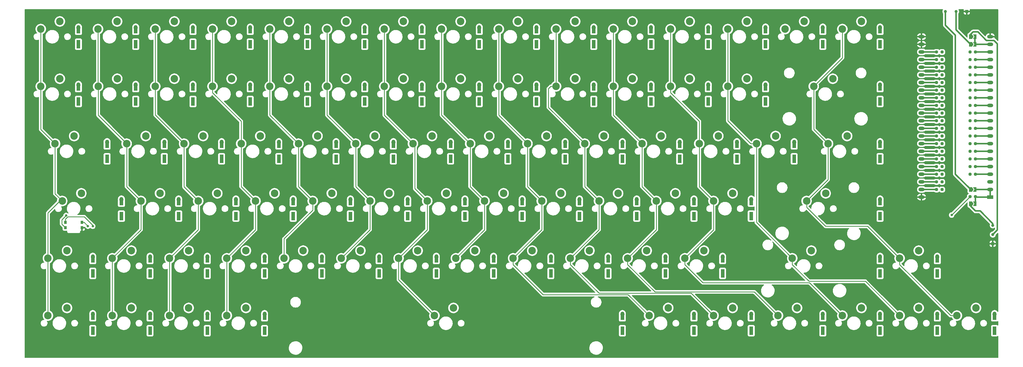
<source format=gbr>
%TF.GenerationSoftware,KiCad,Pcbnew,7.0.10*%
%TF.CreationDate,2024-01-23T11:20:41-03:00*%
%TF.ProjectId,PCB,5043422e-6b69-4636-9164-5f7063625858,V1.0*%
%TF.SameCoordinates,Original*%
%TF.FileFunction,Copper,L1,Top*%
%TF.FilePolarity,Positive*%
%FSLAX46Y46*%
G04 Gerber Fmt 4.6, Leading zero omitted, Abs format (unit mm)*
G04 Created by KiCad (PCBNEW 7.0.10) date 2024-01-23 11:20:41*
%MOMM*%
%LPD*%
G01*
G04 APERTURE LIST*
G04 Aperture macros list*
%AMRoundRect*
0 Rectangle with rounded corners*
0 $1 Rounding radius*
0 $2 $3 $4 $5 $6 $7 $8 $9 X,Y pos of 4 corners*
0 Add a 4 corners polygon primitive as box body*
4,1,4,$2,$3,$4,$5,$6,$7,$8,$9,$2,$3,0*
0 Add four circle primitives for the rounded corners*
1,1,$1+$1,$2,$3*
1,1,$1+$1,$4,$5*
1,1,$1+$1,$6,$7*
1,1,$1+$1,$8,$9*
0 Add four rect primitives between the rounded corners*
20,1,$1+$1,$2,$3,$4,$5,0*
20,1,$1+$1,$4,$5,$6,$7,0*
20,1,$1+$1,$6,$7,$8,$9,0*
20,1,$1+$1,$8,$9,$2,$3,0*%
%AMFreePoly0*
4,1,6,1.000000,0.000000,0.500000,-0.750000,-0.500000,-0.750000,-0.500000,0.750000,0.500000,0.750000,1.000000,0.000000,1.000000,0.000000,$1*%
%AMFreePoly1*
4,1,6,0.500000,-0.750000,-0.650000,-0.750000,-0.150000,0.000000,-0.650000,0.750000,0.500000,0.750000,0.500000,-0.750000,0.500000,-0.750000,$1*%
G04 Aperture macros list end*
%TA.AperFunction,ComponentPad*%
%ADD10R,1.300000X1.778000*%
%TD*%
%TA.AperFunction,SMDPad,CuDef*%
%ADD11R,1.300000X1.400000*%
%TD*%
%TA.AperFunction,ComponentPad*%
%ADD12O,1.300000X1.778000*%
%TD*%
%TA.AperFunction,ComponentPad*%
%ADD13C,2.500000*%
%TD*%
%TA.AperFunction,SMDPad,CuDef*%
%ADD14RoundRect,0.237500X0.250000X0.237500X-0.250000X0.237500X-0.250000X-0.237500X0.250000X-0.237500X0*%
%TD*%
%TA.AperFunction,SMDPad,CuDef*%
%ADD15RoundRect,0.237500X-0.250000X-0.237500X0.250000X-0.237500X0.250000X0.237500X-0.250000X0.237500X0*%
%TD*%
%TA.AperFunction,SMDPad,CuDef*%
%ADD16FreePoly0,0.000000*%
%TD*%
%TA.AperFunction,SMDPad,CuDef*%
%ADD17FreePoly1,0.000000*%
%TD*%
%TA.AperFunction,ComponentPad*%
%ADD18R,2.000000X1.200000*%
%TD*%
%TA.AperFunction,ComponentPad*%
%ADD19O,2.000000X1.200000*%
%TD*%
%TA.AperFunction,ComponentPad*%
%ADD20R,1.000000X1.000000*%
%TD*%
%TA.AperFunction,ComponentPad*%
%ADD21C,1.000000*%
%TD*%
%TA.AperFunction,SMDPad,CuDef*%
%ADD22R,0.914000X1.000000*%
%TD*%
%TA.AperFunction,ViaPad*%
%ADD23C,0.800000*%
%TD*%
%TA.AperFunction,Conductor*%
%ADD24C,0.500000*%
%TD*%
%TA.AperFunction,Conductor*%
%ADD25C,0.250000*%
%TD*%
G04 APERTURE END LIST*
D10*
%TO.P,D17,1,K*%
%TO.N,/2*%
X65881250Y-60150000D03*
D11*
X65881250Y-58925000D03*
%TO.P,D17,2,A*%
%TO.N,Net-(D17-A)*%
X65881250Y-55375000D03*
D12*
X65881250Y-54150000D03*
%TD*%
D10*
%TO.P,D71,1,K*%
%TO.N,/6*%
X51593750Y-136350000D03*
D11*
X51593750Y-135125000D03*
%TO.P,D71,2,A*%
%TO.N,Net-(D71-A)*%
X51593750Y-131575000D03*
D12*
X51593750Y-130350000D03*
%TD*%
D13*
%TO.P,S16,1,1*%
%TO.N,/a*%
X34290000Y-54610000D03*
%TO.P,S16,2,2*%
%TO.N,Net-(D16-A)*%
X40640000Y-52070000D03*
%TD*%
D10*
%TO.P,D24,1,K*%
%TO.N,/2*%
X199231250Y-60150000D03*
D11*
X199231250Y-58925000D03*
%TO.P,D24,2,A*%
%TO.N,Net-(D24-A)*%
X199231250Y-55375000D03*
D12*
X199231250Y-54150000D03*
%TD*%
D10*
%TO.P,D13,1,K*%
%TO.N,/1*%
X275431250Y-41100000D03*
D11*
X275431250Y-39875000D03*
%TO.P,D13,2,A*%
%TO.N,Net-(D13-A)*%
X275431250Y-36325000D03*
D12*
X275431250Y-35100000D03*
%TD*%
D14*
%TO.P,R26,1*%
%TO.N,Net-(U1-GPIO17{slash}ADC2_CH6)*%
X345281250Y-68583796D03*
%TO.P,R26,2*%
%TO.N,/h*%
X343456250Y-68583796D03*
%TD*%
D13*
%TO.P,S77,1,1*%
%TO.N,/j*%
X258127500Y-130810000D03*
%TO.P,S77,2,2*%
%TO.N,Net-(D77-A)*%
X264477500Y-128270000D03*
%TD*%
D15*
%TO.P,R36,1*%
%TO.N,/LED2?*%
X332335500Y-53340000D03*
%TO.P,R36,2*%
%TO.N,unconnected-(R36-Pad2)*%
X334160500Y-53340000D03*
%TD*%
D10*
%TO.P,D12,1,K*%
%TO.N,/1*%
X256381250Y-41100000D03*
D11*
X256381250Y-39875000D03*
%TO.P,D12,2,A*%
%TO.N,Net-(D12-A)*%
X256381250Y-36325000D03*
D12*
X256381250Y-35100000D03*
%TD*%
D10*
%TO.P,D57,1,K*%
%TO.N,/5*%
X51593750Y-117300000D03*
D11*
X51593750Y-116075000D03*
%TO.P,D57,2,A*%
%TO.N,Net-(D57-A)*%
X51593750Y-112525000D03*
D12*
X51593750Y-111300000D03*
%TD*%
D10*
%TO.P,D22,1,K*%
%TO.N,/2*%
X161131250Y-60150000D03*
D11*
X161131250Y-58925000D03*
%TO.P,D22,2,A*%
%TO.N,Net-(D22-A)*%
X161131250Y-55375000D03*
D12*
X161131250Y-54150000D03*
%TD*%
D15*
%TO.P,R30,1*%
%TO.N,Net-(U1-GPIO36)*%
X332335500Y-63500000D03*
%TO.P,R30,2*%
%TO.N,/b*%
X334160500Y-63500000D03*
%TD*%
D10*
%TO.P,D60,1,K*%
%TO.N,/5*%
X108743750Y-117300000D03*
D11*
X108743750Y-116075000D03*
%TO.P,D60,2,A*%
%TO.N,Net-(D60-A)*%
X108743750Y-112525000D03*
D12*
X108743750Y-111300000D03*
%TD*%
D16*
%TO.P,J3V1,1,A*%
%TO.N,Net-(J3V1-A)*%
X343643750Y-88900000D03*
D17*
%TO.P,J3V1,2,B*%
%TO.N,+3.3V*%
X345093750Y-88900000D03*
%TD*%
D13*
%TO.P,S19,1,1*%
%TO.N,/d*%
X91440000Y-54610000D03*
%TO.P,S19,2,2*%
%TO.N,Net-(D19-A)*%
X97790000Y-52070000D03*
%TD*%
D10*
%TO.P,D9,1,K*%
%TO.N,/1*%
X199231250Y-41100000D03*
D11*
X199231250Y-39875000D03*
%TO.P,D9,2,A*%
%TO.N,Net-(D9-A)*%
X199231250Y-36325000D03*
D12*
X199231250Y-35100000D03*
%TD*%
D14*
%TO.P,R18,1*%
%TO.N,Net-(U1-GPIO7{slash}ADC1_CH6)*%
X345281250Y-76203796D03*
%TO.P,R18,2*%
%TO.N,/3*%
X343456250Y-76203796D03*
%TD*%
D10*
%TO.P,D3,1,K*%
%TO.N,/1*%
X84931250Y-41100000D03*
D11*
X84931250Y-39875000D03*
%TO.P,D3,2,A*%
%TO.N,Net-(D3-A)*%
X84931250Y-36325000D03*
D12*
X84931250Y-35100000D03*
%TD*%
D10*
%TO.P,D33,1,K*%
%TO.N,/3*%
X113506250Y-79200000D03*
D11*
X113506250Y-77975000D03*
%TO.P,D33,2,A*%
%TO.N,Net-(D33-A)*%
X113506250Y-74425000D03*
D12*
X113506250Y-73200000D03*
%TD*%
D10*
%TO.P,D10,1,K*%
%TO.N,/1*%
X218281250Y-41100000D03*
D11*
X218281250Y-39875000D03*
%TO.P,D10,2,A*%
%TO.N,Net-(D10-A)*%
X218281250Y-36325000D03*
D12*
X218281250Y-35100000D03*
%TD*%
D13*
%TO.P,S74,1,1*%
%TO.N,/d*%
X96202500Y-130810000D03*
%TO.P,S74,2,2*%
%TO.N,Net-(D74-A)*%
X102552500Y-128270000D03*
%TD*%
D10*
%TO.P,D29,1,K*%
%TO.N,/2*%
X313531250Y-60150000D03*
D11*
X313531250Y-58925000D03*
%TO.P,D29,2,A*%
%TO.N,Net-(D29-A)*%
X313531250Y-55375000D03*
D12*
X313531250Y-54150000D03*
%TD*%
D15*
%TO.P,R2,1*%
%TO.N,Net-(U1-GPIO44{slash}U0RXD)*%
X332335500Y-86360000D03*
%TO.P,R2,2*%
%TO.N,unconnected-(R2-Pad2)*%
X334160500Y-86360000D03*
%TD*%
D10*
%TO.P,D43,1,K*%
%TO.N,/3*%
X313531250Y-79200000D03*
D11*
X313531250Y-77975000D03*
%TO.P,D43,2,A*%
%TO.N,Net-(D43-A)*%
X313531250Y-74425000D03*
D12*
X313531250Y-73200000D03*
%TD*%
D13*
%TO.P,S80,1,1*%
%TO.N,/m*%
X320040000Y-130810000D03*
%TO.P,S80,2,2*%
%TO.N,Net-(D80-A)*%
X326390000Y-128270000D03*
%TD*%
D14*
%TO.P,R24,1*%
%TO.N,Net-(U1-GPIO13{slash}ADC2_CH2)*%
X345281250Y-45723796D03*
%TO.P,R24,2*%
%TO.N,/o*%
X343456250Y-45723796D03*
%TD*%
D13*
%TO.P,S46,1,1*%
%TO.N,/c*%
X86677500Y-92710000D03*
%TO.P,S46,2,2*%
%TO.N,Net-(D46-A)*%
X93027500Y-90170000D03*
%TD*%
D10*
%TO.P,D27,1,K*%
%TO.N,/2*%
X256381250Y-60150000D03*
D11*
X256381250Y-58925000D03*
%TO.P,D27,2,A*%
%TO.N,Net-(D27-A)*%
X256381250Y-55375000D03*
D12*
X256381250Y-54150000D03*
%TD*%
D10*
%TO.P,D78,1,K*%
%TO.N,/6*%
X294481250Y-136350000D03*
D11*
X294481250Y-135125000D03*
%TO.P,D78,2,A*%
%TO.N,Net-(D78-A)*%
X294481250Y-131575000D03*
D12*
X294481250Y-130350000D03*
%TD*%
D16*
%TO.P,J5V2,1,A*%
%TO.N,Net-(J5V2-A)*%
X343643750Y-38100000D03*
D17*
%TO.P,J5V2,2,B*%
%TO.N,+5V*%
X345093750Y-38100000D03*
%TD*%
D10*
%TO.P,D64,1,K*%
%TO.N,/5*%
X184943750Y-117300000D03*
D11*
X184943750Y-116075000D03*
%TO.P,D64,2,A*%
%TO.N,Net-(D64-A)*%
X184943750Y-112525000D03*
D12*
X184943750Y-111300000D03*
%TD*%
D13*
%TO.P,S39,1,1*%
%TO.N,/j*%
X215265000Y-73660000D03*
%TO.P,S39,2,2*%
%TO.N,Net-(D39-A)*%
X221615000Y-71120000D03*
%TD*%
%TO.P,S42,1,1*%
%TO.N,/m*%
X272415000Y-73660000D03*
%TO.P,S42,2,2*%
%TO.N,Net-(D42-A)*%
X278765000Y-71120000D03*
%TD*%
%TO.P,S30,1,1*%
%TO.N,/a*%
X39052500Y-73660000D03*
%TO.P,S30,2,2*%
%TO.N,Net-(D30-A)*%
X45402500Y-71120000D03*
%TD*%
D10*
%TO.P,D44,1,K*%
%TO.N,/4*%
X61118750Y-98250000D03*
D11*
X61118750Y-97025000D03*
%TO.P,D44,2,A*%
%TO.N,Net-(D44-A)*%
X61118750Y-93475000D03*
D12*
X61118750Y-92250000D03*
%TD*%
D13*
%TO.P,S36,1,1*%
%TO.N,/g*%
X158115000Y-73660000D03*
%TO.P,S36,2,2*%
%TO.N,Net-(D36-A)*%
X164465000Y-71120000D03*
%TD*%
D10*
%TO.P,D31,1,K*%
%TO.N,/3*%
X75406250Y-79200000D03*
D11*
X75406250Y-77975000D03*
%TO.P,D31,2,A*%
%TO.N,Net-(D31-A)*%
X75406250Y-74425000D03*
D12*
X75406250Y-73200000D03*
%TD*%
D13*
%TO.P,S43,1,1*%
%TO.N,/o*%
X296227500Y-73660000D03*
%TO.P,S43,2,2*%
%TO.N,Net-(D43-A)*%
X302577500Y-71120000D03*
%TD*%
%TO.P,S32,1,1*%
%TO.N,/c*%
X81971250Y-73660000D03*
%TO.P,S32,2,2*%
%TO.N,Net-(D32-A)*%
X88321250Y-71120000D03*
%TD*%
D15*
%TO.P,R3,1*%
%TO.N,/f*%
X343456250Y-73663796D03*
%TO.P,R3,2*%
%TO.N,Net-(U1-GPIO15{slash}ADC2_CH4{slash}32K_P)*%
X345281250Y-73663796D03*
%TD*%
D13*
%TO.P,S23,1,1*%
%TO.N,/h*%
X167640000Y-54610000D03*
%TO.P,S23,2,2*%
%TO.N,Net-(D23-A)*%
X173990000Y-52070000D03*
%TD*%
D18*
%TO.P,U1,1,3V3*%
%TO.N,+3.3V*%
X350192731Y-91395876D03*
D19*
%TO.P,U1,2,3V3*%
X350192731Y-88855876D03*
%TO.P,U1,3,CHIP_PU*%
%TO.N,unconnected-(U1-CHIP_PU-Pad3)*%
X350192731Y-86315876D03*
%TO.P,U1,4,GPIO4/ADC1_CH3*%
%TO.N,Net-(U1-GPIO4{slash}ADC1_CH3)*%
X350192731Y-83775876D03*
%TO.P,U1,5,GPIO5/ADC1_CH4*%
%TO.N,Net-(U1-GPIO5{slash}ADC1_CH4)*%
X350192731Y-81235876D03*
%TO.P,U1,6,GPIO6/ADC1_CH5*%
%TO.N,Net-(U1-GPIO6{slash}ADC1_CH5)*%
X350192731Y-78695876D03*
%TO.P,U1,7,GPIO7/ADC1_CH6*%
%TO.N,Net-(U1-GPIO7{slash}ADC1_CH6)*%
X350192731Y-76155876D03*
%TO.P,U1,8,GPIO15/ADC2_CH4/32K_P*%
%TO.N,Net-(U1-GPIO15{slash}ADC2_CH4{slash}32K_P)*%
X350192731Y-73615876D03*
%TO.P,U1,9,GPIO16/ADC2_CH5/32K_N*%
%TO.N,Net-(U1-GPIO16{slash}ADC2_CH5{slash}32K_N)*%
X350192731Y-71075876D03*
%TO.P,U1,10,GPIO17/ADC2_CH6*%
%TO.N,Net-(U1-GPIO17{slash}ADC2_CH6)*%
X350192731Y-68535876D03*
%TO.P,U1,11,GPIO18/ADC2_CH7*%
%TO.N,Net-(U1-GPIO18{slash}ADC2_CH7)*%
X350192731Y-65995876D03*
%TO.P,U1,12,GPIO8/ADC1_CH7*%
%TO.N,Net-(U1-GPIO8{slash}ADC1_CH7)*%
X350192731Y-63455876D03*
%TO.P,U1,13,GPIO3/ADC1_CH2*%
%TO.N,Net-(U1-GPIO3{slash}ADC1_CH2)*%
X350192731Y-60915876D03*
%TO.P,U1,14,GPIO46*%
%TO.N,Net-(U1-GPIO46)*%
X350192731Y-58375876D03*
%TO.P,U1,15,GPIO9/ADC1_CH8*%
%TO.N,Net-(U1-GPIO9{slash}ADC1_CH8)*%
X350192731Y-55835876D03*
%TO.P,U1,16,GPIO10/ADC1_CH9*%
%TO.N,Net-(U1-GPIO10{slash}ADC1_CH9)*%
X350192731Y-53295876D03*
%TO.P,U1,17,GPIO11/ADC2_CH0*%
%TO.N,Net-(U1-GPIO11{slash}ADC2_CH0)*%
X350192731Y-50755876D03*
%TO.P,U1,18,GPIO12/ADC2_CH1*%
%TO.N,Net-(U1-GPIO12{slash}ADC2_CH1)*%
X350192731Y-48215876D03*
%TO.P,U1,19,GPIO13/ADC2_CH2*%
%TO.N,Net-(U1-GPIO13{slash}ADC2_CH2)*%
X350192731Y-45675876D03*
%TO.P,U1,20,GPIO14/ADC2_CH3*%
%TO.N,Net-(U1-GPIO14{slash}ADC2_CH3)*%
X350196411Y-43138596D03*
%TO.P,U1,21,5V*%
%TO.N,+5V*%
X350196411Y-40598596D03*
%TO.P,U1,22,GND*%
%TO.N,GND*%
X350196411Y-38058596D03*
%TO.P,U1,23,GND*%
X327332731Y-38055876D03*
%TO.P,U1,24,GND*%
X327332731Y-40595876D03*
%TO.P,U1,25,GPIO19/USB_D-*%
%TO.N,Net-(U1-GPIO19{slash}USB_D-)*%
X327332731Y-43135876D03*
%TO.P,U1,26,GPIO20/USB_D+*%
%TO.N,Net-(U1-GPIO20{slash}USB_D+)*%
X327332731Y-45675876D03*
%TO.P,U1,27,GPIO21*%
%TO.N,Net-(U1-GPIO21)*%
X327332731Y-48215876D03*
%TO.P,U1,28,GPIO47*%
%TO.N,Net-(U1-GPIO47)*%
X327332731Y-50755876D03*
%TO.P,U1,29,GPIO48*%
%TO.N,/LED2?*%
X327332731Y-53295876D03*
%TO.P,U1,30,GPIO45*%
%TO.N,Net-(U1-GPIO45)*%
X327332731Y-55835876D03*
%TO.P,U1,31,GPIO0*%
%TO.N,Net-(U1-GPIO0)*%
X327332731Y-58375876D03*
%TO.P,U1,32,GPIO35*%
%TO.N,Net-(U1-GPIO35)*%
X327332731Y-60915876D03*
%TO.P,U1,33,GPIO36*%
%TO.N,Net-(U1-GPIO36)*%
X327332731Y-63455876D03*
%TO.P,U1,34,GPIO37*%
%TO.N,Net-(U1-GPIO37)*%
X327332731Y-65995876D03*
%TO.P,U1,35,GPIO38*%
%TO.N,/LED1?*%
X327332731Y-68535876D03*
%TO.P,U1,36,GPIO39/MTCK*%
%TO.N,Net-(U1-GPIO39{slash}MTCK)*%
X327332731Y-71075876D03*
%TO.P,U1,37,GPIO40/MTDO*%
%TO.N,Net-(U1-GPIO40{slash}MTDO)*%
X327332731Y-73615876D03*
%TO.P,U1,38,GPIO41/MTDI*%
%TO.N,Net-(U1-GPIO41{slash}MTDI)*%
X327332731Y-76155876D03*
%TO.P,U1,39,GPIO42/MTMS*%
%TO.N,Net-(U1-GPIO42{slash}MTMS)*%
X327332731Y-78695876D03*
%TO.P,U1,40,GPIO2/ADC1_CH1*%
%TO.N,Net-(U1-GPIO2{slash}ADC1_CH1)*%
X327332731Y-81235876D03*
%TO.P,U1,41,GPIO1/ADC1_CH0*%
%TO.N,Net-(U1-GPIO1{slash}ADC1_CH0)*%
X327332731Y-83775876D03*
%TO.P,U1,42,GPIO44/U0RXD*%
%TO.N,Net-(U1-GPIO44{slash}U0RXD)*%
X327332731Y-86315876D03*
%TO.P,U1,43,GPIO43/U0TXD*%
%TO.N,Net-(U1-GPIO43{slash}U0TXD)*%
X327332731Y-88855876D03*
%TO.P,U1,44,GND*%
%TO.N,GND*%
X327332731Y-91395876D03*
%TD*%
D13*
%TO.P,S45,1,1*%
%TO.N,/b*%
X67627500Y-92710000D03*
%TO.P,S45,2,2*%
%TO.N,Net-(D45-A)*%
X73977500Y-90170000D03*
%TD*%
D14*
%TO.P,R25,1*%
%TO.N,Net-(U1-GPIO14{slash}ADC2_CH3)*%
X345281250Y-43183796D03*
%TO.P,R25,2*%
%TO.N,/1*%
X343456250Y-43183796D03*
%TD*%
D10*
%TO.P,D34,1,K*%
%TO.N,/3*%
X132556250Y-79200000D03*
D11*
X132556250Y-77975000D03*
%TO.P,D34,2,A*%
%TO.N,Net-(D34-A)*%
X132556250Y-74425000D03*
D12*
X132556250Y-73200000D03*
%TD*%
D14*
%TO.P,R17,1*%
%TO.N,Net-(U1-GPIO6{slash}ADC1_CH5)*%
X345281250Y-78743796D03*
%TO.P,R17,2*%
%TO.N,/4*%
X343456250Y-78743796D03*
%TD*%
D10*
%TO.P,D63,1,K*%
%TO.N,/5*%
X165893750Y-117300000D03*
D11*
X165893750Y-116075000D03*
%TO.P,D63,2,A*%
%TO.N,Net-(D63-A)*%
X165893750Y-112525000D03*
D12*
X165893750Y-111300000D03*
%TD*%
D15*
%TO.P,R6,1*%
%TO.N,Net-(U1-GPIO19{slash}USB_D-)*%
X332335500Y-43180000D03*
%TO.P,R6,2*%
%TO.N,unconnected-(R6-Pad2)*%
X334160500Y-43180000D03*
%TD*%
D10*
%TO.P,D77,1,K*%
%TO.N,/6*%
X270668750Y-136350000D03*
D11*
X270668750Y-135125000D03*
%TO.P,D77,2,A*%
%TO.N,Net-(D77-A)*%
X270668750Y-131575000D03*
D12*
X270668750Y-130350000D03*
%TD*%
D10*
%TO.P,D38,1,K*%
%TO.N,/3*%
X208756250Y-79200000D03*
D11*
X208756250Y-77975000D03*
%TO.P,D38,2,A*%
%TO.N,Net-(D38-A)*%
X208756250Y-74425000D03*
D12*
X208756250Y-73200000D03*
%TD*%
D13*
%TO.P,S26,1,1*%
%TO.N,/k*%
X224790000Y-54610000D03*
%TO.P,S26,2,2*%
%TO.N,Net-(D26-A)*%
X231140000Y-52070000D03*
%TD*%
D10*
%TO.P,D35,1,K*%
%TO.N,/3*%
X151606250Y-79200000D03*
D11*
X151606250Y-77975000D03*
%TO.P,D35,2,A*%
%TO.N,Net-(D35-A)*%
X151606250Y-74425000D03*
D12*
X151606250Y-73200000D03*
%TD*%
D10*
%TO.P,D16,1,K*%
%TO.N,/2*%
X46831250Y-60150000D03*
D11*
X46831250Y-58925000D03*
%TO.P,D16,2,A*%
%TO.N,Net-(D16-A)*%
X46831250Y-55375000D03*
D12*
X46831250Y-54150000D03*
%TD*%
D20*
%TO.P,GND,1,1*%
%TO.N,GND*%
X342392000Y-29718000D03*
%TD*%
D13*
%TO.P,S55,1,1*%
%TO.N,/l*%
X258127500Y-92710000D03*
%TO.P,S55,2,2*%
%TO.N,Net-(D55-A)*%
X264477500Y-90170000D03*
%TD*%
D10*
%TO.P,D39,1,K*%
%TO.N,/3*%
X227806250Y-79200000D03*
D11*
X227806250Y-77975000D03*
%TO.P,D39,2,A*%
%TO.N,Net-(D39-A)*%
X227806250Y-74425000D03*
D12*
X227806250Y-73200000D03*
%TD*%
D13*
%TO.P,S29,1,1*%
%TO.N,/o*%
X291465000Y-54610000D03*
%TO.P,S29,2,2*%
%TO.N,Net-(D29-A)*%
X297815000Y-52070000D03*
%TD*%
%TO.P,S13,1,1*%
%TO.N,/m*%
X262890000Y-35560000D03*
%TO.P,S13,2,2*%
%TO.N,Net-(D13-A)*%
X269240000Y-33020000D03*
%TD*%
D15*
%TO.P,R5,1*%
%TO.N,/g*%
X343456250Y-71123796D03*
%TO.P,R5,2*%
%TO.N,Net-(U1-GPIO16{slash}ADC2_CH5{slash}32K_N)*%
X345281250Y-71123796D03*
%TD*%
D14*
%TO.P,R20,1*%
%TO.N,Net-(U1-GPIO9{slash}ADC1_CH8)*%
X345281250Y-55883796D03*
%TO.P,R20,2*%
%TO.N,/k*%
X343456250Y-55883796D03*
%TD*%
D10*
%TO.P,D21,1,K*%
%TO.N,/2*%
X142081250Y-60150000D03*
D11*
X142081250Y-58925000D03*
%TO.P,D21,2,A*%
%TO.N,Net-(D21-A)*%
X142081250Y-55375000D03*
D12*
X142081250Y-54150000D03*
%TD*%
D10*
%TO.P,D48,1,K*%
%TO.N,/4*%
X137318750Y-98250000D03*
D11*
X137318750Y-97025000D03*
%TO.P,D48,2,A*%
%TO.N,Net-(D48-A)*%
X137318750Y-93475000D03*
D12*
X137318750Y-92250000D03*
%TD*%
D10*
%TO.P,D40,1,K*%
%TO.N,/3*%
X246856250Y-79200000D03*
D11*
X246856250Y-77975000D03*
%TO.P,D40,2,A*%
%TO.N,Net-(D40-A)*%
X246856250Y-74425000D03*
D12*
X246856250Y-73200000D03*
%TD*%
D10*
%TO.P,D45,1,K*%
%TO.N,/4*%
X80168750Y-98250000D03*
D11*
X80168750Y-97025000D03*
%TO.P,D45,2,A*%
%TO.N,Net-(D45-A)*%
X80168750Y-93475000D03*
D12*
X80168750Y-92250000D03*
%TD*%
D13*
%TO.P,S69,1,1*%
%TO.N,/m*%
X284321250Y-111760000D03*
%TO.P,S69,2,2*%
%TO.N,Net-(D69-A)*%
X290671250Y-109220000D03*
%TD*%
D14*
%TO.P,R23,1*%
%TO.N,Net-(U1-GPIO12{slash}ADC2_CH1)*%
X345281250Y-48263796D03*
%TO.P,R23,2*%
%TO.N,/n*%
X343456250Y-48263796D03*
%TD*%
D13*
%TO.P,S25,1,1*%
%TO.N,/j*%
X205740000Y-54610000D03*
%TO.P,S25,2,2*%
%TO.N,Net-(D25-A)*%
X212090000Y-52070000D03*
%TD*%
D10*
%TO.P,D26,1,K*%
%TO.N,/2*%
X237331250Y-60150000D03*
D11*
X237331250Y-58925000D03*
%TO.P,D26,2,A*%
%TO.N,Net-(D26-A)*%
X237331250Y-55375000D03*
D12*
X237331250Y-54150000D03*
%TD*%
D13*
%TO.P,S12,1,1*%
%TO.N,/l*%
X243840000Y-35560000D03*
%TO.P,S12,2,2*%
%TO.N,Net-(D12-A)*%
X250190000Y-33020000D03*
%TD*%
%TO.P,S70,1,1*%
%TO.N,/o*%
X320040000Y-111760000D03*
%TO.P,S70,2,2*%
%TO.N,Net-(D70-A)*%
X326390000Y-109220000D03*
%TD*%
%TO.P,S56,1,1*%
%TO.N,/o*%
X289083750Y-92710000D03*
%TO.P,S56,2,2*%
%TO.N,Net-(D56-A)*%
X295433750Y-90170000D03*
%TD*%
D10*
%TO.P,D62,1,K*%
%TO.N,/5*%
X146843750Y-117300000D03*
D11*
X146843750Y-116075000D03*
%TO.P,D62,2,A*%
%TO.N,Net-(D62-A)*%
X146843750Y-112525000D03*
D12*
X146843750Y-111300000D03*
%TD*%
D13*
%TO.P,S41,1,1*%
%TO.N,/l*%
X253365000Y-73660000D03*
%TO.P,S41,2,2*%
%TO.N,Net-(D41-A)*%
X259715000Y-71120000D03*
%TD*%
D10*
%TO.P,D67,1,K*%
%TO.N,/5*%
X242093750Y-117300000D03*
D11*
X242093750Y-116075000D03*
%TO.P,D67,2,A*%
%TO.N,Net-(D67-A)*%
X242093750Y-112525000D03*
D12*
X242093750Y-111300000D03*
%TD*%
D13*
%TO.P,S66,1,1*%
%TO.N,/j*%
X210502500Y-111760000D03*
%TO.P,S66,2,2*%
%TO.N,Net-(D66-A)*%
X216852500Y-109220000D03*
%TD*%
%TO.P,S10,1,1*%
%TO.N,/j*%
X205740000Y-35560000D03*
%TO.P,S10,2,2*%
%TO.N,Net-(D10-A)*%
X212090000Y-33020000D03*
%TD*%
%TO.P,S61,1,1*%
%TO.N,/e*%
X115252500Y-111760000D03*
%TO.P,S61,2,2*%
%TO.N,Net-(D61-A)*%
X121602500Y-109220000D03*
%TD*%
%TO.P,S15,1,1*%
%TO.N,/o*%
X300990000Y-35560000D03*
%TO.P,S15,2,2*%
%TO.N,Net-(D15-A)*%
X307340000Y-33020000D03*
%TD*%
%TO.P,S67,1,1*%
%TO.N,/k*%
X229552500Y-111760000D03*
%TO.P,S67,2,2*%
%TO.N,Net-(D67-A)*%
X235902500Y-109220000D03*
%TD*%
%TO.P,S50,1,1*%
%TO.N,/g*%
X162877500Y-92710000D03*
%TO.P,S50,2,2*%
%TO.N,Net-(D50-A)*%
X169227500Y-90170000D03*
%TD*%
%TO.P,S52,1,1*%
%TO.N,/i*%
X200977500Y-92710000D03*
%TO.P,S52,2,2*%
%TO.N,Net-(D52-A)*%
X207327500Y-90170000D03*
%TD*%
%TO.P,S73,1,1*%
%TO.N,/c*%
X77152500Y-130810000D03*
%TO.P,S73,2,2*%
%TO.N,Net-(D73-A)*%
X83502500Y-128270000D03*
%TD*%
%TO.P,S59,1,1*%
%TO.N,/c*%
X77152500Y-111760000D03*
%TO.P,S59,2,2*%
%TO.N,Net-(D59-A)*%
X83502500Y-109220000D03*
%TD*%
D15*
%TO.P,R8,1*%
%TO.N,Net-(U1-GPIO0)*%
X332335500Y-58420000D03*
%TO.P,R8,2*%
%TO.N,unconnected-(R8-Pad2)*%
X334160500Y-58420000D03*
%TD*%
%TO.P,R32,1*%
%TO.N,/LED1?*%
X332335500Y-68580000D03*
%TO.P,R32,2*%
%TO.N,unconnected-(R32-Pad2)*%
X334160500Y-68580000D03*
%TD*%
D13*
%TO.P,S35,1,1*%
%TO.N,/f*%
X139065000Y-73660000D03*
%TO.P,S35,2,2*%
%TO.N,Net-(D35-A)*%
X145415000Y-71120000D03*
%TD*%
D15*
%TO.P,R31,1*%
%TO.N,Net-(U1-GPIO37)*%
X332335500Y-66040000D03*
%TO.P,R31,2*%
%TO.N,/a*%
X334160500Y-66040000D03*
%TD*%
D10*
%TO.P,D2,1,K*%
%TO.N,/1*%
X65881250Y-41100000D03*
D11*
X65881250Y-39875000D03*
%TO.P,D2,2,A*%
%TO.N,Net-(D2-A)*%
X65881250Y-36325000D03*
D12*
X65881250Y-35100000D03*
%TD*%
D13*
%TO.P,S47,1,1*%
%TO.N,/d*%
X105727500Y-92710000D03*
%TO.P,S47,2,2*%
%TO.N,Net-(D47-A)*%
X112077500Y-90170000D03*
%TD*%
D15*
%TO.P,R4,1*%
%TO.N,Net-(U1-GPIO20{slash}USB_D+)*%
X332335500Y-45720000D03*
%TO.P,R4,2*%
%TO.N,unconnected-(R4-Pad2)*%
X334160500Y-45720000D03*
%TD*%
D13*
%TO.P,S34,1,1*%
%TO.N,/e*%
X120015000Y-73660000D03*
%TO.P,S34,2,2*%
%TO.N,Net-(D34-A)*%
X126365000Y-71120000D03*
%TD*%
D10*
%TO.P,D1,1,K*%
%TO.N,/1*%
X46831250Y-41100000D03*
D11*
X46831250Y-39875000D03*
%TO.P,D1,2,A*%
%TO.N,Net-(D1-A)*%
X46831250Y-36325000D03*
D12*
X46831250Y-35100000D03*
%TD*%
D13*
%TO.P,S60,1,1*%
%TO.N,/d*%
X96202500Y-111760000D03*
%TO.P,S60,2,2*%
%TO.N,Net-(D60-A)*%
X102552500Y-109220000D03*
%TD*%
D14*
%TO.P,R14,1*%
%TO.N,Net-(U1-GPIO3{slash}ADC1_CH2)*%
X345281250Y-60963796D03*
%TO.P,R14,2*%
%TO.N,unconnected-(R14-Pad2)*%
X343456250Y-60963796D03*
%TD*%
D13*
%TO.P,S48,1,1*%
%TO.N,/e*%
X124777500Y-92710000D03*
%TO.P,S48,2,2*%
%TO.N,Net-(D48-A)*%
X131127500Y-90170000D03*
%TD*%
%TO.P,S7,1,1*%
%TO.N,/g*%
X148590000Y-35560000D03*
%TO.P,S7,2,2*%
%TO.N,Net-(D7-A)*%
X154940000Y-33020000D03*
%TD*%
%TO.P,S6,1,1*%
%TO.N,/f*%
X129540000Y-35560000D03*
%TO.P,S6,2,2*%
%TO.N,Net-(D6-A)*%
X135890000Y-33020000D03*
%TD*%
%TO.P,S11,1,1*%
%TO.N,/k*%
X224790000Y-35560000D03*
%TO.P,S11,2,2*%
%TO.N,Net-(D11-A)*%
X231140000Y-33020000D03*
%TD*%
%TO.P,S63,1,1*%
%TO.N,/g*%
X153352500Y-111760000D03*
%TO.P,S63,2,2*%
%TO.N,Net-(D63-A)*%
X159702500Y-109220000D03*
%TD*%
%TO.P,S38,1,1*%
%TO.N,/i*%
X196215000Y-73660000D03*
%TO.P,S38,2,2*%
%TO.N,Net-(D38-A)*%
X202565000Y-71120000D03*
%TD*%
%TO.P,S22,1,1*%
%TO.N,/g*%
X148590000Y-54610000D03*
%TO.P,S22,2,2*%
%TO.N,Net-(D22-A)*%
X154940000Y-52070000D03*
%TD*%
D10*
%TO.P,D15,1,K*%
%TO.N,/1*%
X313531250Y-41100000D03*
D11*
X313531250Y-39875000D03*
%TO.P,D15,2,A*%
%TO.N,Net-(D15-A)*%
X313531250Y-36325000D03*
D12*
X313531250Y-35100000D03*
%TD*%
D21*
%TO.P,5V,1,1*%
%TO.N,Net-(J5V1-A)*%
X338836000Y-29718000D03*
%TD*%
D13*
%TO.P,S24,1,1*%
%TO.N,/i*%
X186690000Y-54610000D03*
%TO.P,S24,2,2*%
%TO.N,Net-(D24-A)*%
X193040000Y-52070000D03*
%TD*%
D10*
%TO.P,D66,1,K*%
%TO.N,/5*%
X223043750Y-117300000D03*
D11*
X223043750Y-116075000D03*
%TO.P,D66,2,A*%
%TO.N,Net-(D66-A)*%
X223043750Y-112525000D03*
D12*
X223043750Y-111300000D03*
%TD*%
D13*
%TO.P,S62,1,1*%
%TO.N,/f*%
X134302500Y-111760000D03*
%TO.P,S62,2,2*%
%TO.N,Net-(D62-A)*%
X140652500Y-109220000D03*
%TD*%
D14*
%TO.P,R27,1*%
%TO.N,Net-(U1-GPIO18{slash}ADC2_CH7)*%
X345281250Y-66043796D03*
%TO.P,R27,2*%
%TO.N,/i*%
X343456250Y-66043796D03*
%TD*%
D13*
%TO.P,S3,1,1*%
%TO.N,/c*%
X72390000Y-35560000D03*
%TO.P,S3,2,2*%
%TO.N,Net-(D3-A)*%
X78740000Y-33020000D03*
%TD*%
D10*
%TO.P,D20,1,K*%
%TO.N,/2*%
X123031250Y-60150000D03*
D11*
X123031250Y-58925000D03*
%TO.P,D20,2,A*%
%TO.N,Net-(D20-A)*%
X123031250Y-55375000D03*
D12*
X123031250Y-54150000D03*
%TD*%
D10*
%TO.P,D53,1,K*%
%TO.N,/4*%
X232568750Y-98250000D03*
D11*
X232568750Y-97025000D03*
%TO.P,D53,2,A*%
%TO.N,Net-(D53-A)*%
X232568750Y-93475000D03*
D12*
X232568750Y-92250000D03*
%TD*%
D13*
%TO.P,S37,1,1*%
%TO.N,/h*%
X177165000Y-73660000D03*
%TO.P,S37,2,2*%
%TO.N,Net-(D37-A)*%
X183515000Y-71120000D03*
%TD*%
D10*
%TO.P,D65,1,K*%
%TO.N,/5*%
X203993750Y-117300000D03*
D11*
X203993750Y-116075000D03*
%TO.P,D65,2,A*%
%TO.N,Net-(D65-A)*%
X203993750Y-112525000D03*
D12*
X203993750Y-111300000D03*
%TD*%
D10*
%TO.P,D73,1,K*%
%TO.N,/6*%
X89693750Y-136350000D03*
D11*
X89693750Y-135125000D03*
%TO.P,D73,2,A*%
%TO.N,Net-(D73-A)*%
X89693750Y-131575000D03*
D12*
X89693750Y-130350000D03*
%TD*%
D10*
%TO.P,D46,1,K*%
%TO.N,/4*%
X99218750Y-98250000D03*
D11*
X99218750Y-97025000D03*
%TO.P,D46,2,A*%
%TO.N,Net-(D46-A)*%
X99218750Y-93475000D03*
D12*
X99218750Y-92250000D03*
%TD*%
D13*
%TO.P,S31,1,1*%
%TO.N,/b*%
X62865000Y-73660000D03*
%TO.P,S31,2,2*%
%TO.N,Net-(D31-A)*%
X69215000Y-71120000D03*
%TD*%
D10*
%TO.P,D7,1,K*%
%TO.N,/1*%
X161131250Y-41100000D03*
D11*
X161131250Y-39875000D03*
%TO.P,D7,2,A*%
%TO.N,Net-(D7-A)*%
X161131250Y-36325000D03*
D12*
X161131250Y-35100000D03*
%TD*%
D13*
%TO.P,S5,1,1*%
%TO.N,/e*%
X110490000Y-35560000D03*
%TO.P,S5,2,2*%
%TO.N,Net-(D5-A)*%
X116840000Y-33020000D03*
%TD*%
%TO.P,S71,1,1*%
%TO.N,/a*%
X36671250Y-130810000D03*
%TO.P,S71,2,2*%
%TO.N,Net-(D71-A)*%
X43021250Y-128270000D03*
%TD*%
D10*
%TO.P,D8,1,K*%
%TO.N,/1*%
X180181250Y-41100000D03*
D11*
X180181250Y-39875000D03*
%TO.P,D8,2,A*%
%TO.N,Net-(D8-A)*%
X180181250Y-36325000D03*
D12*
X180181250Y-35100000D03*
%TD*%
D10*
%TO.P,D79,1,K*%
%TO.N,/6*%
X313531250Y-136350000D03*
D11*
X313531250Y-135125000D03*
%TO.P,D79,2,A*%
%TO.N,Net-(D79-A)*%
X313531250Y-131575000D03*
D12*
X313531250Y-130350000D03*
%TD*%
D21*
%TO.P,3V3-2,1,1*%
%TO.N,Net-(J3V2-A)*%
X351028000Y-100806250D03*
%TD*%
D10*
%TO.P,D68,1,K*%
%TO.N,/5*%
X261143750Y-117300000D03*
D11*
X261143750Y-116075000D03*
%TO.P,D68,2,A*%
%TO.N,Net-(D68-A)*%
X261143750Y-112525000D03*
D12*
X261143750Y-111300000D03*
%TD*%
D15*
%TO.P,R1,1*%
%TO.N,Net-(U1-GPIO43{slash}U0TXD)*%
X332335500Y-88900000D03*
%TO.P,R1,2*%
%TO.N,unconnected-(R1-Pad2)*%
X334160500Y-88900000D03*
%TD*%
D16*
%TO.P,J3V2,1,A*%
%TO.N,Net-(J3V2-A)*%
X343643750Y-93662500D03*
D17*
%TO.P,J3V2,2,B*%
%TO.N,+3.3V*%
X345093750Y-93662500D03*
%TD*%
D10*
%TO.P,D56,1,K*%
%TO.N,/4*%
X313531250Y-98250000D03*
D11*
X313531250Y-97025000D03*
%TO.P,D56,2,A*%
%TO.N,Net-(D56-A)*%
X313531250Y-93475000D03*
D12*
X313531250Y-92250000D03*
%TD*%
D10*
%TO.P,D32,1,K*%
%TO.N,/3*%
X94456250Y-79200000D03*
D11*
X94456250Y-77975000D03*
%TO.P,D32,2,A*%
%TO.N,Net-(D32-A)*%
X94456250Y-74425000D03*
D12*
X94456250Y-73200000D03*
%TD*%
D10*
%TO.P,D52,1,K*%
%TO.N,/4*%
X213518750Y-98250000D03*
D11*
X213518750Y-97025000D03*
%TO.P,D52,2,A*%
%TO.N,Net-(D52-A)*%
X213518750Y-93475000D03*
D12*
X213518750Y-92250000D03*
%TD*%
D10*
%TO.P,D61,1,K*%
%TO.N,/5*%
X127793750Y-117300000D03*
D11*
X127793750Y-116075000D03*
%TO.P,D61,2,A*%
%TO.N,Net-(D61-A)*%
X127793750Y-112525000D03*
D12*
X127793750Y-111300000D03*
%TD*%
D10*
%TO.P,D75,1,K*%
%TO.N,/6*%
X227806250Y-136350000D03*
D11*
X227806250Y-135125000D03*
%TO.P,D75,2,A*%
%TO.N,Net-(D75-A)*%
X227806250Y-131575000D03*
D12*
X227806250Y-130350000D03*
%TD*%
D13*
%TO.P,S1,1,1*%
%TO.N,/a*%
X34290000Y-35560000D03*
%TO.P,S1,2,2*%
%TO.N,Net-(D1-A)*%
X40640000Y-33020000D03*
%TD*%
D21*
%TO.P,5V-2,1,1*%
%TO.N,Net-(J5V2-A)*%
X351028000Y-103886000D03*
%TD*%
D13*
%TO.P,S17,1,1*%
%TO.N,/b*%
X53385000Y-54610000D03*
%TO.P,S17,2,2*%
%TO.N,Net-(D17-A)*%
X59735000Y-52070000D03*
%TD*%
D14*
%TO.P,R15,1*%
%TO.N,Net-(U1-GPIO4{slash}ADC1_CH3)*%
X345281250Y-83823796D03*
%TO.P,R15,2*%
%TO.N,/6*%
X343456250Y-83823796D03*
%TD*%
D10*
%TO.P,D36,1,K*%
%TO.N,/3*%
X170656250Y-79200000D03*
D11*
X170656250Y-77975000D03*
%TO.P,D36,2,A*%
%TO.N,Net-(D36-A)*%
X170656250Y-74425000D03*
D12*
X170656250Y-73200000D03*
%TD*%
D10*
%TO.P,D5,1,K*%
%TO.N,/1*%
X123031250Y-41100000D03*
D11*
X123031250Y-39875000D03*
%TO.P,D5,2,A*%
%TO.N,Net-(D5-A)*%
X123031250Y-36325000D03*
D12*
X123031250Y-35100000D03*
%TD*%
D13*
%TO.P,S14,1,1*%
%TO.N,/n*%
X281940000Y-35560000D03*
%TO.P,S14,2,2*%
%TO.N,Net-(D14-A)*%
X288290000Y-33020000D03*
%TD*%
%TO.P,S8,1,1*%
%TO.N,/h*%
X167640000Y-35560000D03*
%TO.P,S8,2,2*%
%TO.N,Net-(D8-A)*%
X173990000Y-33020000D03*
%TD*%
%TO.P,S4,1,1*%
%TO.N,/d*%
X91440000Y-35560000D03*
%TO.P,S4,2,2*%
%TO.N,Net-(D4-A)*%
X97790000Y-33020000D03*
%TD*%
D14*
%TO.P,R16,1*%
%TO.N,Net-(U1-GPIO5{slash}ADC1_CH4)*%
X345281250Y-81283796D03*
%TO.P,R16,2*%
%TO.N,/5*%
X343456250Y-81283796D03*
%TD*%
D13*
%TO.P,S2,1,1*%
%TO.N,/b*%
X53340000Y-35560000D03*
%TO.P,S2,2,2*%
%TO.N,Net-(D2-A)*%
X59690000Y-33020000D03*
%TD*%
%TO.P,S68,1,1*%
%TO.N,/l*%
X248602500Y-111760000D03*
%TO.P,S68,2,2*%
%TO.N,Net-(D68-A)*%
X254952500Y-109220000D03*
%TD*%
%TO.P,S57,1,1*%
%TO.N,/a*%
X36671250Y-111760000D03*
%TO.P,S57,2,2*%
%TO.N,Net-(D57-A)*%
X43021250Y-109220000D03*
%TD*%
D20*
%TO.P,GND-2,1,1*%
%TO.N,GND*%
X351028000Y-106934000D03*
%TD*%
D14*
%TO.P,R34,1*%
%TO.N,Net-(U1-GPIO46)*%
X345281250Y-58423796D03*
%TO.P,R34,2*%
%TO.N,unconnected-(R34-Pad2)*%
X343456250Y-58423796D03*
%TD*%
D10*
%TO.P,D28,1,K*%
%TO.N,/2*%
X275431250Y-60150000D03*
D11*
X275431250Y-58925000D03*
%TO.P,D28,2,A*%
%TO.N,Net-(D28-A)*%
X275431250Y-55375000D03*
D12*
X275431250Y-54150000D03*
%TD*%
D10*
%TO.P,D19,1,K*%
%TO.N,/2*%
X103981250Y-60150000D03*
D11*
X103981250Y-58925000D03*
%TO.P,D19,2,A*%
%TO.N,Net-(D19-A)*%
X103981250Y-55375000D03*
D12*
X103981250Y-54150000D03*
%TD*%
D15*
%TO.P,R12,1*%
%TO.N,Net-(U1-GPIO2{slash}ADC1_CH1)*%
X332335500Y-81280000D03*
%TO.P,R12,2*%
%TO.N,/2*%
X334160500Y-81280000D03*
%TD*%
D13*
%TO.P,S44,1,1*%
%TO.N,/a*%
X41433750Y-92710000D03*
%TO.P,S44,2,2*%
%TO.N,Net-(D44-A)*%
X47783750Y-90170000D03*
%TD*%
D15*
%TO.P,R37,1*%
%TO.N,Net-(L1-VDD)*%
X343456250Y-91281250D03*
%TO.P,R37,2*%
%TO.N,+3.3V*%
X345281250Y-91281250D03*
%TD*%
D13*
%TO.P,S9,1,1*%
%TO.N,/i*%
X186690000Y-35560000D03*
%TO.P,S9,2,2*%
%TO.N,Net-(D9-A)*%
X193040000Y-33020000D03*
%TD*%
%TO.P,S78,1,1*%
%TO.N,/k*%
X279558750Y-130810000D03*
%TO.P,S78,2,2*%
%TO.N,Net-(D78-A)*%
X285908750Y-128270000D03*
%TD*%
D16*
%TO.P,J5V1,1,A*%
%TO.N,Net-(J5V1-A)*%
X343643750Y-40640000D03*
D17*
%TO.P,J5V1,2,B*%
%TO.N,+5V*%
X345093750Y-40640000D03*
%TD*%
D15*
%TO.P,R35,1*%
%TO.N,Net-(U1-GPIO47)*%
X332335500Y-50800000D03*
%TO.P,R35,2*%
%TO.N,unconnected-(R35-Pad2)*%
X334160500Y-50800000D03*
%TD*%
D13*
%TO.P,S76,1,1*%
%TO.N,/i*%
X236696250Y-130810000D03*
%TO.P,S76,2,2*%
%TO.N,Net-(D76-A)*%
X243046250Y-128270000D03*
%TD*%
D14*
%TO.P,R21,1*%
%TO.N,Net-(U1-GPIO10{slash}ADC1_CH9)*%
X345281250Y-53343796D03*
%TO.P,R21,2*%
%TO.N,/l*%
X343456250Y-53343796D03*
%TD*%
D10*
%TO.P,D25,1,K*%
%TO.N,/2*%
X218281250Y-60150000D03*
D11*
X218281250Y-58925000D03*
%TO.P,D25,2,A*%
%TO.N,Net-(D25-A)*%
X218281250Y-55375000D03*
D12*
X218281250Y-54150000D03*
%TD*%
D13*
%TO.P,S58,1,1*%
%TO.N,/b*%
X58102500Y-111760000D03*
%TO.P,S58,2,2*%
%TO.N,Net-(D58-A)*%
X64452500Y-109220000D03*
%TD*%
D10*
%TO.P,D30,1,K*%
%TO.N,/3*%
X56356250Y-79200000D03*
D11*
X56356250Y-77975000D03*
%TO.P,D30,2,A*%
%TO.N,Net-(D30-A)*%
X56356250Y-74425000D03*
D12*
X56356250Y-73200000D03*
%TD*%
D13*
%TO.P,S21,1,1*%
%TO.N,/f*%
X129540000Y-54610000D03*
%TO.P,S21,2,2*%
%TO.N,Net-(D21-A)*%
X135890000Y-52070000D03*
%TD*%
D14*
%TO.P,R9,1*%
%TO.N,unconnected-(R9-Pad1)*%
X334160500Y-73660000D03*
%TO.P,R9,2*%
%TO.N,Net-(U1-GPIO40{slash}MTDO)*%
X332335500Y-73660000D03*
%TD*%
D13*
%TO.P,S40,1,1*%
%TO.N,/k*%
X234315000Y-73660000D03*
%TO.P,S40,2,2*%
%TO.N,Net-(D40-A)*%
X240665000Y-71120000D03*
%TD*%
%TO.P,S18,1,1*%
%TO.N,/c*%
X72390000Y-54610000D03*
%TO.P,S18,2,2*%
%TO.N,Net-(D18-A)*%
X78740000Y-52070000D03*
%TD*%
%TO.P,S49,1,1*%
%TO.N,/f*%
X143827500Y-92710000D03*
%TO.P,S49,2,2*%
%TO.N,Net-(D49-A)*%
X150177500Y-90170000D03*
%TD*%
%TO.P,S81,1,1*%
%TO.N,/o*%
X339090000Y-130810000D03*
%TO.P,S81,2,2*%
%TO.N,Net-(D81-A)*%
X345440000Y-128270000D03*
%TD*%
%TO.P,S75,1,1*%
%TO.N,/g*%
X165258750Y-130810000D03*
%TO.P,S75,2,2*%
%TO.N,Net-(D75-A)*%
X171608750Y-128270000D03*
%TD*%
%TO.P,S65,1,1*%
%TO.N,/i*%
X191452500Y-111760000D03*
%TO.P,S65,2,2*%
%TO.N,Net-(D65-A)*%
X197802500Y-109220000D03*
%TD*%
D10*
%TO.P,D14,1,K*%
%TO.N,/1*%
X294481250Y-41100000D03*
D11*
X294481250Y-39875000D03*
%TO.P,D14,2,A*%
%TO.N,Net-(D14-A)*%
X294481250Y-36325000D03*
D12*
X294481250Y-35100000D03*
%TD*%
D10*
%TO.P,D42,1,K*%
%TO.N,/3*%
X284956250Y-79200000D03*
D11*
X284956250Y-77975000D03*
%TO.P,D42,2,A*%
%TO.N,Net-(D42-A)*%
X284956250Y-74425000D03*
D12*
X284956250Y-73200000D03*
%TD*%
D13*
%TO.P,S79,1,1*%
%TO.N,/l*%
X300990000Y-130810000D03*
%TO.P,S79,2,2*%
%TO.N,Net-(D79-A)*%
X307340000Y-128270000D03*
%TD*%
D10*
%TO.P,D37,1,K*%
%TO.N,/3*%
X189706250Y-79200000D03*
D11*
X189706250Y-77975000D03*
%TO.P,D37,2,A*%
%TO.N,Net-(D37-A)*%
X189706250Y-74425000D03*
D12*
X189706250Y-73200000D03*
%TD*%
D13*
%TO.P,S51,1,1*%
%TO.N,/h*%
X181927500Y-92710000D03*
%TO.P,S51,2,2*%
%TO.N,Net-(D51-A)*%
X188277500Y-90170000D03*
%TD*%
%TO.P,S27,1,1*%
%TO.N,/l*%
X243840000Y-54610000D03*
%TO.P,S27,2,2*%
%TO.N,Net-(D27-A)*%
X250190000Y-52070000D03*
%TD*%
%TO.P,S64,1,1*%
%TO.N,/h*%
X172402500Y-111760000D03*
%TO.P,S64,2,2*%
%TO.N,Net-(D64-A)*%
X178752500Y-109220000D03*
%TD*%
D15*
%TO.P,R33,1*%
%TO.N,Net-(U1-GPIO45)*%
X332335500Y-55880000D03*
%TO.P,R33,2*%
%TO.N,unconnected-(R33-Pad2)*%
X334160500Y-55880000D03*
%TD*%
D10*
%TO.P,D41,1,K*%
%TO.N,/3*%
X265906250Y-79200000D03*
D11*
X265906250Y-77975000D03*
%TO.P,D41,2,A*%
%TO.N,Net-(D41-A)*%
X265906250Y-74425000D03*
D12*
X265906250Y-73200000D03*
%TD*%
D10*
%TO.P,D81,1,K*%
%TO.N,/6*%
X351631250Y-136350000D03*
D11*
X351631250Y-135125000D03*
%TO.P,D81,2,A*%
%TO.N,Net-(D81-A)*%
X351631250Y-131575000D03*
D12*
X351631250Y-130350000D03*
%TD*%
D15*
%TO.P,R29,1*%
%TO.N,Net-(U1-GPIO35)*%
X332335500Y-60960000D03*
%TO.P,R29,2*%
%TO.N,/c*%
X334160500Y-60960000D03*
%TD*%
D10*
%TO.P,D4,1,K*%
%TO.N,/1*%
X103981250Y-41100000D03*
D11*
X103981250Y-39875000D03*
%TO.P,D4,2,A*%
%TO.N,Net-(D4-A)*%
X103981250Y-36325000D03*
D12*
X103981250Y-35100000D03*
%TD*%
D13*
%TO.P,S20,1,1*%
%TO.N,/e*%
X110490000Y-54610000D03*
%TO.P,S20,2,2*%
%TO.N,Net-(D20-A)*%
X116840000Y-52070000D03*
%TD*%
%TO.P,S33,1,1*%
%TO.N,/d*%
X100965000Y-73660000D03*
%TO.P,S33,2,2*%
%TO.N,Net-(D33-A)*%
X107315000Y-71120000D03*
%TD*%
D21*
%TO.P,3V3,1,1*%
%TO.N,Net-(J3V1-A)*%
X335280000Y-29718000D03*
%TD*%
D10*
%TO.P,D50,1,K*%
%TO.N,/4*%
X175418750Y-98250000D03*
D11*
X175418750Y-97025000D03*
%TO.P,D50,2,A*%
%TO.N,Net-(D50-A)*%
X175418750Y-93475000D03*
D12*
X175418750Y-92250000D03*
%TD*%
D13*
%TO.P,S72,1,1*%
%TO.N,/b*%
X58102500Y-130810000D03*
%TO.P,S72,2,2*%
%TO.N,Net-(D72-A)*%
X64452500Y-128270000D03*
%TD*%
D10*
%TO.P,D6,1,K*%
%TO.N,/1*%
X142081250Y-41100000D03*
D11*
X142081250Y-39875000D03*
%TO.P,D6,2,A*%
%TO.N,Net-(D6-A)*%
X142081250Y-36325000D03*
D12*
X142081250Y-35100000D03*
%TD*%
D10*
%TO.P,D23,1,K*%
%TO.N,/2*%
X180181250Y-60150000D03*
D11*
X180181250Y-58925000D03*
%TO.P,D23,2,A*%
%TO.N,Net-(D23-A)*%
X180181250Y-55375000D03*
D12*
X180181250Y-54150000D03*
%TD*%
D10*
%TO.P,D55,1,K*%
%TO.N,/4*%
X270668750Y-98250000D03*
D11*
X270668750Y-97025000D03*
%TO.P,D55,2,A*%
%TO.N,Net-(D55-A)*%
X270668750Y-93475000D03*
D12*
X270668750Y-92250000D03*
%TD*%
D10*
%TO.P,D49,1,K*%
%TO.N,/4*%
X156368750Y-98250000D03*
D11*
X156368750Y-97025000D03*
%TO.P,D49,2,A*%
%TO.N,Net-(D49-A)*%
X156368750Y-93475000D03*
D12*
X156368750Y-92250000D03*
%TD*%
D13*
%TO.P,S53,1,1*%
%TO.N,/j*%
X220027500Y-92710000D03*
%TO.P,S53,2,2*%
%TO.N,Net-(D53-A)*%
X226377500Y-90170000D03*
%TD*%
D15*
%TO.P,R10,1*%
%TO.N,Net-(U1-GPIO1{slash}ADC1_CH0)*%
X332335500Y-83820000D03*
%TO.P,R10,2*%
%TO.N,/e*%
X334160500Y-83820000D03*
%TD*%
D14*
%TO.P,R7,1*%
%TO.N,/CAPS_LED*%
X334160500Y-71120000D03*
%TO.P,R7,2*%
%TO.N,Net-(U1-GPIO39{slash}MTCK)*%
X332335500Y-71120000D03*
%TD*%
%TO.P,R19,1*%
%TO.N,Net-(U1-GPIO8{slash}ADC1_CH7)*%
X345281250Y-63503796D03*
%TO.P,R19,2*%
%TO.N,/j*%
X343456250Y-63503796D03*
%TD*%
%TO.P,R13,1*%
%TO.N,unconnected-(R13-Pad1)*%
X334160500Y-78740000D03*
%TO.P,R13,2*%
%TO.N,Net-(U1-GPIO42{slash}MTMS)*%
X332335500Y-78740000D03*
%TD*%
D10*
%TO.P,D47,1,K*%
%TO.N,/4*%
X118268750Y-98250000D03*
D11*
X118268750Y-97025000D03*
%TO.P,D47,2,A*%
%TO.N,Net-(D47-A)*%
X118268750Y-93475000D03*
D12*
X118268750Y-92250000D03*
%TD*%
D10*
%TO.P,D76,1,K*%
%TO.N,/6*%
X251618750Y-136350000D03*
D11*
X251618750Y-135125000D03*
%TO.P,D76,2,A*%
%TO.N,Net-(D76-A)*%
X251618750Y-131575000D03*
D12*
X251618750Y-130350000D03*
%TD*%
D10*
%TO.P,D51,1,K*%
%TO.N,/4*%
X194468750Y-98250000D03*
D11*
X194468750Y-97025000D03*
%TO.P,D51,2,A*%
%TO.N,Net-(D51-A)*%
X194468750Y-93475000D03*
D12*
X194468750Y-92250000D03*
%TD*%
D10*
%TO.P,D58,1,K*%
%TO.N,/5*%
X70643750Y-117300000D03*
D11*
X70643750Y-116075000D03*
%TO.P,D58,2,A*%
%TO.N,Net-(D58-A)*%
X70643750Y-112525000D03*
D12*
X70643750Y-111300000D03*
%TD*%
D10*
%TO.P,D74,1,K*%
%TO.N,/6*%
X108743750Y-136350000D03*
D11*
X108743750Y-135125000D03*
%TO.P,D74,2,A*%
%TO.N,Net-(D74-A)*%
X108743750Y-131575000D03*
D12*
X108743750Y-130350000D03*
%TD*%
D10*
%TO.P,D80,1,K*%
%TO.N,/6*%
X332581250Y-136350000D03*
D11*
X332581250Y-135125000D03*
%TO.P,D80,2,A*%
%TO.N,Net-(D80-A)*%
X332581250Y-131575000D03*
D12*
X332581250Y-130350000D03*
%TD*%
D15*
%TO.P,R28,1*%
%TO.N,Net-(U1-GPIO21)*%
X332335500Y-48260000D03*
%TO.P,R28,2*%
%TO.N,/d*%
X334160500Y-48260000D03*
%TD*%
D10*
%TO.P,D69,1,K*%
%TO.N,/5*%
X313531250Y-117300000D03*
D11*
X313531250Y-116075000D03*
%TO.P,D69,2,A*%
%TO.N,Net-(D69-A)*%
X313531250Y-112525000D03*
D12*
X313531250Y-111300000D03*
%TD*%
D10*
%TO.P,D18,1,K*%
%TO.N,/2*%
X84931250Y-60150000D03*
D11*
X84931250Y-58925000D03*
%TO.P,D18,2,A*%
%TO.N,Net-(D18-A)*%
X84931250Y-55375000D03*
D12*
X84931250Y-54150000D03*
%TD*%
D10*
%TO.P,D11,1,K*%
%TO.N,/1*%
X237331250Y-41100000D03*
D11*
X237331250Y-39875000D03*
%TO.P,D11,2,A*%
%TO.N,Net-(D11-A)*%
X237331250Y-36325000D03*
D12*
X237331250Y-35100000D03*
%TD*%
D14*
%TO.P,R11,1*%
%TO.N,unconnected-(R11-Pad1)*%
X334160500Y-76200000D03*
%TO.P,R11,2*%
%TO.N,Net-(U1-GPIO41{slash}MTDI)*%
X332335500Y-76200000D03*
%TD*%
D13*
%TO.P,S28,1,1*%
%TO.N,/m*%
X262890000Y-54610000D03*
%TO.P,S28,2,2*%
%TO.N,Net-(D28-A)*%
X269240000Y-52070000D03*
%TD*%
D14*
%TO.P,R22,1*%
%TO.N,Net-(U1-GPIO11{slash}ADC2_CH0)*%
X345281250Y-50803796D03*
%TO.P,R22,2*%
%TO.N,/m*%
X343456250Y-50803796D03*
%TD*%
D13*
%TO.P,S54,1,1*%
%TO.N,/k*%
X239077500Y-92710000D03*
%TO.P,S54,2,2*%
%TO.N,Net-(D54-A)*%
X245427500Y-90170000D03*
%TD*%
D10*
%TO.P,D59,1,K*%
%TO.N,/5*%
X89693750Y-117300000D03*
D11*
X89693750Y-116075000D03*
%TO.P,D59,2,A*%
%TO.N,Net-(D59-A)*%
X89693750Y-112525000D03*
D12*
X89693750Y-111300000D03*
%TD*%
D10*
%TO.P,D54,1,K*%
%TO.N,/4*%
X251618750Y-98250000D03*
D11*
X251618750Y-97025000D03*
%TO.P,D54,2,A*%
%TO.N,Net-(D54-A)*%
X251618750Y-93475000D03*
D12*
X251618750Y-92250000D03*
%TD*%
D10*
%TO.P,D70,1,K*%
%TO.N,/5*%
X332581250Y-117300000D03*
D11*
X332581250Y-116075000D03*
%TO.P,D70,2,A*%
%TO.N,Net-(D70-A)*%
X332581250Y-112525000D03*
D12*
X332581250Y-111300000D03*
%TD*%
D10*
%TO.P,D72,1,K*%
%TO.N,/6*%
X70643750Y-136350000D03*
D11*
X70643750Y-135125000D03*
%TO.P,D72,2,A*%
%TO.N,Net-(D72-A)*%
X70643750Y-131575000D03*
D12*
X70643750Y-130350000D03*
%TD*%
D22*
%TO.P,L1,1,DOUT*%
%TO.N,unconnected-(L1-DOUT-Pad1)*%
X47986750Y-99850000D03*
%TO.P,L1,2,VSS*%
%TO.N,GND*%
X47986750Y-101600000D03*
%TO.P,L1,3,DIN*%
%TO.N,/CAPS_LED*%
X42500750Y-101600000D03*
%TO.P,L1,4,VDD*%
%TO.N,Net-(L1-VDD)*%
X42500750Y-99850000D03*
%TD*%
D23*
%TO.N,/1*%
X343456250Y-43183796D03*
%TO.N,/2*%
X334160500Y-81280000D03*
%TO.N,/3*%
X343456250Y-76203796D03*
%TO.N,/4*%
X343456250Y-78743796D03*
%TO.N,/5*%
X343456250Y-81283796D03*
%TO.N,/6*%
X343456250Y-83823796D03*
%TO.N,/a*%
X334160500Y-66040000D03*
%TO.N,/b*%
X334160500Y-63500000D03*
%TO.N,/c*%
X334160500Y-60960000D03*
%TO.N,/d*%
X334160500Y-48260000D03*
%TO.N,/e*%
X334160500Y-83820000D03*
%TO.N,/f*%
X343456250Y-73663796D03*
%TO.N,/g*%
X343456250Y-71123796D03*
%TO.N,/h*%
X343456250Y-68583796D03*
%TO.N,/i*%
X343456250Y-66043796D03*
%TO.N,/j*%
X343456250Y-63503796D03*
%TO.N,/k*%
X343456250Y-55883796D03*
%TO.N,/l*%
X343456250Y-53343796D03*
%TO.N,/m*%
X343456250Y-50803796D03*
%TO.N,/n*%
X343456250Y-48263796D03*
%TO.N,/o*%
X343456250Y-45723796D03*
%TO.N,GND*%
X75406250Y-105568750D03*
X318293750Y-103187500D03*
X288131250Y-81756250D03*
X300831250Y-84931250D03*
X332581250Y-98425000D03*
X293687500Y-67468750D03*
X64293750Y-121443750D03*
X69056250Y-50006250D03*
X60325000Y-85725000D03*
X306387500Y-55562500D03*
X333375000Y-120650000D03*
X337343750Y-140493750D03*
X68262500Y-141287500D03*
X49212500Y-31750000D03*
X72231250Y-73025000D03*
%TO.N,/CAPS_LED*%
X42716109Y-97513157D03*
X334160500Y-71120000D03*
%TO.N,unconnected-(L1-DOUT-Pad1)*%
X49974552Y-101103350D03*
%TO.N,Net-(L1-VDD)*%
X337343750Y-97393750D03*
X51593750Y-101106100D03*
%TD*%
D24*
%TO.N,/LED1?*%
X332335500Y-68580000D02*
X327376855Y-68580000D01*
X327376855Y-68580000D02*
X327332731Y-68535876D01*
%TO.N,/LED2?*%
X332335500Y-53340000D02*
X327376855Y-53340000D01*
X327376855Y-53340000D02*
X327332731Y-53295876D01*
D25*
%TO.N,/a*%
X34290000Y-54610000D02*
X34290000Y-68897500D01*
X41433750Y-92710000D02*
X40640000Y-92710000D01*
X36671250Y-111760000D02*
X36671250Y-130810000D01*
X39052500Y-73660000D02*
X39052500Y-90328750D01*
X34290000Y-35560000D02*
X34290000Y-54610000D01*
X34290000Y-68897500D02*
X39052500Y-73660000D01*
X39052500Y-90328750D02*
X41433750Y-92710000D01*
X40640000Y-92710000D02*
X36671250Y-96678750D01*
X36671250Y-96678750D02*
X36671250Y-111760000D01*
%TO.N,/b*%
X62865000Y-73660000D02*
X62865000Y-87947500D01*
X53385000Y-54610000D02*
X53385000Y-64180000D01*
X67627500Y-102235000D02*
X58102500Y-111760000D01*
X53340000Y-54565000D02*
X53385000Y-54610000D01*
X67627500Y-92710000D02*
X67627500Y-102235000D01*
X62865000Y-87947500D02*
X67627500Y-92710000D01*
X58102500Y-111760000D02*
X58102500Y-130810000D01*
X53385000Y-64180000D02*
X62865000Y-73660000D01*
X53340000Y-35560000D02*
X53340000Y-54565000D01*
%TO.N,/c*%
X72390000Y-54610000D02*
X72390000Y-64078750D01*
X86677500Y-92710000D02*
X86657500Y-92730000D01*
X72390000Y-35560000D02*
X72390000Y-54610000D01*
X81971250Y-88003750D02*
X86677500Y-92710000D01*
X86657500Y-102255000D02*
X77152500Y-111760000D01*
X77152500Y-111760000D02*
X77152500Y-130810000D01*
X81971250Y-73660000D02*
X81971250Y-88003750D01*
X86657500Y-92730000D02*
X86657500Y-102255000D01*
X72390000Y-64078750D02*
X81971250Y-73660000D01*
%TO.N,/d*%
X91440000Y-35560000D02*
X91440000Y-54610000D01*
X105727500Y-102235000D02*
X96202500Y-111760000D01*
X100965000Y-73660000D02*
X100965000Y-87947500D01*
X100965000Y-87947500D02*
X105727500Y-92710000D01*
X105727500Y-92710000D02*
X105727500Y-102235000D01*
X96202500Y-111760000D02*
X96202500Y-130810000D01*
X100965000Y-66223757D02*
X100965000Y-73660000D01*
X91440000Y-56698757D02*
X100965000Y-66223757D01*
X91440000Y-54610000D02*
X91440000Y-56698757D01*
%TO.N,/e*%
X124777500Y-95747767D02*
X115252500Y-105272767D01*
X124777500Y-92710000D02*
X124777500Y-95747767D01*
X120015000Y-87947500D02*
X124777500Y-92710000D01*
X110490000Y-64135000D02*
X120015000Y-73660000D01*
X115252500Y-105272767D02*
X115252500Y-111760000D01*
X110490000Y-35560000D02*
X110490000Y-54610000D01*
X120015000Y-73660000D02*
X120015000Y-87947500D01*
X110490000Y-54610000D02*
X110490000Y-64135000D01*
%TO.N,/f*%
X143827500Y-102235000D02*
X134302500Y-111760000D01*
X139065000Y-73660000D02*
X139065000Y-87947500D01*
X139065000Y-87947500D02*
X143827500Y-92710000D01*
X129540000Y-54610000D02*
X129540000Y-64135000D01*
X129540000Y-35560000D02*
X129540000Y-54610000D01*
X143827500Y-92710000D02*
X143827500Y-102235000D01*
X129540000Y-64135000D02*
X139065000Y-73660000D01*
%TO.N,/g*%
X153352500Y-111760000D02*
X153352500Y-118903750D01*
X148590000Y-35560000D02*
X148590000Y-54610000D01*
X162857500Y-102255000D02*
X153352500Y-111760000D01*
X158115000Y-73660000D02*
X158750000Y-74295000D01*
X148590000Y-64135000D02*
X158115000Y-73660000D01*
X158750000Y-88582500D02*
X162877500Y-92710000D01*
X162857500Y-92730000D02*
X162857500Y-102255000D01*
X153352500Y-118903750D02*
X165258750Y-130810000D01*
X158750000Y-74295000D02*
X158750000Y-88582500D01*
X162877500Y-92710000D02*
X162857500Y-92730000D01*
X148590000Y-54610000D02*
X148590000Y-64135000D01*
%TO.N,/h*%
X167640000Y-54610000D02*
X167640000Y-64135000D01*
X177165000Y-87947500D02*
X181927500Y-92710000D01*
X167640000Y-35560000D02*
X167640000Y-54610000D01*
X167640000Y-64135000D02*
X177165000Y-73660000D01*
X181927500Y-92710000D02*
X181927500Y-102235000D01*
X181927500Y-102235000D02*
X172402500Y-111760000D01*
X177165000Y-73660000D02*
X177165000Y-87947500D01*
%TO.N,/i*%
X191452500Y-113848757D02*
X201428743Y-123825000D01*
X186690000Y-64135000D02*
X196215000Y-73660000D01*
X201428743Y-123825000D02*
X229711250Y-123825000D01*
X196215000Y-87947500D02*
X200977500Y-92710000D01*
X200977500Y-102235000D02*
X191452500Y-111760000D01*
X196215000Y-73660000D02*
X196215000Y-87947500D01*
X229711250Y-123825000D02*
X236696250Y-130810000D01*
X191452500Y-111760000D02*
X191452500Y-113848757D01*
X186690000Y-35560000D02*
X186690000Y-54610000D01*
X186690000Y-54610000D02*
X186690000Y-64135000D01*
X200977500Y-92710000D02*
X200977500Y-102235000D01*
%TO.N,/j*%
X203220000Y-61615000D02*
X215265000Y-73660000D01*
X203972234Y-54610000D02*
X203220000Y-55362234D01*
X215265000Y-87947500D02*
X220027500Y-92710000D01*
X250692500Y-123375000D02*
X258127500Y-130810000D01*
X220027500Y-102235000D02*
X210502500Y-111760000D01*
X210502500Y-113848757D02*
X220028743Y-123375000D01*
X220028743Y-123375000D02*
X250692500Y-123375000D01*
X210502500Y-111760000D02*
X210502500Y-113848757D01*
X215265000Y-73660000D02*
X215265000Y-87947500D01*
X203220000Y-55362234D02*
X203220000Y-61615000D01*
X205740000Y-35560000D02*
X205740000Y-54610000D01*
X205740000Y-54610000D02*
X203972234Y-54610000D01*
X220027500Y-92710000D02*
X220027500Y-102235000D01*
%TO.N,/k*%
X224790000Y-54610000D02*
X224790000Y-64135000D01*
X239077500Y-92710000D02*
X239077500Y-102235000D01*
X238628743Y-122925000D02*
X271673750Y-122925000D01*
X229552500Y-111760000D02*
X229552500Y-113848757D01*
X224790000Y-64135000D02*
X234315000Y-73660000D01*
X234315000Y-73660000D02*
X234315000Y-87947500D01*
X234315000Y-87947500D02*
X239077500Y-92710000D01*
X229552500Y-113848757D02*
X238628743Y-122925000D01*
X239077500Y-102235000D02*
X229552500Y-111760000D01*
X271673750Y-122925000D02*
X279558750Y-130810000D01*
X224790000Y-35560000D02*
X224790000Y-54610000D01*
%TO.N,/l*%
X290036250Y-119856250D02*
X300990000Y-130810000D01*
X243840000Y-54610000D02*
X243840000Y-56698757D01*
X248602500Y-113848757D02*
X254609993Y-119856250D01*
X248602500Y-111760000D02*
X248602500Y-113848757D01*
X258127500Y-102235000D02*
X248602500Y-111760000D01*
X243840000Y-56698757D02*
X253365000Y-66223757D01*
X253365000Y-73660000D02*
X253365000Y-87947500D01*
X243840000Y-35560000D02*
X243840000Y-54610000D01*
X253365000Y-66223757D02*
X253365000Y-73660000D01*
X258127500Y-92710000D02*
X258127500Y-102235000D01*
X253365000Y-87947500D02*
X258127500Y-92710000D01*
X254609993Y-119856250D02*
X290036250Y-119856250D01*
%TO.N,/m*%
X272415000Y-73660000D02*
X272415000Y-99853750D01*
X270510000Y-73660000D02*
X272415000Y-73660000D01*
X272415000Y-99853750D02*
X284321250Y-111760000D01*
X262890000Y-35560000D02*
X262890000Y-54610000D01*
X262890000Y-66040000D02*
X270510000Y-73660000D01*
X284321250Y-113848757D02*
X289878743Y-119406250D01*
X262890000Y-54610000D02*
X262890000Y-66040000D01*
X308636250Y-119406250D02*
X320040000Y-130810000D01*
X289878743Y-119406250D02*
X308636250Y-119406250D01*
X284321250Y-111760000D02*
X284321250Y-113848757D01*
%TO.N,/o*%
X289083750Y-94798757D02*
X295391093Y-101106100D01*
X337001243Y-130810000D02*
X339026250Y-130810000D01*
X296227500Y-73660000D02*
X296227500Y-85566250D01*
X291465000Y-68897500D02*
X296227500Y-73660000D01*
X300990000Y-45085000D02*
X291465000Y-54610000D01*
X320040000Y-111760000D02*
X320040000Y-113848757D01*
X300990000Y-35560000D02*
X300990000Y-45085000D01*
X296227500Y-85566250D02*
X289083750Y-92710000D01*
X289083750Y-92710000D02*
X289083750Y-94798757D01*
X309386100Y-101106100D02*
X320040000Y-111760000D01*
X295391093Y-101106100D02*
X309386100Y-101106100D01*
X291465000Y-54610000D02*
X291465000Y-68897500D01*
X320040000Y-113848757D02*
X337001243Y-130810000D01*
D24*
%TO.N,Net-(U1-GPIO15{slash}ADC2_CH4{slash}32K_P)*%
X350144811Y-73663796D02*
X350192731Y-73615876D01*
X345281250Y-73663796D02*
X350144811Y-73663796D01*
%TO.N,Net-(U1-GPIO16{slash}ADC2_CH5{slash}32K_N)*%
X345281250Y-71123796D02*
X350144811Y-71123796D01*
X350144811Y-71123796D02*
X350192731Y-71075876D01*
%TO.N,Net-(U1-GPIO1{slash}ADC1_CH0)*%
X327376855Y-83820000D02*
X327332731Y-83775876D01*
X332335500Y-83820000D02*
X327376855Y-83820000D01*
%TO.N,Net-(U1-GPIO2{slash}ADC1_CH1)*%
X332335500Y-81280000D02*
X327376855Y-81280000D01*
X327376855Y-81280000D02*
X327332731Y-81235876D01*
%TO.N,Net-(U1-GPIO4{slash}ADC1_CH3)*%
X350144811Y-83823796D02*
X350192731Y-83775876D01*
X345281250Y-83823796D02*
X350144811Y-83823796D01*
%TO.N,Net-(U1-GPIO5{slash}ADC1_CH4)*%
X350144811Y-81283796D02*
X350192731Y-81235876D01*
X345281250Y-81283796D02*
X350144811Y-81283796D01*
%TO.N,Net-(U1-GPIO6{slash}ADC1_CH5)*%
X345281250Y-78743796D02*
X350144811Y-78743796D01*
X350144811Y-78743796D02*
X350192731Y-78695876D01*
%TO.N,Net-(U1-GPIO7{slash}ADC1_CH6)*%
X350144811Y-76203796D02*
X350192731Y-76155876D01*
X345281250Y-76203796D02*
X350144811Y-76203796D01*
%TO.N,Net-(U1-GPIO8{slash}ADC1_CH7)*%
X345281250Y-63503796D02*
X350144811Y-63503796D01*
X350144811Y-63503796D02*
X350192731Y-63455876D01*
%TO.N,Net-(U1-GPIO9{slash}ADC1_CH8)*%
X345281250Y-55883796D02*
X350144811Y-55883796D01*
X350144811Y-55883796D02*
X350192731Y-55835876D01*
%TO.N,Net-(U1-GPIO10{slash}ADC1_CH9)*%
X350144811Y-53343796D02*
X350192731Y-53295876D01*
X345281250Y-53343796D02*
X350144811Y-53343796D01*
%TO.N,Net-(U1-GPIO11{slash}ADC2_CH0)*%
X350144811Y-50803796D02*
X350192731Y-50755876D01*
X345281250Y-50803796D02*
X350144811Y-50803796D01*
%TO.N,Net-(U1-GPIO12{slash}ADC2_CH1)*%
X345281250Y-48263796D02*
X350144811Y-48263796D01*
X350144811Y-48263796D02*
X350192731Y-48215876D01*
%TO.N,Net-(U1-GPIO13{slash}ADC2_CH2)*%
X345281250Y-45723796D02*
X350144811Y-45723796D01*
X350144811Y-45723796D02*
X350192731Y-45675876D01*
%TO.N,Net-(U1-GPIO14{slash}ADC2_CH3)*%
X345281250Y-43183796D02*
X350151211Y-43183796D01*
X350151211Y-43183796D02*
X350196411Y-43138596D01*
%TO.N,Net-(U1-GPIO17{slash}ADC2_CH6)*%
X350144811Y-68583796D02*
X350192731Y-68535876D01*
X345281250Y-68583796D02*
X350144811Y-68583796D01*
%TO.N,Net-(U1-GPIO18{slash}ADC2_CH7)*%
X345281250Y-66043796D02*
X350144811Y-66043796D01*
X350144811Y-66043796D02*
X350192731Y-65995876D01*
%TO.N,Net-(U1-GPIO21)*%
X332335500Y-48260000D02*
X327376855Y-48260000D01*
X327376855Y-48260000D02*
X327332731Y-48215876D01*
%TO.N,Net-(U1-GPIO35)*%
X327376855Y-60960000D02*
X327332731Y-60915876D01*
X332335500Y-60960000D02*
X327376855Y-60960000D01*
%TO.N,Net-(U1-GPIO36)*%
X327376855Y-63500000D02*
X327332731Y-63455876D01*
X332335500Y-63500000D02*
X327376855Y-63500000D01*
%TO.N,Net-(U1-GPIO37)*%
X332335500Y-66040000D02*
X327376855Y-66040000D01*
X327376855Y-66040000D02*
X327332731Y-65995876D01*
%TO.N,Net-(U1-GPIO43{slash}U0TXD)*%
X327376855Y-88900000D02*
X327332731Y-88855876D01*
X332335500Y-88900000D02*
X327376855Y-88900000D01*
%TO.N,Net-(U1-GPIO44{slash}U0RXD)*%
X327376855Y-86360000D02*
X327332731Y-86315876D01*
X332335500Y-86360000D02*
X327376855Y-86360000D01*
%TO.N,Net-(U1-GPIO20{slash}USB_D+)*%
X332335500Y-45720000D02*
X327376855Y-45720000D01*
X327376855Y-45720000D02*
X327332731Y-45675876D01*
%TO.N,Net-(U1-GPIO19{slash}USB_D-)*%
X332335500Y-43180000D02*
X327376855Y-43180000D01*
X327376855Y-43180000D02*
X327332731Y-43135876D01*
%TO.N,Net-(U1-GPIO39{slash}MTCK)*%
X332335500Y-71120000D02*
X327376855Y-71120000D01*
X327376855Y-71120000D02*
X327332731Y-71075876D01*
%TO.N,Net-(U1-GPIO40{slash}MTDO)*%
X327376855Y-73660000D02*
X327332731Y-73615876D01*
X332335500Y-73660000D02*
X327376855Y-73660000D01*
%TO.N,Net-(U1-GPIO41{slash}MTDI)*%
X332335500Y-76200000D02*
X327376855Y-76200000D01*
X327376855Y-76200000D02*
X327332731Y-76155876D01*
%TO.N,Net-(U1-GPIO42{slash}MTMS)*%
X332335500Y-78740000D02*
X327376855Y-78740000D01*
X327376855Y-78740000D02*
X327332731Y-78695876D01*
%TO.N,Net-(U1-GPIO3{slash}ADC1_CH2)*%
X350144811Y-60963796D02*
X350192731Y-60915876D01*
X345281250Y-60963796D02*
X350144811Y-60963796D01*
%TO.N,Net-(U1-GPIO45)*%
X332335500Y-55880000D02*
X327376855Y-55880000D01*
X327376855Y-55880000D02*
X327332731Y-55835876D01*
%TO.N,Net-(U1-GPIO46)*%
X350144811Y-58423796D02*
X350192731Y-58375876D01*
X345281250Y-58423796D02*
X350144811Y-58423796D01*
%TO.N,Net-(U1-GPIO47)*%
X327376855Y-50800000D02*
X327332731Y-50755876D01*
X332335500Y-50800000D02*
X327376855Y-50800000D01*
%TO.N,Net-(U1-GPIO0)*%
X332335500Y-58420000D02*
X327376855Y-58420000D01*
X327376855Y-58420000D02*
X327332731Y-58375876D01*
%TO.N,Net-(J3V1-A)*%
X338582000Y-37592000D02*
X335280000Y-34290000D01*
X335280000Y-34290000D02*
X335280000Y-29718000D01*
X343699000Y-88900000D02*
X338582000Y-83783000D01*
X338582000Y-83783000D02*
X338582000Y-37592000D01*
%TO.N,+3.3V*%
X345193124Y-91395876D02*
X345149000Y-91440000D01*
X345281250Y-93475000D02*
X345093750Y-93662500D01*
X345193124Y-88855876D02*
X345149000Y-88900000D01*
X345281250Y-91281250D02*
X345281250Y-93475000D01*
X350192731Y-91395876D02*
X345193124Y-91395876D01*
X350192731Y-88855876D02*
X345193124Y-88855876D01*
X350192731Y-88855876D02*
X350192731Y-91395876D01*
%TO.N,Net-(J5V1-A)*%
X338836000Y-35832250D02*
X343643750Y-40640000D01*
X338836000Y-29718000D02*
X338836000Y-35832250D01*
%TO.N,+5V*%
X350196411Y-40598596D02*
X345135154Y-40598596D01*
X350155007Y-40640000D02*
X350196411Y-40598596D01*
X345093750Y-40640000D02*
X345093750Y-38100000D01*
X345135154Y-40598596D02*
X345093750Y-40640000D01*
%TO.N,Net-(J3V2-A)*%
X343643750Y-94406250D02*
X345281250Y-96043750D01*
X346868750Y-96043750D02*
X351028000Y-100203000D01*
X345281250Y-96043750D02*
X346868750Y-96043750D01*
X343643750Y-93662500D02*
X343643750Y-94406250D01*
X351028000Y-100203000D02*
X351028000Y-100806250D01*
%TO.N,Net-(J5V2-A)*%
X344487500Y-36512500D02*
X346075000Y-36512500D01*
X343643750Y-37356250D02*
X344487500Y-36512500D01*
X351422466Y-39351716D02*
X352552000Y-40481250D01*
X352552000Y-40481250D02*
X352552000Y-102362000D01*
X348914216Y-39351716D02*
X351422466Y-39351716D01*
X343643750Y-38100000D02*
X343643750Y-37356250D01*
X352552000Y-102362000D02*
X351028000Y-103886000D01*
X346075000Y-36512500D02*
X348914216Y-39351716D01*
D25*
%TO.N,/CAPS_LED*%
X41275000Y-100374250D02*
X42500750Y-101600000D01*
X42716109Y-97513157D02*
X41275000Y-98954266D01*
X41275000Y-98954266D02*
X41275000Y-100374250D01*
%TO.N,unconnected-(L1-DOUT-Pad1)*%
X49974552Y-101103350D02*
X48721202Y-99850000D01*
X48721202Y-99850000D02*
X47986750Y-99850000D01*
%TO.N,Net-(L1-VDD)*%
X42500750Y-99850000D02*
X42500750Y-98753822D01*
X51593750Y-100806250D02*
X51593750Y-101106100D01*
X48757500Y-97970000D02*
X51593750Y-100806250D01*
X42500750Y-98753822D02*
X43284572Y-97970000D01*
X43284572Y-97970000D02*
X48757500Y-97970000D01*
X337343750Y-97393750D02*
X343456250Y-91281250D01*
%TD*%
%TA.AperFunction,Conductor*%
%TO.N,GND*%
G36*
X334416340Y-28975185D02*
G01*
X334462095Y-29027989D01*
X334472039Y-29097147D01*
X334446963Y-29154058D01*
X334447473Y-29154399D01*
X334445536Y-29157297D01*
X334445154Y-29158165D01*
X334444090Y-29159460D01*
X334444086Y-29159467D01*
X334351188Y-29333266D01*
X334293975Y-29521870D01*
X334274659Y-29718000D01*
X334293975Y-29914129D01*
X334351188Y-30102733D01*
X334444084Y-30276529D01*
X334444087Y-30276533D01*
X334444090Y-30276538D01*
X334501354Y-30346314D01*
X334528666Y-30410620D01*
X334529500Y-30424976D01*
X334529500Y-34226294D01*
X334528191Y-34244263D01*
X334524710Y-34268025D01*
X334529028Y-34317368D01*
X334529500Y-34328176D01*
X334529500Y-34333711D01*
X334533098Y-34364495D01*
X334533464Y-34368083D01*
X334540000Y-34442791D01*
X334541461Y-34449867D01*
X334541403Y-34449878D01*
X334543034Y-34457237D01*
X334543092Y-34457224D01*
X334544757Y-34464249D01*
X334570400Y-34534705D01*
X334571582Y-34538107D01*
X334595182Y-34609326D01*
X334598236Y-34615874D01*
X334598182Y-34615898D01*
X334601470Y-34622688D01*
X334601521Y-34622663D01*
X334604761Y-34629114D01*
X334645979Y-34691784D01*
X334647889Y-34694782D01*
X334670474Y-34731396D01*
X334687289Y-34758658D01*
X334691766Y-34764319D01*
X334691719Y-34764356D01*
X334696482Y-34770202D01*
X334696528Y-34770164D01*
X334701173Y-34775699D01*
X334755708Y-34827150D01*
X334758296Y-34829664D01*
X337795181Y-37866548D01*
X337828666Y-37927871D01*
X337831500Y-37954229D01*
X337831500Y-83719294D01*
X337830191Y-83737263D01*
X337826710Y-83761025D01*
X337831028Y-83810368D01*
X337831500Y-83821176D01*
X337831500Y-83826711D01*
X337835098Y-83857495D01*
X337835464Y-83861083D01*
X337842000Y-83935791D01*
X337843461Y-83942867D01*
X337843403Y-83942878D01*
X337845034Y-83950237D01*
X337845092Y-83950224D01*
X337846757Y-83957249D01*
X337872400Y-84027705D01*
X337873582Y-84031107D01*
X337897182Y-84102326D01*
X337900236Y-84108874D01*
X337900182Y-84108898D01*
X337903470Y-84115688D01*
X337903521Y-84115663D01*
X337906761Y-84122114D01*
X337947979Y-84184784D01*
X337949889Y-84187782D01*
X337971344Y-84222564D01*
X337989289Y-84251658D01*
X337993766Y-84257319D01*
X337993719Y-84257356D01*
X337998482Y-84263202D01*
X337998528Y-84263164D01*
X338003173Y-84268699D01*
X338057707Y-84320149D01*
X338060295Y-84322663D01*
X342601784Y-88864152D01*
X342635269Y-88925475D01*
X342638103Y-88951833D01*
X342638103Y-89650002D01*
X342643249Y-89721960D01*
X342643250Y-89721965D01*
X342683795Y-89860050D01*
X342693724Y-89875500D01*
X342761607Y-89981128D01*
X342870377Y-90075377D01*
X342966629Y-90119334D01*
X343019432Y-90165089D01*
X343039117Y-90232128D01*
X343019432Y-90299168D01*
X342966628Y-90344922D01*
X342954123Y-90349833D01*
X342892239Y-90370340D01*
X342892231Y-90370343D01*
X342745398Y-90460911D01*
X342623411Y-90582898D01*
X342532843Y-90729731D01*
X342532842Y-90729734D01*
X342478576Y-90893497D01*
X342478576Y-90893498D01*
X342478575Y-90893498D01*
X342468250Y-90994565D01*
X342468250Y-91333296D01*
X342448565Y-91400335D01*
X342431931Y-91420977D01*
X337395978Y-96456931D01*
X337334655Y-96490416D01*
X337308297Y-96493250D01*
X337249104Y-96493250D01*
X337216647Y-96500148D01*
X337063947Y-96532605D01*
X337063942Y-96532607D01*
X336891020Y-96609598D01*
X336891015Y-96609601D01*
X336737879Y-96720861D01*
X336611216Y-96861535D01*
X336516571Y-97025465D01*
X336516568Y-97025472D01*
X336477773Y-97144872D01*
X336458076Y-97205494D01*
X336438290Y-97393750D01*
X336458076Y-97582006D01*
X336458077Y-97582009D01*
X336516568Y-97762027D01*
X336516571Y-97762034D01*
X336611217Y-97925966D01*
X336737879Y-98066638D01*
X336891015Y-98177898D01*
X336891020Y-98177901D01*
X337063942Y-98254892D01*
X337063947Y-98254894D01*
X337249104Y-98294250D01*
X337249105Y-98294250D01*
X337438394Y-98294250D01*
X337438396Y-98294250D01*
X337623553Y-98254894D01*
X337796480Y-98177901D01*
X337949621Y-98066638D01*
X338076283Y-97925966D01*
X338170929Y-97762034D01*
X338229424Y-97582006D01*
X338247071Y-97414095D01*
X338273655Y-97349482D01*
X338282702Y-97339386D01*
X342426424Y-93195665D01*
X342487745Y-93162182D01*
X342557437Y-93167166D01*
X342613370Y-93209038D01*
X342637787Y-93274502D01*
X342638103Y-93283348D01*
X342638103Y-94412502D01*
X342643249Y-94484460D01*
X342643250Y-94484465D01*
X342683795Y-94622550D01*
X342683797Y-94622553D01*
X342761607Y-94743628D01*
X342870377Y-94837877D01*
X343001293Y-94897665D01*
X343044632Y-94903896D01*
X343108188Y-94932920D01*
X343112081Y-94936441D01*
X343119477Y-94943419D01*
X343122063Y-94945931D01*
X344705520Y-96529388D01*
X344717301Y-96543020D01*
X344731638Y-96562278D01*
X344769587Y-96594122D01*
X344777560Y-96601429D01*
X344781467Y-96605336D01*
X344781473Y-96605341D01*
X344805787Y-96624566D01*
X344808568Y-96626830D01*
X344811777Y-96629523D01*
X344866039Y-96675055D01*
X344872068Y-96679020D01*
X344872035Y-96679069D01*
X344878397Y-96683122D01*
X344878429Y-96683071D01*
X344884569Y-96686858D01*
X344884573Y-96686861D01*
X344917948Y-96702424D01*
X344952570Y-96718569D01*
X344955816Y-96720141D01*
X345022812Y-96753788D01*
X345029607Y-96756261D01*
X345029586Y-96756317D01*
X345036705Y-96758792D01*
X345036724Y-96758736D01*
X345043574Y-96761005D01*
X345043577Y-96761007D01*
X345117092Y-96776185D01*
X345120540Y-96776950D01*
X345165746Y-96787665D01*
X345193524Y-96794249D01*
X345193525Y-96794249D01*
X345193529Y-96794250D01*
X345193533Y-96794250D01*
X345200702Y-96795088D01*
X345200694Y-96795147D01*
X345208195Y-96795914D01*
X345208201Y-96795855D01*
X345215390Y-96796484D01*
X345215394Y-96796483D01*
X345215395Y-96796484D01*
X345290381Y-96794302D01*
X345293988Y-96794250D01*
X346506520Y-96794250D01*
X346573559Y-96813935D01*
X346594201Y-96830569D01*
X350066640Y-100303008D01*
X350100125Y-100364331D01*
X350097620Y-100426684D01*
X350041975Y-100610119D01*
X350022659Y-100806250D01*
X350041975Y-101002379D01*
X350041976Y-101002382D01*
X350072604Y-101103350D01*
X350099188Y-101190983D01*
X350192086Y-101364782D01*
X350192090Y-101364789D01*
X350317116Y-101517133D01*
X350469460Y-101642159D01*
X350469467Y-101642163D01*
X350643266Y-101735061D01*
X350643269Y-101735061D01*
X350643273Y-101735064D01*
X350831868Y-101792274D01*
X351028000Y-101811591D01*
X351224132Y-101792274D01*
X351412727Y-101735064D01*
X351442248Y-101719285D01*
X351574166Y-101648773D01*
X351586538Y-101642160D01*
X351598834Y-101632068D01*
X351663143Y-101604755D01*
X351732011Y-101616545D01*
X351783572Y-101663696D01*
X351801500Y-101727921D01*
X351801500Y-101999769D01*
X351781815Y-102066808D01*
X351765181Y-102087450D01*
X350997225Y-102855405D01*
X350935902Y-102888890D01*
X350921700Y-102891127D01*
X350831870Y-102899975D01*
X350643266Y-102957188D01*
X350469467Y-103050086D01*
X350469460Y-103050090D01*
X350317116Y-103175116D01*
X350192090Y-103327460D01*
X350192086Y-103327467D01*
X350099188Y-103501266D01*
X350041975Y-103689870D01*
X350022659Y-103886000D01*
X350041975Y-104082129D01*
X350099188Y-104270733D01*
X350192086Y-104444532D01*
X350192090Y-104444539D01*
X350317116Y-104596883D01*
X350469460Y-104721909D01*
X350469467Y-104721913D01*
X350643266Y-104814811D01*
X350643269Y-104814811D01*
X350643273Y-104814814D01*
X350831868Y-104872024D01*
X351028000Y-104891341D01*
X351224132Y-104872024D01*
X351412727Y-104814814D01*
X351423023Y-104809311D01*
X351586532Y-104721913D01*
X351586538Y-104721910D01*
X351738883Y-104596883D01*
X351863910Y-104444538D01*
X351956814Y-104270727D01*
X352014024Y-104082132D01*
X352022871Y-103992299D01*
X352049031Y-103927513D01*
X352058584Y-103916782D01*
X352626569Y-103348798D01*
X352687892Y-103315313D01*
X352757584Y-103320297D01*
X352813517Y-103362169D01*
X352837934Y-103427633D01*
X352838250Y-103436479D01*
X352838250Y-129430242D01*
X352818565Y-129497281D01*
X352765761Y-129543036D01*
X352696603Y-129552980D01*
X352633047Y-129523955D01*
X352615296Y-129504969D01*
X352485122Y-129332593D01*
X352438150Y-129289772D01*
X352327552Y-129188948D01*
X352146269Y-129076702D01*
X352146267Y-129076701D01*
X352029957Y-129031643D01*
X351947448Y-128999679D01*
X351737860Y-128960500D01*
X351524640Y-128960500D01*
X351315052Y-128999679D01*
X351315049Y-128999679D01*
X351315049Y-128999680D01*
X351116232Y-129076701D01*
X351116230Y-129076702D01*
X350934949Y-129188947D01*
X350777377Y-129332593D01*
X350648882Y-129502746D01*
X350553846Y-129693605D01*
X350553846Y-129693607D01*
X350526355Y-129790228D01*
X350495494Y-129898690D01*
X350487831Y-129981394D01*
X350480750Y-130057809D01*
X350480750Y-130642191D01*
X350489024Y-130731493D01*
X350487053Y-130759704D01*
X350487988Y-130759805D01*
X350480751Y-130827116D01*
X350480750Y-130827135D01*
X350480750Y-132322870D01*
X350480751Y-132322876D01*
X350487158Y-132382483D01*
X350537452Y-132517328D01*
X350537456Y-132517335D01*
X350623702Y-132632544D01*
X350623705Y-132632547D01*
X350738914Y-132718793D01*
X350738921Y-132718797D01*
X350873767Y-132769091D01*
X350873766Y-132769091D01*
X350880694Y-132769835D01*
X350933377Y-132775500D01*
X352329122Y-132775499D01*
X352388733Y-132769091D01*
X352523581Y-132718796D01*
X352638796Y-132632546D01*
X352638797Y-132632543D01*
X352639938Y-132631690D01*
X352705402Y-132607272D01*
X352773675Y-132622123D01*
X352823081Y-132671528D01*
X352838250Y-132730956D01*
X352838250Y-133969043D01*
X352818565Y-134036082D01*
X352765761Y-134081837D01*
X352696603Y-134091781D01*
X352639939Y-134068310D01*
X352523580Y-133981203D01*
X352523578Y-133981202D01*
X352388732Y-133930908D01*
X352388733Y-133930908D01*
X352329133Y-133924501D01*
X352329131Y-133924500D01*
X352329123Y-133924500D01*
X352329114Y-133924500D01*
X350933379Y-133924500D01*
X350933373Y-133924501D01*
X350873766Y-133930908D01*
X350738921Y-133981202D01*
X350738914Y-133981206D01*
X350623705Y-134067452D01*
X350623702Y-134067455D01*
X350537456Y-134182664D01*
X350537452Y-134182671D01*
X350487158Y-134317517D01*
X350480751Y-134377116D01*
X350480751Y-134377123D01*
X350480750Y-134377135D01*
X350480750Y-137286870D01*
X350480751Y-137286876D01*
X350487158Y-137346483D01*
X350537452Y-137481328D01*
X350537456Y-137481335D01*
X350623702Y-137596544D01*
X350623705Y-137596547D01*
X350738914Y-137682793D01*
X350738921Y-137682797D01*
X350873767Y-137733091D01*
X350873766Y-137733091D01*
X350880694Y-137733835D01*
X350933377Y-137739500D01*
X352329122Y-137739499D01*
X352388733Y-137733091D01*
X352523581Y-137682796D01*
X352638796Y-137596546D01*
X352638797Y-137596543D01*
X352639938Y-137595690D01*
X352705402Y-137571272D01*
X352773675Y-137586123D01*
X352823081Y-137635528D01*
X352838250Y-137694956D01*
X352838250Y-144751750D01*
X352818565Y-144818789D01*
X352765761Y-144864544D01*
X352714250Y-144875750D01*
X29079500Y-144875750D01*
X29012461Y-144856065D01*
X28966706Y-144803261D01*
X28955500Y-144751750D01*
X28955500Y-141650167D01*
X116820583Y-141650167D01*
X116850660Y-141949142D01*
X116850661Y-141949149D01*
X116920318Y-142241441D01*
X116920321Y-142241453D01*
X117028316Y-142521853D01*
X117028323Y-142521868D01*
X117172729Y-142785375D01*
X117172733Y-142785381D01*
X117264046Y-142909312D01*
X117350973Y-143027290D01*
X117559871Y-143243289D01*
X117795696Y-143429518D01*
X118054237Y-143582652D01*
X118330883Y-143699960D01*
X118330886Y-143699960D01*
X118330889Y-143699962D01*
X118475789Y-143739654D01*
X118620696Y-143779348D01*
X118918505Y-143819400D01*
X118918510Y-143819400D01*
X119143791Y-143819400D01*
X119307263Y-143808456D01*
X119368569Y-143804352D01*
X119663037Y-143744499D01*
X119946901Y-143645931D01*
X120215093Y-143510407D01*
X120462830Y-143340346D01*
X120685689Y-143138782D01*
X120879693Y-142909312D01*
X121041381Y-142656032D01*
X121167868Y-142383460D01*
X121256896Y-142096462D01*
X121306876Y-141800158D01*
X121311891Y-141650167D01*
X216820583Y-141650167D01*
X216850660Y-141949142D01*
X216850661Y-141949149D01*
X216920318Y-142241441D01*
X216920321Y-142241453D01*
X217028316Y-142521853D01*
X217028323Y-142521868D01*
X217172729Y-142785375D01*
X217172733Y-142785381D01*
X217264046Y-142909312D01*
X217350973Y-143027290D01*
X217559871Y-143243289D01*
X217795696Y-143429518D01*
X218054237Y-143582652D01*
X218330883Y-143699960D01*
X218330886Y-143699960D01*
X218330889Y-143699962D01*
X218475789Y-143739654D01*
X218620696Y-143779348D01*
X218918505Y-143819400D01*
X218918510Y-143819400D01*
X219143791Y-143819400D01*
X219307263Y-143808456D01*
X219368569Y-143804352D01*
X219663037Y-143744499D01*
X219946901Y-143645931D01*
X220215093Y-143510407D01*
X220462830Y-143340346D01*
X220685689Y-143138782D01*
X220879693Y-142909312D01*
X221041381Y-142656032D01*
X221167868Y-142383460D01*
X221256896Y-142096462D01*
X221306876Y-141800158D01*
X221316917Y-141499836D01*
X221286839Y-141200855D01*
X221217180Y-140908551D01*
X221109181Y-140628140D01*
X220964771Y-140364625D01*
X220786527Y-140122710D01*
X220577629Y-139906711D01*
X220577622Y-139906705D01*
X220341805Y-139720483D01*
X220341806Y-139720483D01*
X220341804Y-139720482D01*
X220083263Y-139567348D01*
X219806617Y-139450040D01*
X219806610Y-139450037D01*
X219516809Y-139370653D01*
X219516806Y-139370652D01*
X219516804Y-139370652D01*
X219218995Y-139330600D01*
X218993717Y-139330600D01*
X218993709Y-139330600D01*
X218768933Y-139345647D01*
X218768924Y-139345649D01*
X218474460Y-139405501D01*
X218190597Y-139504069D01*
X218190594Y-139504071D01*
X217922412Y-139639589D01*
X217674668Y-139809655D01*
X217451812Y-140011216D01*
X217257808Y-140240686D01*
X217257806Y-140240688D01*
X217096116Y-140493972D01*
X216969636Y-140766531D01*
X216969632Y-140766540D01*
X216936521Y-140873276D01*
X216880604Y-141053535D01*
X216830624Y-141349842D01*
X216820583Y-141650167D01*
X121311891Y-141650167D01*
X121316917Y-141499836D01*
X121286839Y-141200855D01*
X121217180Y-140908551D01*
X121109181Y-140628140D01*
X120964771Y-140364625D01*
X120786527Y-140122710D01*
X120577629Y-139906711D01*
X120577622Y-139906705D01*
X120341805Y-139720483D01*
X120341806Y-139720483D01*
X120341804Y-139720482D01*
X120083263Y-139567348D01*
X119806617Y-139450040D01*
X119806610Y-139450037D01*
X119516809Y-139370653D01*
X119516806Y-139370652D01*
X119516804Y-139370652D01*
X119218995Y-139330600D01*
X118993717Y-139330600D01*
X118993709Y-139330600D01*
X118768933Y-139345647D01*
X118768924Y-139345649D01*
X118474460Y-139405501D01*
X118190597Y-139504069D01*
X118190594Y-139504071D01*
X117922412Y-139639589D01*
X117674668Y-139809655D01*
X117451812Y-140011216D01*
X117257808Y-140240686D01*
X117257806Y-140240688D01*
X117096116Y-140493972D01*
X116969636Y-140766531D01*
X116969632Y-140766540D01*
X116936521Y-140873276D01*
X116880604Y-141053535D01*
X116830624Y-141349842D01*
X116820583Y-141650167D01*
X28955500Y-141650167D01*
X28955500Y-137286870D01*
X50443250Y-137286870D01*
X50443251Y-137286876D01*
X50449658Y-137346483D01*
X50499952Y-137481328D01*
X50499956Y-137481335D01*
X50586202Y-137596544D01*
X50586205Y-137596547D01*
X50701414Y-137682793D01*
X50701421Y-137682797D01*
X50836267Y-137733091D01*
X50836266Y-137733091D01*
X50843194Y-137733835D01*
X50895877Y-137739500D01*
X52291622Y-137739499D01*
X52351233Y-137733091D01*
X52486081Y-137682796D01*
X52601296Y-137596546D01*
X52687546Y-137481331D01*
X52737841Y-137346483D01*
X52744250Y-137286873D01*
X52744250Y-137286870D01*
X69493250Y-137286870D01*
X69493251Y-137286876D01*
X69499658Y-137346483D01*
X69549952Y-137481328D01*
X69549956Y-137481335D01*
X69636202Y-137596544D01*
X69636205Y-137596547D01*
X69751414Y-137682793D01*
X69751421Y-137682797D01*
X69886267Y-137733091D01*
X69886266Y-137733091D01*
X69893194Y-137733835D01*
X69945877Y-137739500D01*
X71341622Y-137739499D01*
X71401233Y-137733091D01*
X71536081Y-137682796D01*
X71651296Y-137596546D01*
X71737546Y-137481331D01*
X71787841Y-137346483D01*
X71794250Y-137286873D01*
X71794250Y-137286870D01*
X88543250Y-137286870D01*
X88543251Y-137286876D01*
X88549658Y-137346483D01*
X88599952Y-137481328D01*
X88599956Y-137481335D01*
X88686202Y-137596544D01*
X88686205Y-137596547D01*
X88801414Y-137682793D01*
X88801421Y-137682797D01*
X88936267Y-137733091D01*
X88936266Y-137733091D01*
X88943194Y-137733835D01*
X88995877Y-137739500D01*
X90391622Y-137739499D01*
X90451233Y-137733091D01*
X90586081Y-137682796D01*
X90701296Y-137596546D01*
X90787546Y-137481331D01*
X90837841Y-137346483D01*
X90844250Y-137286873D01*
X90844250Y-137286870D01*
X107593250Y-137286870D01*
X107593251Y-137286876D01*
X107599658Y-137346483D01*
X107649952Y-137481328D01*
X107649956Y-137481335D01*
X107736202Y-137596544D01*
X107736205Y-137596547D01*
X107851414Y-137682793D01*
X107851421Y-137682797D01*
X107986267Y-137733091D01*
X107986266Y-137733091D01*
X107993194Y-137733835D01*
X108045877Y-137739500D01*
X109441622Y-137739499D01*
X109501233Y-137733091D01*
X109636081Y-137682796D01*
X109751296Y-137596546D01*
X109837546Y-137481331D01*
X109887841Y-137346483D01*
X109894250Y-137286873D01*
X109894250Y-137286870D01*
X226655750Y-137286870D01*
X226655751Y-137286876D01*
X226662158Y-137346483D01*
X226712452Y-137481328D01*
X226712456Y-137481335D01*
X226798702Y-137596544D01*
X226798705Y-137596547D01*
X226913914Y-137682793D01*
X226913921Y-137682797D01*
X227048767Y-137733091D01*
X227048766Y-137733091D01*
X227055694Y-137733835D01*
X227108377Y-137739500D01*
X228504122Y-137739499D01*
X228563733Y-137733091D01*
X228698581Y-137682796D01*
X228813796Y-137596546D01*
X228900046Y-137481331D01*
X228950341Y-137346483D01*
X228956750Y-137286873D01*
X228956750Y-137286870D01*
X250468250Y-137286870D01*
X250468251Y-137286876D01*
X250474658Y-137346483D01*
X250524952Y-137481328D01*
X250524956Y-137481335D01*
X250611202Y-137596544D01*
X250611205Y-137596547D01*
X250726414Y-137682793D01*
X250726421Y-137682797D01*
X250861267Y-137733091D01*
X250861266Y-137733091D01*
X250868194Y-137733835D01*
X250920877Y-137739500D01*
X252316622Y-137739499D01*
X252376233Y-137733091D01*
X252511081Y-137682796D01*
X252626296Y-137596546D01*
X252712546Y-137481331D01*
X252762841Y-137346483D01*
X252769250Y-137286873D01*
X252769250Y-137286870D01*
X269518250Y-137286870D01*
X269518251Y-137286876D01*
X269524658Y-137346483D01*
X269574952Y-137481328D01*
X269574956Y-137481335D01*
X269661202Y-137596544D01*
X269661205Y-137596547D01*
X269776414Y-137682793D01*
X269776421Y-137682797D01*
X269911267Y-137733091D01*
X269911266Y-137733091D01*
X269918194Y-137733835D01*
X269970877Y-137739500D01*
X271366622Y-137739499D01*
X271426233Y-137733091D01*
X271561081Y-137682796D01*
X271676296Y-137596546D01*
X271762546Y-137481331D01*
X271812841Y-137346483D01*
X271819250Y-137286873D01*
X271819250Y-137286870D01*
X293330750Y-137286870D01*
X293330751Y-137286876D01*
X293337158Y-137346483D01*
X293387452Y-137481328D01*
X293387456Y-137481335D01*
X293473702Y-137596544D01*
X293473705Y-137596547D01*
X293588914Y-137682793D01*
X293588921Y-137682797D01*
X293723767Y-137733091D01*
X293723766Y-137733091D01*
X293730694Y-137733835D01*
X293783377Y-137739500D01*
X295179122Y-137739499D01*
X295238733Y-137733091D01*
X295373581Y-137682796D01*
X295488796Y-137596546D01*
X295575046Y-137481331D01*
X295625341Y-137346483D01*
X295631750Y-137286873D01*
X295631750Y-137286870D01*
X312380750Y-137286870D01*
X312380751Y-137286876D01*
X312387158Y-137346483D01*
X312437452Y-137481328D01*
X312437456Y-137481335D01*
X312523702Y-137596544D01*
X312523705Y-137596547D01*
X312638914Y-137682793D01*
X312638921Y-137682797D01*
X312773767Y-137733091D01*
X312773766Y-137733091D01*
X312780694Y-137733835D01*
X312833377Y-137739500D01*
X314229122Y-137739499D01*
X314288733Y-137733091D01*
X314423581Y-137682796D01*
X314538796Y-137596546D01*
X314625046Y-137481331D01*
X314675341Y-137346483D01*
X314681750Y-137286873D01*
X314681750Y-137286870D01*
X331430750Y-137286870D01*
X331430751Y-137286876D01*
X331437158Y-137346483D01*
X331487452Y-137481328D01*
X331487456Y-137481335D01*
X331573702Y-137596544D01*
X331573705Y-137596547D01*
X331688914Y-137682793D01*
X331688921Y-137682797D01*
X331823767Y-137733091D01*
X331823766Y-137733091D01*
X331830694Y-137733835D01*
X331883377Y-137739500D01*
X333279122Y-137739499D01*
X333338733Y-137733091D01*
X333473581Y-137682796D01*
X333588796Y-137596546D01*
X333675046Y-137481331D01*
X333725341Y-137346483D01*
X333731750Y-137286873D01*
X333731749Y-135872880D01*
X333731750Y-135872873D01*
X333731749Y-134377128D01*
X333725341Y-134317517D01*
X333718597Y-134299436D01*
X333675047Y-134182671D01*
X333675043Y-134182664D01*
X333588797Y-134067455D01*
X333588794Y-134067452D01*
X333473585Y-133981206D01*
X333473578Y-133981202D01*
X333338732Y-133930908D01*
X333338733Y-133930908D01*
X333279133Y-133924501D01*
X333279131Y-133924500D01*
X333279123Y-133924500D01*
X333279114Y-133924500D01*
X331883379Y-133924500D01*
X331883373Y-133924501D01*
X331823766Y-133930908D01*
X331688921Y-133981202D01*
X331688914Y-133981206D01*
X331573705Y-134067452D01*
X331573702Y-134067455D01*
X331487456Y-134182664D01*
X331487452Y-134182671D01*
X331437158Y-134317517D01*
X331430751Y-134377116D01*
X331430751Y-134377123D01*
X331430750Y-134377135D01*
X331430750Y-137286870D01*
X314681750Y-137286870D01*
X314681749Y-135872880D01*
X314681750Y-135872873D01*
X314681749Y-134377128D01*
X314675341Y-134317517D01*
X314668597Y-134299436D01*
X314625047Y-134182671D01*
X314625043Y-134182664D01*
X314538797Y-134067455D01*
X314538794Y-134067452D01*
X314423585Y-133981206D01*
X314423578Y-133981202D01*
X314288732Y-133930908D01*
X314288733Y-133930908D01*
X314229133Y-133924501D01*
X314229131Y-133924500D01*
X314229123Y-133924500D01*
X314229114Y-133924500D01*
X312833379Y-133924500D01*
X312833373Y-133924501D01*
X312773766Y-133930908D01*
X312638921Y-133981202D01*
X312638914Y-133981206D01*
X312523705Y-134067452D01*
X312523702Y-134067455D01*
X312437456Y-134182664D01*
X312437452Y-134182671D01*
X312387158Y-134317517D01*
X312380751Y-134377116D01*
X312380751Y-134377123D01*
X312380750Y-134377135D01*
X312380750Y-137286870D01*
X295631750Y-137286870D01*
X295631749Y-135872880D01*
X295631750Y-135872873D01*
X295631749Y-134377128D01*
X295625341Y-134317517D01*
X295618597Y-134299436D01*
X295575047Y-134182671D01*
X295575043Y-134182664D01*
X295488797Y-134067455D01*
X295488794Y-134067452D01*
X295373585Y-133981206D01*
X295373578Y-133981202D01*
X295238732Y-133930908D01*
X295238733Y-133930908D01*
X295179133Y-133924501D01*
X295179131Y-133924500D01*
X295179123Y-133924500D01*
X295179114Y-133924500D01*
X293783379Y-133924500D01*
X293783373Y-133924501D01*
X293723766Y-133930908D01*
X293588921Y-133981202D01*
X293588914Y-133981206D01*
X293473705Y-134067452D01*
X293473702Y-134067455D01*
X293387456Y-134182664D01*
X293387452Y-134182671D01*
X293337158Y-134317517D01*
X293330751Y-134377116D01*
X293330751Y-134377123D01*
X293330750Y-134377135D01*
X293330750Y-137286870D01*
X271819250Y-137286870D01*
X271819249Y-135872880D01*
X271819250Y-135872873D01*
X271819249Y-134377128D01*
X271812841Y-134317517D01*
X271806097Y-134299436D01*
X271762547Y-134182671D01*
X271762543Y-134182664D01*
X271676297Y-134067455D01*
X271676294Y-134067452D01*
X271561085Y-133981206D01*
X271561078Y-133981202D01*
X271426232Y-133930908D01*
X271426233Y-133930908D01*
X271366633Y-133924501D01*
X271366631Y-133924500D01*
X271366623Y-133924500D01*
X271366614Y-133924500D01*
X269970879Y-133924500D01*
X269970873Y-133924501D01*
X269911266Y-133930908D01*
X269776421Y-133981202D01*
X269776414Y-133981206D01*
X269661205Y-134067452D01*
X269661202Y-134067455D01*
X269574956Y-134182664D01*
X269574952Y-134182671D01*
X269524658Y-134317517D01*
X269518251Y-134377116D01*
X269518251Y-134377123D01*
X269518250Y-134377135D01*
X269518250Y-137286870D01*
X252769250Y-137286870D01*
X252769249Y-135872880D01*
X252769250Y-135872873D01*
X252769249Y-134377128D01*
X252762841Y-134317517D01*
X252756097Y-134299436D01*
X252712547Y-134182671D01*
X252712543Y-134182664D01*
X252626297Y-134067455D01*
X252626294Y-134067452D01*
X252511085Y-133981206D01*
X252511078Y-133981202D01*
X252376232Y-133930908D01*
X252376233Y-133930908D01*
X252316633Y-133924501D01*
X252316631Y-133924500D01*
X252316623Y-133924500D01*
X252316614Y-133924500D01*
X250920879Y-133924500D01*
X250920873Y-133924501D01*
X250861266Y-133930908D01*
X250726421Y-133981202D01*
X250726414Y-133981206D01*
X250611205Y-134067452D01*
X250611202Y-134067455D01*
X250524956Y-134182664D01*
X250524952Y-134182671D01*
X250474658Y-134317517D01*
X250468251Y-134377116D01*
X250468251Y-134377123D01*
X250468250Y-134377135D01*
X250468250Y-137286870D01*
X228956750Y-137286870D01*
X228956749Y-135872880D01*
X228956750Y-135872873D01*
X228956749Y-134377128D01*
X228950341Y-134317517D01*
X228943597Y-134299436D01*
X228900047Y-134182671D01*
X228900043Y-134182664D01*
X228813797Y-134067455D01*
X228813794Y-134067452D01*
X228698585Y-133981206D01*
X228698578Y-133981202D01*
X228563732Y-133930908D01*
X228563733Y-133930908D01*
X228504133Y-133924501D01*
X228504131Y-133924500D01*
X228504123Y-133924500D01*
X228504114Y-133924500D01*
X227108379Y-133924500D01*
X227108373Y-133924501D01*
X227048766Y-133930908D01*
X226913921Y-133981202D01*
X226913914Y-133981206D01*
X226798705Y-134067452D01*
X226798702Y-134067455D01*
X226712456Y-134182664D01*
X226712452Y-134182671D01*
X226662158Y-134317517D01*
X226655751Y-134377116D01*
X226655751Y-134377123D01*
X226655750Y-134377135D01*
X226655750Y-137286870D01*
X109894250Y-137286870D01*
X109894249Y-135872880D01*
X109894250Y-135872873D01*
X109894249Y-134377128D01*
X109887841Y-134317517D01*
X109881097Y-134299436D01*
X109837547Y-134182671D01*
X109837543Y-134182664D01*
X109751297Y-134067455D01*
X109751294Y-134067452D01*
X109636085Y-133981206D01*
X109636078Y-133981202D01*
X109501232Y-133930908D01*
X109501233Y-133930908D01*
X109441633Y-133924501D01*
X109441631Y-133924500D01*
X109441623Y-133924500D01*
X109441614Y-133924500D01*
X108045879Y-133924500D01*
X108045873Y-133924501D01*
X107986266Y-133930908D01*
X107851421Y-133981202D01*
X107851414Y-133981206D01*
X107736205Y-134067452D01*
X107736202Y-134067455D01*
X107649956Y-134182664D01*
X107649952Y-134182671D01*
X107599658Y-134317517D01*
X107593251Y-134377116D01*
X107593251Y-134377123D01*
X107593250Y-134377135D01*
X107593250Y-137286870D01*
X90844250Y-137286870D01*
X90844249Y-135872880D01*
X90844250Y-135872873D01*
X90844249Y-134377128D01*
X90837841Y-134317517D01*
X90831097Y-134299436D01*
X90787547Y-134182671D01*
X90787543Y-134182664D01*
X90701297Y-134067455D01*
X90701294Y-134067452D01*
X90586085Y-133981206D01*
X90586078Y-133981202D01*
X90451232Y-133930908D01*
X90451233Y-133930908D01*
X90391633Y-133924501D01*
X90391631Y-133924500D01*
X90391623Y-133924500D01*
X90391614Y-133924500D01*
X88995879Y-133924500D01*
X88995873Y-133924501D01*
X88936266Y-133930908D01*
X88801421Y-133981202D01*
X88801414Y-133981206D01*
X88686205Y-134067452D01*
X88686202Y-134067455D01*
X88599956Y-134182664D01*
X88599952Y-134182671D01*
X88549658Y-134317517D01*
X88543251Y-134377116D01*
X88543251Y-134377123D01*
X88543250Y-134377135D01*
X88543250Y-137286870D01*
X71794250Y-137286870D01*
X71794249Y-135872880D01*
X71794250Y-135872873D01*
X71794249Y-134377128D01*
X71787841Y-134317517D01*
X71781097Y-134299436D01*
X71737547Y-134182671D01*
X71737543Y-134182664D01*
X71651297Y-134067455D01*
X71651294Y-134067452D01*
X71536085Y-133981206D01*
X71536078Y-133981202D01*
X71401232Y-133930908D01*
X71401233Y-133930908D01*
X71341633Y-133924501D01*
X71341631Y-133924500D01*
X71341623Y-133924500D01*
X71341614Y-133924500D01*
X69945879Y-133924500D01*
X69945873Y-133924501D01*
X69886266Y-133930908D01*
X69751421Y-133981202D01*
X69751414Y-133981206D01*
X69636205Y-134067452D01*
X69636202Y-134067455D01*
X69549956Y-134182664D01*
X69549952Y-134182671D01*
X69499658Y-134317517D01*
X69493251Y-134377116D01*
X69493251Y-134377123D01*
X69493250Y-134377135D01*
X69493250Y-137286870D01*
X52744250Y-137286870D01*
X52744249Y-135872880D01*
X52744250Y-135872873D01*
X52744249Y-134377128D01*
X52737841Y-134317517D01*
X52731097Y-134299436D01*
X52687547Y-134182671D01*
X52687543Y-134182664D01*
X52601297Y-134067455D01*
X52601294Y-134067452D01*
X52486085Y-133981206D01*
X52486078Y-133981202D01*
X52351232Y-133930908D01*
X52351233Y-133930908D01*
X52291633Y-133924501D01*
X52291631Y-133924500D01*
X52291623Y-133924500D01*
X52291614Y-133924500D01*
X50895879Y-133924500D01*
X50895873Y-133924501D01*
X50836266Y-133930908D01*
X50701421Y-133981202D01*
X50701414Y-133981206D01*
X50586205Y-134067452D01*
X50586202Y-134067455D01*
X50499956Y-134182664D01*
X50499952Y-134182671D01*
X50449658Y-134317517D01*
X50443251Y-134377116D01*
X50443251Y-134377123D01*
X50443250Y-134377135D01*
X50443250Y-137286870D01*
X28955500Y-137286870D01*
X28955500Y-57096202D01*
X31890660Y-57096202D01*
X31900887Y-57310901D01*
X31951563Y-57519791D01*
X31951565Y-57519795D01*
X32021666Y-57673296D01*
X32040854Y-57715310D01*
X32152632Y-57872280D01*
X32165535Y-57890400D01*
X32165540Y-57890406D01*
X32321094Y-58038725D01*
X32321096Y-58038726D01*
X32321097Y-58038727D01*
X32501920Y-58154935D01*
X32701468Y-58234822D01*
X32764016Y-58246877D01*
X32912527Y-58275500D01*
X32912528Y-58275500D01*
X33073612Y-58275500D01*
X33073618Y-58275500D01*
X33233971Y-58260188D01*
X33440209Y-58199631D01*
X33483681Y-58177219D01*
X33552286Y-58163996D01*
X33617151Y-58189964D01*
X33657680Y-58246877D01*
X33664500Y-58287435D01*
X33664500Y-68814755D01*
X33662775Y-68830372D01*
X33663061Y-68830399D01*
X33662326Y-68838165D01*
X33664439Y-68905372D01*
X33664500Y-68909267D01*
X33664500Y-68936857D01*
X33665003Y-68940835D01*
X33665918Y-68952467D01*
X33667290Y-68996124D01*
X33667291Y-68996127D01*
X33672880Y-69015367D01*
X33676824Y-69034411D01*
X33679336Y-69054292D01*
X33695414Y-69094903D01*
X33699197Y-69105952D01*
X33711381Y-69147888D01*
X33721580Y-69165134D01*
X33730138Y-69182603D01*
X33737514Y-69201232D01*
X33763181Y-69236560D01*
X33769593Y-69246321D01*
X33791828Y-69283917D01*
X33791833Y-69283924D01*
X33805990Y-69298080D01*
X33818627Y-69312875D01*
X33830406Y-69329087D01*
X33855909Y-69350185D01*
X33864057Y-69356925D01*
X33872698Y-69364788D01*
X37395296Y-72887387D01*
X37428781Y-72948710D01*
X37423797Y-73018402D01*
X37423044Y-73020369D01*
X37375079Y-73142585D01*
X37316697Y-73398374D01*
X37316696Y-73398379D01*
X37297092Y-73659995D01*
X37297092Y-73660004D01*
X37316696Y-73921620D01*
X37316697Y-73921625D01*
X37316697Y-73921629D01*
X37316698Y-73921630D01*
X37323059Y-73949500D01*
X37375076Y-74177402D01*
X37375078Y-74177411D01*
X37375080Y-74177416D01*
X37470932Y-74421643D01*
X37602114Y-74648857D01*
X37765695Y-74853981D01*
X37765697Y-74853983D01*
X37765698Y-74853984D01*
X37775069Y-74862679D01*
X37810824Y-74922707D01*
X37808450Y-74992536D01*
X37768700Y-75049997D01*
X37704195Y-75076846D01*
X37702516Y-75077017D01*
X37568539Y-75089810D01*
X37568530Y-75089811D01*
X37568529Y-75089812D01*
X37568527Y-75089812D01*
X37568525Y-75089813D01*
X37362293Y-75150368D01*
X37171236Y-75248864D01*
X37002285Y-75381729D01*
X37002282Y-75381733D01*
X36861521Y-75544178D01*
X36754053Y-75730319D01*
X36683751Y-75933442D01*
X36683750Y-75933444D01*
X36653161Y-76146200D01*
X36653160Y-76146202D01*
X36663387Y-76360901D01*
X36714063Y-76569791D01*
X36714065Y-76569795D01*
X36798787Y-76755311D01*
X36803354Y-76765310D01*
X36900795Y-76902147D01*
X36928035Y-76940400D01*
X36928040Y-76940406D01*
X37083594Y-77088725D01*
X37083596Y-77088726D01*
X37083597Y-77088727D01*
X37264420Y-77204935D01*
X37463968Y-77284822D01*
X37526516Y-77296877D01*
X37675027Y-77325500D01*
X37675028Y-77325500D01*
X37836112Y-77325500D01*
X37836118Y-77325500D01*
X37996471Y-77310188D01*
X38202709Y-77249631D01*
X38246181Y-77227219D01*
X38314786Y-77213996D01*
X38379651Y-77239964D01*
X38420180Y-77296877D01*
X38427000Y-77337435D01*
X38427000Y-90246005D01*
X38425275Y-90261622D01*
X38425561Y-90261649D01*
X38424826Y-90269415D01*
X38426939Y-90336622D01*
X38427000Y-90340517D01*
X38427000Y-90368107D01*
X38427503Y-90372085D01*
X38428418Y-90383717D01*
X38429790Y-90427374D01*
X38429791Y-90427377D01*
X38435380Y-90446617D01*
X38439324Y-90465661D01*
X38439404Y-90466289D01*
X38441836Y-90485542D01*
X38457914Y-90526153D01*
X38461697Y-90537202D01*
X38469688Y-90564707D01*
X38473882Y-90579140D01*
X38483939Y-90596147D01*
X38484080Y-90596384D01*
X38492638Y-90613853D01*
X38500014Y-90632482D01*
X38525681Y-90667810D01*
X38532093Y-90677571D01*
X38554328Y-90715167D01*
X38554333Y-90715174D01*
X38568490Y-90729330D01*
X38581128Y-90744126D01*
X38592905Y-90760336D01*
X38592906Y-90760337D01*
X38626557Y-90788175D01*
X38635198Y-90796038D01*
X39776546Y-91937387D01*
X39810031Y-91998710D01*
X39805047Y-92068402D01*
X39804294Y-92070369D01*
X39756329Y-92192585D01*
X39697947Y-92448374D01*
X39697946Y-92448379D01*
X39678342Y-92709995D01*
X39678342Y-92710000D01*
X39679464Y-92724973D01*
X39664842Y-92793296D01*
X39643491Y-92821917D01*
X36287458Y-96177949D01*
X36275201Y-96187770D01*
X36275384Y-96187991D01*
X36269372Y-96192964D01*
X36223348Y-96241973D01*
X36220641Y-96244766D01*
X36201139Y-96264267D01*
X36201125Y-96264284D01*
X36198657Y-96267465D01*
X36191093Y-96276320D01*
X36161187Y-96308168D01*
X36161186Y-96308170D01*
X36151534Y-96325726D01*
X36140860Y-96341976D01*
X36128579Y-96357811D01*
X36128574Y-96357818D01*
X36111225Y-96397908D01*
X36106088Y-96408394D01*
X36085053Y-96446656D01*
X36080072Y-96466057D01*
X36073771Y-96484460D01*
X36065812Y-96502852D01*
X36065811Y-96502855D01*
X36058978Y-96545993D01*
X36056610Y-96557424D01*
X36045751Y-96599721D01*
X36045750Y-96599732D01*
X36045750Y-96619766D01*
X36044223Y-96639165D01*
X36041090Y-96658944D01*
X36041090Y-96658945D01*
X36045200Y-96702424D01*
X36045750Y-96714093D01*
X36045750Y-110040402D01*
X36026065Y-110107441D01*
X35975552Y-110152122D01*
X35793550Y-110239769D01*
X35576770Y-110387567D01*
X35384448Y-110566014D01*
X35220864Y-110771143D01*
X35089682Y-110998356D01*
X34993832Y-111242578D01*
X34993826Y-111242597D01*
X34935447Y-111498374D01*
X34935446Y-111498379D01*
X34915842Y-111759995D01*
X34915842Y-111760004D01*
X34935446Y-112021620D01*
X34935447Y-112021625D01*
X34993826Y-112277402D01*
X34993828Y-112277411D01*
X34993830Y-112277416D01*
X35089682Y-112521643D01*
X35220864Y-112748857D01*
X35384445Y-112953981D01*
X35384447Y-112953983D01*
X35384448Y-112953984D01*
X35393819Y-112962679D01*
X35429574Y-113022707D01*
X35427200Y-113092536D01*
X35387450Y-113149997D01*
X35322945Y-113176846D01*
X35321266Y-113177017D01*
X35187289Y-113189810D01*
X35187280Y-113189811D01*
X35187279Y-113189812D01*
X35187277Y-113189812D01*
X35187275Y-113189813D01*
X34981043Y-113250368D01*
X34789986Y-113348864D01*
X34621035Y-113481729D01*
X34621032Y-113481733D01*
X34480271Y-113644178D01*
X34372803Y-113830319D01*
X34302501Y-114033442D01*
X34302500Y-114033444D01*
X34271911Y-114246200D01*
X34271910Y-114246202D01*
X34282137Y-114460901D01*
X34332813Y-114669791D01*
X34332815Y-114669795D01*
X34378431Y-114769681D01*
X34422104Y-114865310D01*
X34530444Y-115017452D01*
X34546785Y-115040400D01*
X34546790Y-115040406D01*
X34702344Y-115188725D01*
X34702346Y-115188726D01*
X34702347Y-115188727D01*
X34883170Y-115304935D01*
X35082718Y-115384822D01*
X35145266Y-115396877D01*
X35293777Y-115425500D01*
X35293778Y-115425500D01*
X35454862Y-115425500D01*
X35454868Y-115425500D01*
X35615221Y-115410188D01*
X35821459Y-115349631D01*
X35864931Y-115327219D01*
X35933536Y-115313996D01*
X35998401Y-115339964D01*
X36038930Y-115396877D01*
X36045750Y-115437435D01*
X36045750Y-129090402D01*
X36026065Y-129157441D01*
X35975552Y-129202122D01*
X35793550Y-129289769D01*
X35576770Y-129437567D01*
X35384448Y-129616014D01*
X35220864Y-129821143D01*
X35089682Y-130048356D01*
X34993832Y-130292578D01*
X34993826Y-130292597D01*
X34935447Y-130548374D01*
X34935446Y-130548379D01*
X34915842Y-130809995D01*
X34915842Y-130810004D01*
X34935446Y-131071620D01*
X34935447Y-131071625D01*
X34993826Y-131327402D01*
X34993828Y-131327411D01*
X34993830Y-131327416D01*
X35089682Y-131571643D01*
X35220864Y-131798857D01*
X35384445Y-132003981D01*
X35384447Y-132003983D01*
X35384448Y-132003984D01*
X35393819Y-132012679D01*
X35429574Y-132072707D01*
X35427200Y-132142536D01*
X35387450Y-132199997D01*
X35322945Y-132226846D01*
X35321266Y-132227017D01*
X35187289Y-132239810D01*
X35187280Y-132239811D01*
X35187279Y-132239812D01*
X35187277Y-132239812D01*
X35187275Y-132239813D01*
X34981043Y-132300368D01*
X34789986Y-132398864D01*
X34621035Y-132531729D01*
X34621032Y-132531733D01*
X34480271Y-132694178D01*
X34372803Y-132880319D01*
X34302501Y-133083442D01*
X34302500Y-133083444D01*
X34271911Y-133296200D01*
X34271910Y-133296202D01*
X34282137Y-133510901D01*
X34307769Y-133616557D01*
X34332813Y-133719790D01*
X34422104Y-133915310D01*
X34508105Y-134036082D01*
X34546785Y-134090400D01*
X34546790Y-134090406D01*
X34702344Y-134238725D01*
X34702346Y-134238726D01*
X34702347Y-134238727D01*
X34883170Y-134354935D01*
X35082718Y-134434822D01*
X35188248Y-134455161D01*
X35293777Y-134475500D01*
X35293778Y-134475500D01*
X35454862Y-134475500D01*
X35454868Y-134475500D01*
X35615221Y-134460188D01*
X35821459Y-134399631D01*
X36012509Y-134301138D01*
X36181467Y-134168268D01*
X36322226Y-134005824D01*
X36336441Y-133981204D01*
X36429696Y-133819680D01*
X36429698Y-133819677D01*
X36500000Y-133616554D01*
X36527487Y-133425373D01*
X38226973Y-133425373D01*
X38257131Y-133725160D01*
X38257132Y-133725162D01*
X38326978Y-134018252D01*
X38326983Y-134018266D01*
X38435270Y-134299427D01*
X38435274Y-134299436D01*
X38580075Y-134563665D01*
X38580079Y-134563671D01*
X38758801Y-134806234D01*
X38758804Y-134806238D01*
X38758811Y-134806245D01*
X38968269Y-135022823D01*
X39204728Y-135209553D01*
X39204730Y-135209554D01*
X39204735Y-135209558D01*
X39463980Y-135363109D01*
X39741378Y-135480736D01*
X40031979Y-135560340D01*
X40330597Y-135600500D01*
X40330601Y-135600500D01*
X40556502Y-135600500D01*
X40720414Y-135589526D01*
X40781884Y-135585412D01*
X41077153Y-135525396D01*
X41361787Y-135426560D01*
X41630709Y-135290668D01*
X41879119Y-135120144D01*
X42102583Y-134918032D01*
X42297115Y-134687939D01*
X42459243Y-134433970D01*
X42586073Y-134160658D01*
X42675343Y-133872879D01*
X42725459Y-133575770D01*
X42734806Y-133296202D01*
X44431910Y-133296202D01*
X44442137Y-133510901D01*
X44467769Y-133616557D01*
X44492813Y-133719790D01*
X44582104Y-133915310D01*
X44668105Y-134036082D01*
X44706785Y-134090400D01*
X44706790Y-134090406D01*
X44862344Y-134238725D01*
X44862346Y-134238726D01*
X44862347Y-134238727D01*
X45043170Y-134354935D01*
X45242718Y-134434822D01*
X45348248Y-134455161D01*
X45453777Y-134475500D01*
X45453778Y-134475500D01*
X45614862Y-134475500D01*
X45614868Y-134475500D01*
X45775221Y-134460188D01*
X45981459Y-134399631D01*
X46172509Y-134301138D01*
X46341467Y-134168268D01*
X46482226Y-134005824D01*
X46496441Y-133981204D01*
X46589696Y-133819680D01*
X46589698Y-133819677D01*
X46660000Y-133616554D01*
X46690589Y-133403797D01*
X46680362Y-133189096D01*
X46629687Y-132980210D01*
X46540396Y-132784690D01*
X46415716Y-132609601D01*
X46415714Y-132609599D01*
X46415709Y-132609593D01*
X46260155Y-132461274D01*
X46079330Y-132345065D01*
X46023890Y-132322870D01*
X50443250Y-132322870D01*
X50443251Y-132322876D01*
X50449658Y-132382483D01*
X50499952Y-132517328D01*
X50499956Y-132517335D01*
X50586202Y-132632544D01*
X50586205Y-132632547D01*
X50701414Y-132718793D01*
X50701421Y-132718797D01*
X50836267Y-132769091D01*
X50836266Y-132769091D01*
X50843194Y-132769835D01*
X50895877Y-132775500D01*
X52291622Y-132775499D01*
X52351233Y-132769091D01*
X52486081Y-132718796D01*
X52601296Y-132632546D01*
X52687546Y-132517331D01*
X52737841Y-132382483D01*
X52744250Y-132322873D01*
X52744249Y-130827128D01*
X52737841Y-130767517D01*
X52737839Y-130767513D01*
X52737011Y-130759804D01*
X52737947Y-130759703D01*
X52735975Y-130731488D01*
X52744250Y-130642189D01*
X52744250Y-130057809D01*
X52740793Y-130020499D01*
X52729506Y-129898690D01*
X52671155Y-129693611D01*
X52671153Y-129693606D01*
X52671153Y-129693605D01*
X52576117Y-129502746D01*
X52447622Y-129332593D01*
X52400650Y-129289772D01*
X52290052Y-129188948D01*
X52108769Y-129076702D01*
X52108767Y-129076701D01*
X51992457Y-129031643D01*
X51909948Y-128999679D01*
X51700360Y-128960500D01*
X51487140Y-128960500D01*
X51277552Y-128999679D01*
X51277549Y-128999679D01*
X51277549Y-128999680D01*
X51078732Y-129076701D01*
X51078730Y-129076702D01*
X50897449Y-129188947D01*
X50739877Y-129332593D01*
X50611382Y-129502746D01*
X50516346Y-129693605D01*
X50516346Y-129693607D01*
X50488855Y-129790228D01*
X50457994Y-129898690D01*
X50450331Y-129981394D01*
X50443250Y-130057809D01*
X50443250Y-130642191D01*
X50451524Y-130731493D01*
X50449553Y-130759704D01*
X50450488Y-130759805D01*
X50443251Y-130827116D01*
X50443250Y-130827135D01*
X50443250Y-132322870D01*
X46023890Y-132322870D01*
X45879780Y-132265177D01*
X45668723Y-132224500D01*
X45668722Y-132224500D01*
X45507632Y-132224500D01*
X45347300Y-132239810D01*
X45347279Y-132239812D01*
X45347275Y-132239813D01*
X45141043Y-132300368D01*
X44949986Y-132398864D01*
X44781035Y-132531729D01*
X44781032Y-132531733D01*
X44640271Y-132694178D01*
X44532803Y-132880319D01*
X44462501Y-133083442D01*
X44462500Y-133083444D01*
X44431911Y-133296200D01*
X44431910Y-133296202D01*
X42734806Y-133296202D01*
X42735527Y-133274631D01*
X42705368Y-132974838D01*
X42635519Y-132681739D01*
X42527227Y-132400566D01*
X42382425Y-132136335D01*
X42203696Y-131893762D01*
X41994230Y-131677176D01*
X41860597Y-131571647D01*
X41757771Y-131490446D01*
X41757767Y-131490443D01*
X41757765Y-131490442D01*
X41498520Y-131336891D01*
X41221122Y-131219264D01*
X41221113Y-131219261D01*
X40930522Y-131139660D01*
X40855866Y-131129620D01*
X40631903Y-131099500D01*
X40406006Y-131099500D01*
X40405998Y-131099500D01*
X40180618Y-131114587D01*
X40180609Y-131114589D01*
X39885344Y-131174604D01*
X39600714Y-131273439D01*
X39600709Y-131273441D01*
X39331796Y-131409328D01*
X39083375Y-131579860D01*
X38859915Y-131781969D01*
X38665382Y-132012064D01*
X38503256Y-132266030D01*
X38503255Y-132266032D01*
X38386641Y-132517331D01*
X38376427Y-132539342D01*
X38369864Y-132560499D01*
X38287157Y-132827118D01*
X38278183Y-132880323D01*
X38237041Y-133124230D01*
X38231292Y-133296202D01*
X38226973Y-133425373D01*
X36527487Y-133425373D01*
X36530589Y-133403797D01*
X36520362Y-133189096D01*
X36469687Y-132980210D01*
X36380396Y-132784690D01*
X36373851Y-132775499D01*
X36351914Y-132744692D01*
X36329061Y-132678665D01*
X36345534Y-132610765D01*
X36396101Y-132562549D01*
X36464708Y-132549326D01*
X36471390Y-132550148D01*
X36540068Y-132560500D01*
X36802432Y-132560500D01*
X37061865Y-132521396D01*
X37312573Y-132444063D01*
X37548954Y-132330228D01*
X37765729Y-132182433D01*
X37958055Y-132003981D01*
X38121636Y-131798857D01*
X38252818Y-131571643D01*
X38348670Y-131327416D01*
X38407052Y-131071630D01*
X38425374Y-130827135D01*
X38426658Y-130810004D01*
X38426658Y-130809995D01*
X38407053Y-130548379D01*
X38407052Y-130548374D01*
X38407052Y-130548370D01*
X38348670Y-130292584D01*
X38252818Y-130048357D01*
X38121636Y-129821143D01*
X37958055Y-129616019D01*
X37958054Y-129616018D01*
X37958051Y-129616014D01*
X37765729Y-129437567D01*
X37754985Y-129430242D01*
X37548954Y-129289772D01*
X37548951Y-129289771D01*
X37548949Y-129289769D01*
X37366948Y-129202122D01*
X37315089Y-129155299D01*
X37296750Y-129090402D01*
X37296750Y-128270004D01*
X41265842Y-128270004D01*
X41285446Y-128531620D01*
X41285447Y-128531625D01*
X41343826Y-128787402D01*
X41343828Y-128787411D01*
X41343830Y-128787416D01*
X41439682Y-129031643D01*
X41570864Y-129258857D01*
X41629667Y-129332593D01*
X41734448Y-129463985D01*
X41819646Y-129543036D01*
X41926771Y-129642433D01*
X42143546Y-129790228D01*
X42143551Y-129790230D01*
X42143552Y-129790231D01*
X42143553Y-129790232D01*
X42269093Y-129850688D01*
X42379923Y-129904061D01*
X42379924Y-129904061D01*
X42379927Y-129904063D01*
X42630635Y-129981396D01*
X42890068Y-130020500D01*
X43152432Y-130020500D01*
X43411865Y-129981396D01*
X43662573Y-129904063D01*
X43898954Y-129790228D01*
X44115729Y-129642433D01*
X44308055Y-129463981D01*
X44471636Y-129258857D01*
X44602818Y-129031643D01*
X44698670Y-128787416D01*
X44757052Y-128531630D01*
X44776658Y-128270000D01*
X44761327Y-128065421D01*
X44757053Y-128008379D01*
X44757052Y-128008374D01*
X44757052Y-128008370D01*
X44698670Y-127752584D01*
X44602818Y-127508357D01*
X44471636Y-127281143D01*
X44308055Y-127076019D01*
X44308054Y-127076018D01*
X44308051Y-127076014D01*
X44115729Y-126897567D01*
X43898954Y-126749772D01*
X43898950Y-126749770D01*
X43898947Y-126749768D01*
X43898946Y-126749767D01*
X43662575Y-126635938D01*
X43662577Y-126635938D01*
X43411873Y-126558606D01*
X43411869Y-126558605D01*
X43411865Y-126558604D01*
X43287073Y-126539794D01*
X43152437Y-126519500D01*
X43152432Y-126519500D01*
X42890068Y-126519500D01*
X42890062Y-126519500D01*
X42728497Y-126543853D01*
X42630635Y-126558604D01*
X42630632Y-126558605D01*
X42630626Y-126558606D01*
X42379923Y-126635938D01*
X42143553Y-126749767D01*
X42143552Y-126749768D01*
X41926770Y-126897567D01*
X41734448Y-127076014D01*
X41570864Y-127281143D01*
X41439682Y-127508356D01*
X41343832Y-127752578D01*
X41343826Y-127752597D01*
X41285447Y-128008374D01*
X41285446Y-128008379D01*
X41265842Y-128269995D01*
X41265842Y-128270004D01*
X37296750Y-128270004D01*
X37296750Y-118236870D01*
X50443250Y-118236870D01*
X50443251Y-118236876D01*
X50449658Y-118296483D01*
X50499952Y-118431328D01*
X50499956Y-118431335D01*
X50586202Y-118546544D01*
X50586205Y-118546547D01*
X50701414Y-118632793D01*
X50701421Y-118632797D01*
X50836267Y-118683091D01*
X50836266Y-118683091D01*
X50843194Y-118683835D01*
X50895877Y-118689500D01*
X52291622Y-118689499D01*
X52351233Y-118683091D01*
X52486081Y-118632796D01*
X52601296Y-118546546D01*
X52687546Y-118431331D01*
X52737841Y-118296483D01*
X52744250Y-118236873D01*
X52744249Y-116822880D01*
X52744250Y-116822873D01*
X52744249Y-115327128D01*
X52737841Y-115267517D01*
X52731097Y-115249436D01*
X52687547Y-115132671D01*
X52687543Y-115132664D01*
X52601297Y-115017455D01*
X52601294Y-115017452D01*
X52486085Y-114931206D01*
X52486078Y-114931202D01*
X52351232Y-114880908D01*
X52351233Y-114880908D01*
X52291633Y-114874501D01*
X52291631Y-114874500D01*
X52291623Y-114874500D01*
X52291614Y-114874500D01*
X50895879Y-114874500D01*
X50895873Y-114874501D01*
X50836266Y-114880908D01*
X50701421Y-114931202D01*
X50701414Y-114931206D01*
X50586205Y-115017452D01*
X50586202Y-115017455D01*
X50499956Y-115132664D01*
X50499952Y-115132671D01*
X50449658Y-115267517D01*
X50443251Y-115327116D01*
X50443251Y-115327123D01*
X50443250Y-115327135D01*
X50443250Y-118236870D01*
X37296750Y-118236870D01*
X37296750Y-114375373D01*
X38226973Y-114375373D01*
X38257131Y-114675160D01*
X38257132Y-114675162D01*
X38326978Y-114968252D01*
X38326983Y-114968266D01*
X38435270Y-115249427D01*
X38435274Y-115249436D01*
X38580075Y-115513665D01*
X38580079Y-115513671D01*
X38758801Y-115756234D01*
X38758804Y-115756238D01*
X38758811Y-115756245D01*
X38968269Y-115972823D01*
X39204728Y-116159553D01*
X39204730Y-116159554D01*
X39204735Y-116159558D01*
X39463980Y-116313109D01*
X39741378Y-116430736D01*
X40031979Y-116510340D01*
X40330597Y-116550500D01*
X40330601Y-116550500D01*
X40556502Y-116550500D01*
X40720414Y-116539526D01*
X40781884Y-116535412D01*
X41077153Y-116475396D01*
X41361787Y-116376560D01*
X41630709Y-116240668D01*
X41879119Y-116070144D01*
X42102583Y-115868032D01*
X42297115Y-115637939D01*
X42459243Y-115383970D01*
X42586073Y-115110658D01*
X42675343Y-114822879D01*
X42725459Y-114525770D01*
X42734806Y-114246202D01*
X44431910Y-114246202D01*
X44442137Y-114460901D01*
X44492813Y-114669791D01*
X44492815Y-114669795D01*
X44538431Y-114769681D01*
X44582104Y-114865310D01*
X44690444Y-115017452D01*
X44706785Y-115040400D01*
X44706790Y-115040406D01*
X44862344Y-115188725D01*
X44862346Y-115188726D01*
X44862347Y-115188727D01*
X45043170Y-115304935D01*
X45242718Y-115384822D01*
X45305266Y-115396877D01*
X45453777Y-115425500D01*
X45453778Y-115425500D01*
X45614862Y-115425500D01*
X45614868Y-115425500D01*
X45775221Y-115410188D01*
X45981459Y-115349631D01*
X46172509Y-115251138D01*
X46341467Y-115118268D01*
X46482226Y-114955824D01*
X46496441Y-114931204D01*
X46558982Y-114822879D01*
X46589698Y-114769677D01*
X46660000Y-114566554D01*
X46690589Y-114353797D01*
X46680362Y-114139096D01*
X46629687Y-113930210D01*
X46540396Y-113734690D01*
X46415716Y-113559601D01*
X46415714Y-113559599D01*
X46415709Y-113559593D01*
X46260155Y-113411274D01*
X46079330Y-113295065D01*
X46023890Y-113272870D01*
X50443250Y-113272870D01*
X50443251Y-113272876D01*
X50449658Y-113332483D01*
X50499952Y-113467328D01*
X50499956Y-113467335D01*
X50586202Y-113582544D01*
X50586205Y-113582547D01*
X50701414Y-113668793D01*
X50701421Y-113668797D01*
X50836267Y-113719091D01*
X50836266Y-113719091D01*
X50843194Y-113719835D01*
X50895877Y-113725500D01*
X52291622Y-113725499D01*
X52351233Y-113719091D01*
X52486081Y-113668796D01*
X52601296Y-113582546D01*
X52687546Y-113467331D01*
X52737841Y-113332483D01*
X52744250Y-113272873D01*
X52744249Y-111777128D01*
X52737841Y-111717517D01*
X52737839Y-111717513D01*
X52737011Y-111709804D01*
X52737947Y-111709703D01*
X52735975Y-111681488D01*
X52744250Y-111592189D01*
X52744250Y-111007809D01*
X52740793Y-110970499D01*
X52729506Y-110848690D01*
X52671155Y-110643611D01*
X52671153Y-110643606D01*
X52671153Y-110643605D01*
X52576117Y-110452746D01*
X52447622Y-110282593D01*
X52400650Y-110239772D01*
X52290052Y-110138948D01*
X52108769Y-110026702D01*
X52108767Y-110026701D01*
X51992457Y-109981643D01*
X51909948Y-109949679D01*
X51700360Y-109910500D01*
X51487140Y-109910500D01*
X51277552Y-109949679D01*
X51277549Y-109949679D01*
X51277549Y-109949680D01*
X51078732Y-110026701D01*
X51078730Y-110026702D01*
X50897449Y-110138947D01*
X50739877Y-110282593D01*
X50611382Y-110452746D01*
X50516346Y-110643605D01*
X50516346Y-110643607D01*
X50488855Y-110740228D01*
X50457994Y-110848690D01*
X50450331Y-110931394D01*
X50443250Y-111007809D01*
X50443250Y-111592191D01*
X50451524Y-111681493D01*
X50449553Y-111709704D01*
X50450488Y-111709805D01*
X50443251Y-111777116D01*
X50443250Y-111777135D01*
X50443250Y-113272870D01*
X46023890Y-113272870D01*
X45879780Y-113215177D01*
X45668723Y-113174500D01*
X45668722Y-113174500D01*
X45507632Y-113174500D01*
X45347300Y-113189810D01*
X45347279Y-113189812D01*
X45347275Y-113189813D01*
X45141043Y-113250368D01*
X44949986Y-113348864D01*
X44781035Y-113481729D01*
X44781032Y-113481733D01*
X44640271Y-113644178D01*
X44532803Y-113830319D01*
X44462501Y-114033442D01*
X44462500Y-114033444D01*
X44431911Y-114246200D01*
X44431910Y-114246202D01*
X42734806Y-114246202D01*
X42735527Y-114224631D01*
X42705368Y-113924838D01*
X42635519Y-113631739D01*
X42527227Y-113350566D01*
X42382425Y-113086335D01*
X42203696Y-112843762D01*
X41994230Y-112627176D01*
X41870992Y-112529856D01*
X41757771Y-112440446D01*
X41757767Y-112440443D01*
X41757765Y-112440442D01*
X41498520Y-112286891D01*
X41221122Y-112169264D01*
X41221113Y-112169261D01*
X40930522Y-112089660D01*
X40855866Y-112079620D01*
X40631903Y-112049500D01*
X40406006Y-112049500D01*
X40405998Y-112049500D01*
X40180618Y-112064587D01*
X40180609Y-112064589D01*
X39885344Y-112124604D01*
X39600714Y-112223439D01*
X39600709Y-112223441D01*
X39331796Y-112359328D01*
X39083375Y-112529860D01*
X38859915Y-112731969D01*
X38665382Y-112962064D01*
X38503256Y-113216030D01*
X38503255Y-113216032D01*
X38386641Y-113467331D01*
X38376427Y-113489342D01*
X38369864Y-113510499D01*
X38287157Y-113777118D01*
X38278183Y-113830323D01*
X38237041Y-114074230D01*
X38231292Y-114246202D01*
X38226973Y-114375373D01*
X37296750Y-114375373D01*
X37296750Y-113479597D01*
X37316435Y-113412558D01*
X37366949Y-113367877D01*
X37548946Y-113280232D01*
X37548946Y-113280231D01*
X37548954Y-113280228D01*
X37765729Y-113132433D01*
X37958055Y-112953981D01*
X38121636Y-112748857D01*
X38252818Y-112521643D01*
X38348670Y-112277416D01*
X38407052Y-112021630D01*
X38425374Y-111777135D01*
X38426658Y-111760004D01*
X38426658Y-111759995D01*
X38407053Y-111498379D01*
X38407052Y-111498374D01*
X38407052Y-111498370D01*
X38348670Y-111242584D01*
X38252818Y-110998357D01*
X38121636Y-110771143D01*
X37958055Y-110566019D01*
X37958054Y-110566018D01*
X37958051Y-110566014D01*
X37765729Y-110387567D01*
X37548954Y-110239772D01*
X37548951Y-110239771D01*
X37548949Y-110239769D01*
X37366948Y-110152122D01*
X37315089Y-110105299D01*
X37296750Y-110040402D01*
X37296750Y-109220004D01*
X41265842Y-109220004D01*
X41285446Y-109481620D01*
X41285447Y-109481625D01*
X41343826Y-109737402D01*
X41343828Y-109737411D01*
X41343830Y-109737416D01*
X41439682Y-109981643D01*
X41570864Y-110208857D01*
X41629667Y-110282593D01*
X41734448Y-110413985D01*
X41898298Y-110566014D01*
X41926771Y-110592433D01*
X42143546Y-110740228D01*
X42143551Y-110740230D01*
X42143552Y-110740231D01*
X42143553Y-110740232D01*
X42269093Y-110800688D01*
X42379923Y-110854061D01*
X42379924Y-110854061D01*
X42379927Y-110854063D01*
X42630635Y-110931396D01*
X42890068Y-110970500D01*
X43152432Y-110970500D01*
X43411865Y-110931396D01*
X43662573Y-110854063D01*
X43898954Y-110740228D01*
X44115729Y-110592433D01*
X44308055Y-110413981D01*
X44471636Y-110208857D01*
X44602818Y-109981643D01*
X44698670Y-109737416D01*
X44757052Y-109481630D01*
X44776658Y-109220000D01*
X44761327Y-109015421D01*
X44757053Y-108958379D01*
X44757052Y-108958374D01*
X44757052Y-108958370D01*
X44698670Y-108702584D01*
X44602818Y-108458357D01*
X44471636Y-108231143D01*
X44308055Y-108026019D01*
X44308054Y-108026018D01*
X44308051Y-108026014D01*
X44115729Y-107847567D01*
X44033039Y-107791190D01*
X43898954Y-107699772D01*
X43898950Y-107699770D01*
X43898947Y-107699768D01*
X43898946Y-107699767D01*
X43662575Y-107585938D01*
X43662577Y-107585938D01*
X43411873Y-107508606D01*
X43411869Y-107508605D01*
X43411865Y-107508604D01*
X43287073Y-107489794D01*
X43152437Y-107469500D01*
X43152432Y-107469500D01*
X42890068Y-107469500D01*
X42890062Y-107469500D01*
X42728497Y-107493853D01*
X42630635Y-107508604D01*
X42630632Y-107508605D01*
X42630626Y-107508606D01*
X42379923Y-107585938D01*
X42143553Y-107699767D01*
X42143552Y-107699768D01*
X41926770Y-107847567D01*
X41734448Y-108026014D01*
X41570864Y-108231143D01*
X41439682Y-108458356D01*
X41343832Y-108702578D01*
X41343826Y-108702597D01*
X41285447Y-108958374D01*
X41285446Y-108958379D01*
X41265842Y-109219995D01*
X41265842Y-109220004D01*
X37296750Y-109220004D01*
X37296750Y-98934461D01*
X40644840Y-98934461D01*
X40648950Y-98977940D01*
X40649500Y-98989609D01*
X40649500Y-100291505D01*
X40647775Y-100307122D01*
X40648061Y-100307149D01*
X40647326Y-100314915D01*
X40649439Y-100382122D01*
X40649500Y-100386017D01*
X40649500Y-100413607D01*
X40650003Y-100417585D01*
X40650918Y-100429217D01*
X40652290Y-100472874D01*
X40652291Y-100472877D01*
X40657880Y-100492117D01*
X40661824Y-100511161D01*
X40662300Y-100514922D01*
X40664336Y-100531042D01*
X40680414Y-100571653D01*
X40684197Y-100582702D01*
X40696381Y-100624638D01*
X40706580Y-100641884D01*
X40715138Y-100659353D01*
X40722514Y-100677982D01*
X40748181Y-100713310D01*
X40754593Y-100723071D01*
X40776828Y-100760667D01*
X40776833Y-100760674D01*
X40790990Y-100774830D01*
X40803628Y-100789626D01*
X40815405Y-100805836D01*
X40815406Y-100805837D01*
X40849057Y-100833675D01*
X40857698Y-100841538D01*
X41506931Y-101490772D01*
X41540416Y-101552095D01*
X41543250Y-101578453D01*
X41543250Y-102147870D01*
X41543251Y-102147876D01*
X41549658Y-102207483D01*
X41599952Y-102342328D01*
X41599956Y-102342335D01*
X41686202Y-102457544D01*
X41686205Y-102457547D01*
X41801414Y-102543793D01*
X41801421Y-102543797D01*
X41936267Y-102594091D01*
X41936266Y-102594091D01*
X41940071Y-102594500D01*
X41995877Y-102600500D01*
X42989250Y-102600499D01*
X43056289Y-102620183D01*
X43102044Y-102672987D01*
X43113250Y-102724499D01*
X43113250Y-102954134D01*
X43112827Y-102964372D01*
X43109307Y-103006856D01*
X43119772Y-103048185D01*
X43121874Y-103058211D01*
X43128890Y-103100253D01*
X43128892Y-103100258D01*
X43129184Y-103100798D01*
X43140327Y-103129357D01*
X43140477Y-103129951D01*
X43140480Y-103129958D01*
X43163797Y-103165647D01*
X43169039Y-103174444D01*
X43189330Y-103211939D01*
X43189332Y-103211941D01*
X43189333Y-103211942D01*
X43189775Y-103212349D01*
X43209599Y-103235753D01*
X43209935Y-103236267D01*
X43209936Y-103236269D01*
X43243582Y-103262456D01*
X43251400Y-103269077D01*
X43282759Y-103297946D01*
X43283121Y-103298105D01*
X43283317Y-103298191D01*
X43309663Y-103313889D01*
X43310148Y-103314267D01*
X43337082Y-103323513D01*
X43350468Y-103328109D01*
X43360015Y-103331834D01*
X43364155Y-103333650D01*
X43399051Y-103348957D01*
X43399050Y-103348957D01*
X43399652Y-103349007D01*
X43429680Y-103355302D01*
X43430256Y-103355500D01*
X43472885Y-103355500D01*
X43483123Y-103355923D01*
X43525606Y-103359443D01*
X43526194Y-103359293D01*
X43556633Y-103355500D01*
X46972885Y-103355500D01*
X46983123Y-103355923D01*
X47025606Y-103359443D01*
X47066957Y-103348971D01*
X47076950Y-103346876D01*
X47119006Y-103339859D01*
X47119533Y-103339573D01*
X47148118Y-103328419D01*
X47148708Y-103328270D01*
X47184412Y-103304942D01*
X47193196Y-103299709D01*
X47230689Y-103279420D01*
X47231091Y-103278982D01*
X47254513Y-103259144D01*
X47255019Y-103258814D01*
X47281220Y-103225148D01*
X47287814Y-103217363D01*
X47316696Y-103185991D01*
X47316936Y-103185441D01*
X47332646Y-103159078D01*
X47333017Y-103158602D01*
X47346863Y-103118265D01*
X47350577Y-103108747D01*
X47367707Y-103069699D01*
X47367757Y-103069098D01*
X47374054Y-103039064D01*
X47374250Y-103038493D01*
X47374250Y-102995864D01*
X47374673Y-102985625D01*
X47378193Y-102943144D01*
X47378042Y-102942551D01*
X47374250Y-102912116D01*
X47374250Y-102724000D01*
X47393935Y-102656961D01*
X47446739Y-102611206D01*
X47498250Y-102600000D01*
X47736750Y-102600000D01*
X47736750Y-101850000D01*
X48236750Y-101850000D01*
X48236750Y-102600000D01*
X48491578Y-102600000D01*
X48491594Y-102599999D01*
X48551122Y-102593598D01*
X48551129Y-102593596D01*
X48685836Y-102543354D01*
X48685843Y-102543350D01*
X48800937Y-102457190D01*
X48800940Y-102457187D01*
X48887100Y-102342093D01*
X48887104Y-102342086D01*
X48937346Y-102207379D01*
X48937348Y-102207372D01*
X48943749Y-102147844D01*
X48943750Y-102147827D01*
X48943750Y-101850000D01*
X48236750Y-101850000D01*
X47736750Y-101850000D01*
X47736750Y-101474000D01*
X47756435Y-101406961D01*
X47809239Y-101361206D01*
X47860750Y-101350000D01*
X48959731Y-101350000D01*
X48985843Y-101335741D01*
X49055535Y-101340723D01*
X49111470Y-101382593D01*
X49130135Y-101418586D01*
X49147369Y-101471624D01*
X49147373Y-101471634D01*
X49242019Y-101635566D01*
X49325176Y-101727921D01*
X49368681Y-101776238D01*
X49521817Y-101887498D01*
X49521822Y-101887501D01*
X49694744Y-101964492D01*
X49694749Y-101964494D01*
X49879906Y-102003850D01*
X49879907Y-102003850D01*
X50069196Y-102003850D01*
X50069198Y-102003850D01*
X50254355Y-101964494D01*
X50427282Y-101887501D01*
X50580423Y-101776238D01*
X50690764Y-101653691D01*
X50750248Y-101617044D01*
X50820105Y-101618374D01*
X50875061Y-101653691D01*
X50987879Y-101778988D01*
X50987882Y-101778990D01*
X51141015Y-101890248D01*
X51141020Y-101890251D01*
X51313942Y-101967242D01*
X51313947Y-101967244D01*
X51499104Y-102006600D01*
X51499105Y-102006600D01*
X51688394Y-102006600D01*
X51688396Y-102006600D01*
X51873553Y-101967244D01*
X52046480Y-101890251D01*
X52199621Y-101778988D01*
X52326283Y-101638316D01*
X52420929Y-101474384D01*
X52479424Y-101294356D01*
X52499210Y-101106100D01*
X52479424Y-100917844D01*
X52420929Y-100737816D01*
X52326283Y-100573884D01*
X52199621Y-100433212D01*
X52199620Y-100433211D01*
X52046480Y-100321948D01*
X51972947Y-100289209D01*
X51935702Y-100263611D01*
X50858961Y-99186870D01*
X59968250Y-99186870D01*
X59968251Y-99186876D01*
X59974658Y-99246483D01*
X60024952Y-99381328D01*
X60024956Y-99381335D01*
X60111202Y-99496544D01*
X60111205Y-99496547D01*
X60226414Y-99582793D01*
X60226421Y-99582797D01*
X60361267Y-99633091D01*
X60361266Y-99633091D01*
X60368194Y-99633835D01*
X60420877Y-99639500D01*
X61816622Y-99639499D01*
X61876233Y-99633091D01*
X62011081Y-99582796D01*
X62126296Y-99496546D01*
X62212546Y-99381331D01*
X62262841Y-99246483D01*
X62269250Y-99186873D01*
X62269249Y-97772880D01*
X62269250Y-97772873D01*
X62269249Y-96277128D01*
X62262841Y-96217517D01*
X62256097Y-96199436D01*
X62212547Y-96082671D01*
X62212543Y-96082664D01*
X62126297Y-95967455D01*
X62126294Y-95967452D01*
X62011085Y-95881206D01*
X62011078Y-95881202D01*
X61876232Y-95830908D01*
X61876233Y-95830908D01*
X61816633Y-95824501D01*
X61816631Y-95824500D01*
X61816623Y-95824500D01*
X61816614Y-95824500D01*
X60420879Y-95824500D01*
X60420873Y-95824501D01*
X60361266Y-95830908D01*
X60226421Y-95881202D01*
X60226414Y-95881206D01*
X60111205Y-95967452D01*
X60111202Y-95967455D01*
X60024956Y-96082664D01*
X60024952Y-96082671D01*
X59974658Y-96217517D01*
X59968794Y-96272069D01*
X59968251Y-96277123D01*
X59968250Y-96277135D01*
X59968250Y-99186870D01*
X50858961Y-99186870D01*
X49258303Y-97586212D01*
X49248480Y-97573950D01*
X49248259Y-97574134D01*
X49243286Y-97568122D01*
X49194276Y-97522099D01*
X49191477Y-97519386D01*
X49171977Y-97499885D01*
X49171971Y-97499880D01*
X49168786Y-97497409D01*
X49159934Y-97489848D01*
X49128082Y-97459938D01*
X49128080Y-97459936D01*
X49128077Y-97459935D01*
X49110529Y-97450288D01*
X49094263Y-97439604D01*
X49078432Y-97427324D01*
X49038349Y-97409978D01*
X49027863Y-97404841D01*
X48989594Y-97383803D01*
X48989592Y-97383802D01*
X48970193Y-97378822D01*
X48951781Y-97372518D01*
X48933398Y-97364562D01*
X48933392Y-97364560D01*
X48890260Y-97357729D01*
X48878822Y-97355361D01*
X48836520Y-97344500D01*
X48836519Y-97344500D01*
X48816484Y-97344500D01*
X48797086Y-97342973D01*
X48789662Y-97341797D01*
X48777305Y-97339840D01*
X48777304Y-97339840D01*
X48733825Y-97343950D01*
X48722156Y-97344500D01*
X46568853Y-97344500D01*
X46501814Y-97324815D01*
X46456059Y-97272011D01*
X46446115Y-97202853D01*
X46475140Y-97139297D01*
X46498675Y-97118270D01*
X46530328Y-97096540D01*
X46641619Y-97020144D01*
X46865083Y-96818032D01*
X47059615Y-96587939D01*
X47221743Y-96333970D01*
X47348573Y-96060658D01*
X47437843Y-95772879D01*
X47487959Y-95475770D01*
X47497306Y-95196202D01*
X49194410Y-95196202D01*
X49204637Y-95410901D01*
X49255313Y-95619791D01*
X49255315Y-95619795D01*
X49340694Y-95806750D01*
X49344604Y-95815310D01*
X49434847Y-95942039D01*
X49469285Y-95990400D01*
X49469290Y-95990406D01*
X49624844Y-96138725D01*
X49624846Y-96138726D01*
X49624847Y-96138727D01*
X49805670Y-96254935D01*
X50005218Y-96334822D01*
X50067766Y-96346877D01*
X50216277Y-96375500D01*
X50216278Y-96375500D01*
X50377362Y-96375500D01*
X50377368Y-96375500D01*
X50537721Y-96360188D01*
X50743959Y-96299631D01*
X50935009Y-96201138D01*
X51103967Y-96068268D01*
X51244726Y-95905824D01*
X51245928Y-95903743D01*
X51307560Y-95796992D01*
X51352198Y-95719677D01*
X51422500Y-95516554D01*
X51453089Y-95303797D01*
X51442862Y-95089096D01*
X51392187Y-94880210D01*
X51302896Y-94684690D01*
X51178216Y-94509601D01*
X51178214Y-94509599D01*
X51178209Y-94509593D01*
X51022655Y-94361274D01*
X50841830Y-94245065D01*
X50786390Y-94222870D01*
X59968250Y-94222870D01*
X59968251Y-94222876D01*
X59974658Y-94282483D01*
X60024952Y-94417328D01*
X60024956Y-94417335D01*
X60111202Y-94532544D01*
X60111205Y-94532547D01*
X60226414Y-94618793D01*
X60226421Y-94618797D01*
X60361267Y-94669091D01*
X60361266Y-94669091D01*
X60368194Y-94669835D01*
X60420877Y-94675500D01*
X61816622Y-94675499D01*
X61876233Y-94669091D01*
X62011081Y-94618796D01*
X62126296Y-94532546D01*
X62212546Y-94417331D01*
X62262841Y-94282483D01*
X62269250Y-94222873D01*
X62269249Y-92727128D01*
X62262841Y-92667517D01*
X62262839Y-92667513D01*
X62262011Y-92659804D01*
X62262947Y-92659703D01*
X62260975Y-92631488D01*
X62269250Y-92542189D01*
X62269250Y-91957809D01*
X62265793Y-91920499D01*
X62254506Y-91798690D01*
X62196155Y-91593611D01*
X62196153Y-91593606D01*
X62196153Y-91593605D01*
X62101117Y-91402746D01*
X61972622Y-91232593D01*
X61925650Y-91189772D01*
X61815052Y-91088948D01*
X61633769Y-90976702D01*
X61633767Y-90976701D01*
X61517457Y-90931643D01*
X61434948Y-90899679D01*
X61225360Y-90860500D01*
X61012140Y-90860500D01*
X60802552Y-90899679D01*
X60802549Y-90899679D01*
X60802549Y-90899680D01*
X60603732Y-90976701D01*
X60603730Y-90976702D01*
X60422449Y-91088947D01*
X60264877Y-91232593D01*
X60136382Y-91402746D01*
X60041346Y-91593605D01*
X60041346Y-91593607D01*
X59983795Y-91795876D01*
X59982994Y-91798690D01*
X59975331Y-91881394D01*
X59968250Y-91957809D01*
X59968250Y-92542191D01*
X59976524Y-92631493D01*
X59974553Y-92659704D01*
X59975488Y-92659805D01*
X59968251Y-92727116D01*
X59968250Y-92727135D01*
X59968250Y-94222870D01*
X50786390Y-94222870D01*
X50642280Y-94165177D01*
X50431223Y-94124500D01*
X50431222Y-94124500D01*
X50270132Y-94124500D01*
X50109800Y-94139810D01*
X50109779Y-94139812D01*
X50109775Y-94139813D01*
X49903543Y-94200368D01*
X49712486Y-94298864D01*
X49543535Y-94431729D01*
X49543532Y-94431733D01*
X49402771Y-94594178D01*
X49295303Y-94780319D01*
X49225001Y-94983442D01*
X49225000Y-94983444D01*
X49194411Y-95196200D01*
X49194410Y-95196202D01*
X47497306Y-95196202D01*
X47498027Y-95174631D01*
X47467868Y-94874838D01*
X47398019Y-94581739D01*
X47289727Y-94300566D01*
X47144925Y-94036335D01*
X46966196Y-93793762D01*
X46756730Y-93577176D01*
X46633492Y-93479856D01*
X46520271Y-93390446D01*
X46520267Y-93390443D01*
X46520265Y-93390442D01*
X46261020Y-93236891D01*
X45983622Y-93119264D01*
X45983613Y-93119261D01*
X45693022Y-93039660D01*
X45618366Y-93029620D01*
X45394403Y-92999500D01*
X45168506Y-92999500D01*
X45168498Y-92999500D01*
X44943118Y-93014587D01*
X44943109Y-93014589D01*
X44647844Y-93074604D01*
X44363214Y-93173439D01*
X44363209Y-93173441D01*
X44094296Y-93309328D01*
X43845875Y-93479860D01*
X43622415Y-93681969D01*
X43427882Y-93912064D01*
X43265756Y-94166030D01*
X43265755Y-94166032D01*
X43149141Y-94417331D01*
X43138927Y-94439342D01*
X43132364Y-94460499D01*
X43049657Y-94727118D01*
X43014943Y-94932920D01*
X42999541Y-95024230D01*
X42990601Y-95291645D01*
X42989473Y-95325373D01*
X43019631Y-95625160D01*
X43019632Y-95625162D01*
X43089478Y-95918252D01*
X43089483Y-95918266D01*
X43194418Y-96190725D01*
X43197773Y-96199434D01*
X43342575Y-96463665D01*
X43488788Y-96662107D01*
X43512706Y-96727752D01*
X43497336Y-96795911D01*
X43447557Y-96844939D01*
X43379173Y-96859272D01*
X43316073Y-96835977D01*
X43168843Y-96729008D01*
X43168838Y-96729005D01*
X42995916Y-96652014D01*
X42995911Y-96652012D01*
X42850110Y-96621022D01*
X42810755Y-96612657D01*
X42621463Y-96612657D01*
X42589006Y-96619555D01*
X42436306Y-96652012D01*
X42436301Y-96652014D01*
X42263379Y-96729005D01*
X42263374Y-96729008D01*
X42110238Y-96840268D01*
X41983575Y-96980942D01*
X41888930Y-97144872D01*
X41888927Y-97144879D01*
X41830463Y-97324815D01*
X41830435Y-97324901D01*
X41816200Y-97460339D01*
X41812788Y-97492806D01*
X41786203Y-97557420D01*
X41777148Y-97567525D01*
X40891208Y-98453465D01*
X40878951Y-98463286D01*
X40879134Y-98463507D01*
X40873122Y-98468480D01*
X40827098Y-98517489D01*
X40824391Y-98520282D01*
X40804889Y-98539783D01*
X40804875Y-98539800D01*
X40802407Y-98542981D01*
X40794843Y-98551836D01*
X40764937Y-98583684D01*
X40764936Y-98583686D01*
X40755284Y-98601242D01*
X40744610Y-98617492D01*
X40732329Y-98633327D01*
X40732324Y-98633334D01*
X40714975Y-98673424D01*
X40709838Y-98683910D01*
X40688803Y-98722172D01*
X40683822Y-98741573D01*
X40677521Y-98759976D01*
X40669562Y-98778368D01*
X40669561Y-98778371D01*
X40662728Y-98821509D01*
X40660360Y-98832940D01*
X40649501Y-98875237D01*
X40649500Y-98875248D01*
X40649500Y-98895282D01*
X40647973Y-98914681D01*
X40644840Y-98934460D01*
X40644840Y-98934461D01*
X37296750Y-98934461D01*
X37296750Y-96989201D01*
X37316435Y-96922162D01*
X37333064Y-96901525D01*
X38845372Y-95389216D01*
X38906693Y-95355733D01*
X38976385Y-95360717D01*
X39032318Y-95402589D01*
X39053556Y-95447665D01*
X39095313Y-95619791D01*
X39095315Y-95619795D01*
X39180694Y-95806750D01*
X39184604Y-95815310D01*
X39274847Y-95942039D01*
X39309285Y-95990400D01*
X39309290Y-95990406D01*
X39464844Y-96138725D01*
X39464846Y-96138726D01*
X39464847Y-96138727D01*
X39645670Y-96254935D01*
X39845218Y-96334822D01*
X39907766Y-96346877D01*
X40056277Y-96375500D01*
X40056278Y-96375500D01*
X40217362Y-96375500D01*
X40217368Y-96375500D01*
X40377721Y-96360188D01*
X40583959Y-96299631D01*
X40775009Y-96201138D01*
X40943967Y-96068268D01*
X41084726Y-95905824D01*
X41085928Y-95903743D01*
X41147560Y-95796992D01*
X41192198Y-95719677D01*
X41262500Y-95516554D01*
X41293089Y-95303797D01*
X41282862Y-95089096D01*
X41232187Y-94880210D01*
X41142896Y-94684690D01*
X41136351Y-94675499D01*
X41114414Y-94644692D01*
X41091561Y-94578665D01*
X41108034Y-94510765D01*
X41158601Y-94462549D01*
X41227208Y-94449326D01*
X41233890Y-94450148D01*
X41302568Y-94460500D01*
X41564932Y-94460500D01*
X41824365Y-94421396D01*
X42075073Y-94344063D01*
X42311454Y-94230228D01*
X42528229Y-94082433D01*
X42720555Y-93903981D01*
X42884136Y-93698857D01*
X43015318Y-93471643D01*
X43111170Y-93227416D01*
X43169552Y-92971630D01*
X43173983Y-92912500D01*
X43189158Y-92710004D01*
X43189158Y-92709995D01*
X43169553Y-92448379D01*
X43169552Y-92448374D01*
X43169552Y-92448370D01*
X43111170Y-92192584D01*
X43015318Y-91948357D01*
X42884136Y-91721143D01*
X42720555Y-91516019D01*
X42720554Y-91516018D01*
X42720551Y-91516014D01*
X42528229Y-91337567D01*
X42430194Y-91270728D01*
X42311454Y-91189772D01*
X42311450Y-91189770D01*
X42311447Y-91189768D01*
X42311446Y-91189767D01*
X42077912Y-91077304D01*
X42075075Y-91075938D01*
X42075077Y-91075938D01*
X41824373Y-90998606D01*
X41824369Y-90998605D01*
X41824365Y-90998604D01*
X41679058Y-90976702D01*
X41564937Y-90959500D01*
X41564932Y-90959500D01*
X41302568Y-90959500D01*
X41302562Y-90959500D01*
X41140997Y-90983853D01*
X41043135Y-90998604D01*
X41043132Y-90998605D01*
X41043126Y-90998606D01*
X40792426Y-91075936D01*
X40790342Y-91076755D01*
X40789544Y-91076825D01*
X40787994Y-91077304D01*
X40787891Y-91076972D01*
X40720745Y-91082928D01*
X40658860Y-91050495D01*
X40657351Y-91049011D01*
X40194810Y-90586470D01*
X39778345Y-90170004D01*
X46028342Y-90170004D01*
X46047946Y-90431620D01*
X46047947Y-90431625D01*
X46047947Y-90431629D01*
X46047948Y-90431630D01*
X46054631Y-90460910D01*
X46106326Y-90687402D01*
X46106328Y-90687411D01*
X46106330Y-90687416D01*
X46202182Y-90931643D01*
X46333364Y-91158857D01*
X46378958Y-91216030D01*
X46496948Y-91363985D01*
X46678503Y-91532441D01*
X46689271Y-91542433D01*
X46906046Y-91690228D01*
X46906051Y-91690230D01*
X46906052Y-91690231D01*
X46906053Y-91690232D01*
X46975171Y-91723517D01*
X47142423Y-91804061D01*
X47142424Y-91804061D01*
X47142427Y-91804063D01*
X47393135Y-91881396D01*
X47652568Y-91920500D01*
X47914932Y-91920500D01*
X48174365Y-91881396D01*
X48425073Y-91804063D01*
X48661454Y-91690228D01*
X48878229Y-91542433D01*
X49036180Y-91395876D01*
X49070551Y-91363985D01*
X49070551Y-91363983D01*
X49070555Y-91363981D01*
X49234136Y-91158857D01*
X49365318Y-90931643D01*
X49461170Y-90687416D01*
X49519552Y-90431630D01*
X49521820Y-90401363D01*
X49539158Y-90170004D01*
X49539158Y-90169995D01*
X49519553Y-89908379D01*
X49519552Y-89908374D01*
X49519552Y-89908370D01*
X49461170Y-89652584D01*
X49365318Y-89408357D01*
X49234136Y-89181143D01*
X49070555Y-88976019D01*
X49070554Y-88976018D01*
X49070551Y-88976014D01*
X48878229Y-88797567D01*
X48792755Y-88739292D01*
X48661454Y-88649772D01*
X48661450Y-88649770D01*
X48661447Y-88649768D01*
X48661446Y-88649767D01*
X48425075Y-88535938D01*
X48425077Y-88535938D01*
X48174373Y-88458606D01*
X48174369Y-88458605D01*
X48174365Y-88458604D01*
X48049573Y-88439794D01*
X47914937Y-88419500D01*
X47914932Y-88419500D01*
X47652568Y-88419500D01*
X47652562Y-88419500D01*
X47490997Y-88443853D01*
X47393135Y-88458604D01*
X47393132Y-88458605D01*
X47393126Y-88458606D01*
X47142423Y-88535938D01*
X46906053Y-88649767D01*
X46906052Y-88649768D01*
X46689270Y-88797567D01*
X46496948Y-88976014D01*
X46333364Y-89181143D01*
X46202182Y-89408356D01*
X46106332Y-89652578D01*
X46106326Y-89652597D01*
X46047947Y-89908374D01*
X46047946Y-89908379D01*
X46028342Y-90169995D01*
X46028342Y-90170004D01*
X39778345Y-90170004D01*
X39714319Y-90105978D01*
X39680834Y-90044655D01*
X39678000Y-90018297D01*
X39678000Y-80136870D01*
X55205750Y-80136870D01*
X55205751Y-80136876D01*
X55212158Y-80196483D01*
X55262452Y-80331328D01*
X55262456Y-80331335D01*
X55348702Y-80446544D01*
X55348705Y-80446547D01*
X55463914Y-80532793D01*
X55463921Y-80532797D01*
X55598767Y-80583091D01*
X55598766Y-80583091D01*
X55605694Y-80583835D01*
X55658377Y-80589500D01*
X57054122Y-80589499D01*
X57113733Y-80583091D01*
X57248581Y-80532796D01*
X57363796Y-80446546D01*
X57450046Y-80331331D01*
X57500341Y-80196483D01*
X57506750Y-80136873D01*
X57506749Y-78722880D01*
X57506750Y-78722873D01*
X57506749Y-77227128D01*
X57500341Y-77167517D01*
X57493597Y-77149436D01*
X57450047Y-77032671D01*
X57450043Y-77032664D01*
X57363797Y-76917455D01*
X57363794Y-76917452D01*
X57248585Y-76831206D01*
X57248578Y-76831202D01*
X57113732Y-76780908D01*
X57113733Y-76780908D01*
X57054133Y-76774501D01*
X57054131Y-76774500D01*
X57054123Y-76774500D01*
X57054114Y-76774500D01*
X55658379Y-76774500D01*
X55658373Y-76774501D01*
X55598766Y-76780908D01*
X55463921Y-76831202D01*
X55463914Y-76831206D01*
X55348705Y-76917452D01*
X55348702Y-76917455D01*
X55262456Y-77032664D01*
X55262452Y-77032671D01*
X55212158Y-77167517D01*
X55205751Y-77227116D01*
X55205751Y-77227123D01*
X55205750Y-77227135D01*
X55205750Y-80136870D01*
X39678000Y-80136870D01*
X39678000Y-76275373D01*
X40608223Y-76275373D01*
X40638381Y-76575160D01*
X40638382Y-76575162D01*
X40708228Y-76868252D01*
X40708233Y-76868266D01*
X40816520Y-77149427D01*
X40816524Y-77149436D01*
X40961325Y-77413665D01*
X40961329Y-77413671D01*
X41106242Y-77610348D01*
X41140054Y-77656238D01*
X41244757Y-77764500D01*
X41349519Y-77872823D01*
X41585978Y-78059553D01*
X41585980Y-78059554D01*
X41585985Y-78059558D01*
X41845230Y-78213109D01*
X42122628Y-78330736D01*
X42413229Y-78410340D01*
X42711847Y-78450500D01*
X42711851Y-78450500D01*
X42937752Y-78450500D01*
X43101664Y-78439526D01*
X43163134Y-78435412D01*
X43458403Y-78375396D01*
X43743037Y-78276560D01*
X44011959Y-78140668D01*
X44260369Y-77970144D01*
X44483833Y-77768032D01*
X44678365Y-77537939D01*
X44840493Y-77283970D01*
X44967323Y-77010658D01*
X45056593Y-76722879D01*
X45106709Y-76425770D01*
X45116056Y-76146202D01*
X46813160Y-76146202D01*
X46823387Y-76360901D01*
X46874063Y-76569791D01*
X46874065Y-76569795D01*
X46958787Y-76755311D01*
X46963354Y-76765310D01*
X47060795Y-76902147D01*
X47088035Y-76940400D01*
X47088040Y-76940406D01*
X47243594Y-77088725D01*
X47243596Y-77088726D01*
X47243597Y-77088727D01*
X47424420Y-77204935D01*
X47623968Y-77284822D01*
X47686516Y-77296877D01*
X47835027Y-77325500D01*
X47835028Y-77325500D01*
X47996112Y-77325500D01*
X47996118Y-77325500D01*
X48156471Y-77310188D01*
X48362709Y-77249631D01*
X48553759Y-77151138D01*
X48722717Y-77018268D01*
X48863476Y-76855824D01*
X48877691Y-76831204D01*
X48970946Y-76669680D01*
X48970948Y-76669677D01*
X49041250Y-76466554D01*
X49071839Y-76253797D01*
X49061612Y-76039096D01*
X49010937Y-75830210D01*
X48921646Y-75634690D01*
X48796966Y-75459601D01*
X48796964Y-75459599D01*
X48796959Y-75459593D01*
X48641405Y-75311274D01*
X48460580Y-75195065D01*
X48405140Y-75172870D01*
X55205750Y-75172870D01*
X55205751Y-75172876D01*
X55212158Y-75232483D01*
X55262452Y-75367328D01*
X55262456Y-75367335D01*
X55348702Y-75482544D01*
X55348705Y-75482547D01*
X55463914Y-75568793D01*
X55463921Y-75568797D01*
X55598767Y-75619091D01*
X55598766Y-75619091D01*
X55605694Y-75619835D01*
X55658377Y-75625500D01*
X57054122Y-75625499D01*
X57113733Y-75619091D01*
X57248581Y-75568796D01*
X57363796Y-75482546D01*
X57450046Y-75367331D01*
X57500341Y-75232483D01*
X57506750Y-75172873D01*
X57506749Y-73677128D01*
X57500341Y-73617517D01*
X57500339Y-73617513D01*
X57499511Y-73609804D01*
X57500447Y-73609703D01*
X57498475Y-73581488D01*
X57506750Y-73492189D01*
X57506750Y-72907809D01*
X57505874Y-72898356D01*
X57492006Y-72748690D01*
X57433655Y-72543611D01*
X57433653Y-72543606D01*
X57433653Y-72543605D01*
X57338617Y-72352746D01*
X57210122Y-72182593D01*
X57163150Y-72139772D01*
X57052552Y-72038948D01*
X56871269Y-71926702D01*
X56871267Y-71926701D01*
X56727644Y-71871062D01*
X56672448Y-71849679D01*
X56462860Y-71810500D01*
X56249640Y-71810500D01*
X56040052Y-71849679D01*
X56040049Y-71849679D01*
X56040049Y-71849680D01*
X55841232Y-71926701D01*
X55841230Y-71926702D01*
X55659949Y-72038947D01*
X55502377Y-72182593D01*
X55373882Y-72352746D01*
X55278846Y-72543605D01*
X55278846Y-72543607D01*
X55221007Y-72746888D01*
X55220494Y-72748690D01*
X55207066Y-72893611D01*
X55205750Y-72907809D01*
X55205750Y-73492191D01*
X55214024Y-73581493D01*
X55212053Y-73609704D01*
X55212988Y-73609805D01*
X55205751Y-73677116D01*
X55205750Y-73677135D01*
X55205750Y-75172870D01*
X48405140Y-75172870D01*
X48261030Y-75115177D01*
X48049973Y-75074500D01*
X48049972Y-75074500D01*
X47888882Y-75074500D01*
X47728550Y-75089810D01*
X47728529Y-75089812D01*
X47728525Y-75089813D01*
X47522293Y-75150368D01*
X47331236Y-75248864D01*
X47162285Y-75381729D01*
X47162282Y-75381733D01*
X47021521Y-75544178D01*
X46914053Y-75730319D01*
X46843751Y-75933442D01*
X46843750Y-75933444D01*
X46813161Y-76146200D01*
X46813160Y-76146202D01*
X45116056Y-76146202D01*
X45116777Y-76124631D01*
X45086618Y-75824838D01*
X45016769Y-75531739D01*
X44908477Y-75250566D01*
X44763675Y-74986335D01*
X44584946Y-74743762D01*
X44375480Y-74527176D01*
X44316168Y-74480338D01*
X44139021Y-74340446D01*
X44139017Y-74340443D01*
X44139015Y-74340442D01*
X43879770Y-74186891D01*
X43602372Y-74069264D01*
X43602363Y-74069261D01*
X43311772Y-73989660D01*
X43237116Y-73979620D01*
X43013153Y-73949500D01*
X42787256Y-73949500D01*
X42787248Y-73949500D01*
X42561868Y-73964587D01*
X42561859Y-73964589D01*
X42266594Y-74024604D01*
X41981964Y-74123439D01*
X41981959Y-74123441D01*
X41713046Y-74259328D01*
X41464625Y-74429860D01*
X41241165Y-74631969D01*
X41046632Y-74862064D01*
X40884506Y-75116030D01*
X40884505Y-75116032D01*
X40767891Y-75367331D01*
X40757677Y-75389342D01*
X40749105Y-75416977D01*
X40668407Y-75677118D01*
X40627926Y-75917111D01*
X40618291Y-75974230D01*
X40612542Y-76146202D01*
X40608223Y-76275373D01*
X39678000Y-76275373D01*
X39678000Y-75379597D01*
X39697685Y-75312558D01*
X39748199Y-75267877D01*
X39930196Y-75180232D01*
X39930196Y-75180231D01*
X39930204Y-75180228D01*
X40146979Y-75032433D01*
X40296233Y-74893945D01*
X40339301Y-74853985D01*
X40339301Y-74853983D01*
X40339305Y-74853981D01*
X40502886Y-74648857D01*
X40634068Y-74421643D01*
X40729920Y-74177416D01*
X40788302Y-73921630D01*
X40788303Y-73921620D01*
X40807908Y-73660004D01*
X40807908Y-73659995D01*
X40788303Y-73398379D01*
X40788302Y-73398374D01*
X40788302Y-73398370D01*
X40729920Y-73142584D01*
X40634068Y-72898357D01*
X40502886Y-72671143D01*
X40339305Y-72466019D01*
X40339304Y-72466018D01*
X40339301Y-72466014D01*
X40146979Y-72287567D01*
X39930204Y-72139772D01*
X39930198Y-72139769D01*
X39930197Y-72139768D01*
X39930196Y-72139767D01*
X39696662Y-72027304D01*
X39693825Y-72025938D01*
X39693827Y-72025938D01*
X39443123Y-71948606D01*
X39443119Y-71948605D01*
X39443115Y-71948604D01*
X39297808Y-71926702D01*
X39183687Y-71909500D01*
X39183682Y-71909500D01*
X38921318Y-71909500D01*
X38921312Y-71909500D01*
X38759747Y-71933853D01*
X38661885Y-71948604D01*
X38661882Y-71948605D01*
X38661876Y-71948606D01*
X38411176Y-72025936D01*
X38409092Y-72026755D01*
X38408294Y-72026825D01*
X38406744Y-72027304D01*
X38406641Y-72026972D01*
X38339495Y-72032928D01*
X38277610Y-72000495D01*
X38276101Y-71999011D01*
X37397094Y-71120004D01*
X43647092Y-71120004D01*
X43666696Y-71381620D01*
X43666697Y-71381625D01*
X43666697Y-71381629D01*
X43666698Y-71381630D01*
X43673279Y-71410465D01*
X43725076Y-71637402D01*
X43725078Y-71637411D01*
X43725080Y-71637416D01*
X43820932Y-71881643D01*
X43952114Y-72108857D01*
X43994019Y-72161404D01*
X44115698Y-72313985D01*
X44279548Y-72466014D01*
X44308021Y-72492433D01*
X44524796Y-72640228D01*
X44524801Y-72640230D01*
X44524802Y-72640231D01*
X44524803Y-72640232D01*
X44616730Y-72684501D01*
X44761173Y-72754061D01*
X44761174Y-72754061D01*
X44761177Y-72754063D01*
X45011885Y-72831396D01*
X45271318Y-72870500D01*
X45533682Y-72870500D01*
X45793115Y-72831396D01*
X46043823Y-72754063D01*
X46280204Y-72640228D01*
X46496979Y-72492433D01*
X46689305Y-72313981D01*
X46852886Y-72108857D01*
X46984068Y-71881643D01*
X47079920Y-71637416D01*
X47138302Y-71381630D01*
X47138303Y-71381620D01*
X47157908Y-71120004D01*
X47157908Y-71119995D01*
X47138303Y-70858379D01*
X47138302Y-70858374D01*
X47138302Y-70858370D01*
X47079920Y-70602584D01*
X46984068Y-70358357D01*
X46852886Y-70131143D01*
X46689305Y-69926019D01*
X46689304Y-69926018D01*
X46689301Y-69926014D01*
X46496979Y-69747567D01*
X46280204Y-69599772D01*
X46280200Y-69599770D01*
X46280197Y-69599768D01*
X46280196Y-69599767D01*
X46043825Y-69485938D01*
X46043827Y-69485938D01*
X45793123Y-69408606D01*
X45793119Y-69408605D01*
X45793115Y-69408604D01*
X45668323Y-69389794D01*
X45533687Y-69369500D01*
X45533682Y-69369500D01*
X45271318Y-69369500D01*
X45271312Y-69369500D01*
X45109747Y-69393853D01*
X45011885Y-69408604D01*
X45011882Y-69408605D01*
X45011876Y-69408606D01*
X44761173Y-69485938D01*
X44524803Y-69599767D01*
X44524802Y-69599768D01*
X44308020Y-69747567D01*
X44115698Y-69926014D01*
X43952114Y-70131143D01*
X43820932Y-70358356D01*
X43725082Y-70602578D01*
X43725076Y-70602597D01*
X43666697Y-70858374D01*
X43666696Y-70858379D01*
X43647092Y-71119995D01*
X43647092Y-71120004D01*
X37397094Y-71120004D01*
X36614067Y-70336977D01*
X34951819Y-68674728D01*
X34918334Y-68613405D01*
X34915500Y-68587047D01*
X34915500Y-61086870D01*
X45680750Y-61086870D01*
X45680751Y-61086876D01*
X45687158Y-61146483D01*
X45737452Y-61281328D01*
X45737456Y-61281335D01*
X45823702Y-61396544D01*
X45823705Y-61396547D01*
X45938914Y-61482793D01*
X45938921Y-61482797D01*
X46073767Y-61533091D01*
X46073766Y-61533091D01*
X46080694Y-61533835D01*
X46133377Y-61539500D01*
X47529122Y-61539499D01*
X47588733Y-61533091D01*
X47723581Y-61482796D01*
X47838796Y-61396546D01*
X47925046Y-61281331D01*
X47975341Y-61146483D01*
X47981750Y-61086873D01*
X47981749Y-59672880D01*
X47981750Y-59672873D01*
X47981749Y-58177128D01*
X47975341Y-58117517D01*
X47974493Y-58115244D01*
X47925047Y-57982671D01*
X47925043Y-57982664D01*
X47838797Y-57867455D01*
X47838794Y-57867452D01*
X47723585Y-57781206D01*
X47723578Y-57781202D01*
X47588732Y-57730908D01*
X47588733Y-57730908D01*
X47529133Y-57724501D01*
X47529131Y-57724500D01*
X47529123Y-57724500D01*
X47529114Y-57724500D01*
X46133379Y-57724500D01*
X46133373Y-57724501D01*
X46073766Y-57730908D01*
X45938921Y-57781202D01*
X45938914Y-57781206D01*
X45823705Y-57867452D01*
X45823702Y-57867455D01*
X45737456Y-57982664D01*
X45737452Y-57982671D01*
X45687158Y-58117517D01*
X45681215Y-58172802D01*
X45680751Y-58177123D01*
X45680750Y-58177135D01*
X45680750Y-61086870D01*
X34915500Y-61086870D01*
X34915500Y-57225373D01*
X35845723Y-57225373D01*
X35875881Y-57525160D01*
X35875882Y-57525162D01*
X35945728Y-57818252D01*
X35945733Y-57818266D01*
X36054020Y-58099427D01*
X36054024Y-58099436D01*
X36198825Y-58363665D01*
X36198829Y-58363671D01*
X36377551Y-58606234D01*
X36377554Y-58606238D01*
X36504460Y-58737458D01*
X36572442Y-58807751D01*
X36587020Y-58822824D01*
X36619576Y-58848533D01*
X36823478Y-59009553D01*
X36823480Y-59009554D01*
X36823485Y-59009558D01*
X37082730Y-59163109D01*
X37360128Y-59280736D01*
X37650729Y-59360340D01*
X37949347Y-59400500D01*
X37949351Y-59400500D01*
X38175252Y-59400500D01*
X38339164Y-59389526D01*
X38400634Y-59385412D01*
X38695903Y-59325396D01*
X38980537Y-59226560D01*
X39249459Y-59090668D01*
X39497869Y-58920144D01*
X39721333Y-58718032D01*
X39915865Y-58487939D01*
X40077993Y-58233970D01*
X40204823Y-57960658D01*
X40294093Y-57672879D01*
X40344209Y-57375770D01*
X40353556Y-57096202D01*
X42050660Y-57096202D01*
X42060887Y-57310901D01*
X42111563Y-57519791D01*
X42111565Y-57519795D01*
X42181666Y-57673296D01*
X42200854Y-57715310D01*
X42312632Y-57872280D01*
X42325535Y-57890400D01*
X42325540Y-57890406D01*
X42481094Y-58038725D01*
X42481096Y-58038726D01*
X42481097Y-58038727D01*
X42661920Y-58154935D01*
X42861468Y-58234822D01*
X42924016Y-58246877D01*
X43072527Y-58275500D01*
X43072528Y-58275500D01*
X43233612Y-58275500D01*
X43233618Y-58275500D01*
X43393971Y-58260188D01*
X43600209Y-58199631D01*
X43791259Y-58101138D01*
X43960217Y-57968268D01*
X44100976Y-57805824D01*
X44102300Y-57803532D01*
X44202200Y-57630499D01*
X44208448Y-57619677D01*
X44278750Y-57416554D01*
X44309339Y-57203797D01*
X44299112Y-56989096D01*
X44248437Y-56780210D01*
X44159146Y-56584690D01*
X44034466Y-56409601D01*
X44034464Y-56409599D01*
X44034459Y-56409593D01*
X43878905Y-56261274D01*
X43698080Y-56145065D01*
X43642640Y-56122870D01*
X45680750Y-56122870D01*
X45680751Y-56122876D01*
X45687158Y-56182483D01*
X45737452Y-56317328D01*
X45737456Y-56317335D01*
X45823702Y-56432544D01*
X45823705Y-56432547D01*
X45938914Y-56518793D01*
X45938921Y-56518797D01*
X46073767Y-56569091D01*
X46073766Y-56569091D01*
X46080694Y-56569835D01*
X46133377Y-56575500D01*
X47529122Y-56575499D01*
X47588733Y-56569091D01*
X47723581Y-56518796D01*
X47838796Y-56432546D01*
X47925046Y-56317331D01*
X47975341Y-56182483D01*
X47981750Y-56122873D01*
X47981749Y-54627128D01*
X47975341Y-54567517D01*
X47975339Y-54567513D01*
X47974511Y-54559804D01*
X47975447Y-54559703D01*
X47973475Y-54531488D01*
X47981750Y-54442189D01*
X47981750Y-53857809D01*
X47981750Y-53857806D01*
X47967006Y-53698690D01*
X47908655Y-53493611D01*
X47908653Y-53493606D01*
X47908653Y-53493605D01*
X47813617Y-53302746D01*
X47685122Y-53132593D01*
X47638150Y-53089772D01*
X47527552Y-52988948D01*
X47346269Y-52876702D01*
X47346267Y-52876701D01*
X47246858Y-52838190D01*
X47147448Y-52799679D01*
X46937860Y-52760500D01*
X46724640Y-52760500D01*
X46515052Y-52799679D01*
X46515049Y-52799679D01*
X46515049Y-52799680D01*
X46316232Y-52876701D01*
X46316230Y-52876702D01*
X46134949Y-52988947D01*
X45977377Y-53132593D01*
X45848882Y-53302746D01*
X45753846Y-53493605D01*
X45753846Y-53493607D01*
X45707226Y-53657458D01*
X45695494Y-53698690D01*
X45681601Y-53848629D01*
X45680750Y-53857809D01*
X45680750Y-54442191D01*
X45689024Y-54531493D01*
X45687053Y-54559704D01*
X45687988Y-54559805D01*
X45680751Y-54627116D01*
X45680750Y-54627135D01*
X45680750Y-56122870D01*
X43642640Y-56122870D01*
X43498530Y-56065177D01*
X43287473Y-56024500D01*
X43287472Y-56024500D01*
X43126382Y-56024500D01*
X42966050Y-56039810D01*
X42966029Y-56039812D01*
X42966025Y-56039813D01*
X42759793Y-56100368D01*
X42568736Y-56198864D01*
X42399785Y-56331729D01*
X42399782Y-56331733D01*
X42259021Y-56494178D01*
X42151553Y-56680319D01*
X42081251Y-56883442D01*
X42081250Y-56883444D01*
X42050661Y-57096200D01*
X42050660Y-57096202D01*
X40353556Y-57096202D01*
X40354277Y-57074631D01*
X40324118Y-56774838D01*
X40254269Y-56481739D01*
X40145977Y-56200566D01*
X40001175Y-55936335D01*
X39822446Y-55693762D01*
X39612980Y-55477176D01*
X39573262Y-55445811D01*
X39376521Y-55290446D01*
X39376517Y-55290443D01*
X39376515Y-55290442D01*
X39117270Y-55136891D01*
X38839872Y-55019264D01*
X38839863Y-55019261D01*
X38549272Y-54939660D01*
X38474616Y-54929620D01*
X38250653Y-54899500D01*
X38024756Y-54899500D01*
X38024748Y-54899500D01*
X37799368Y-54914587D01*
X37799359Y-54914589D01*
X37504094Y-54974604D01*
X37219464Y-55073439D01*
X37219459Y-55073441D01*
X36950546Y-55209328D01*
X36702125Y-55379860D01*
X36478665Y-55581969D01*
X36284132Y-55812064D01*
X36122006Y-56066030D01*
X36122005Y-56066032D01*
X36005391Y-56317331D01*
X35995177Y-56339342D01*
X35988614Y-56360499D01*
X35905907Y-56627118D01*
X35873627Y-56818489D01*
X35855791Y-56924230D01*
X35850042Y-57096202D01*
X35845723Y-57225373D01*
X34915500Y-57225373D01*
X34915500Y-56329597D01*
X34935185Y-56262558D01*
X34985699Y-56217877D01*
X35167696Y-56130232D01*
X35167696Y-56130231D01*
X35167704Y-56130228D01*
X35384479Y-55982433D01*
X35576805Y-55803981D01*
X35740386Y-55598857D01*
X35871568Y-55371643D01*
X35967420Y-55127416D01*
X36025802Y-54871630D01*
X36026566Y-54861433D01*
X36045408Y-54610004D01*
X36045408Y-54609995D01*
X36025803Y-54348379D01*
X36025802Y-54348374D01*
X36025802Y-54348370D01*
X35967420Y-54092584D01*
X35871568Y-53848357D01*
X35740386Y-53621143D01*
X35576805Y-53416019D01*
X35576804Y-53416018D01*
X35576801Y-53416014D01*
X35384479Y-53237567D01*
X35239242Y-53138546D01*
X35167704Y-53089772D01*
X35167701Y-53089771D01*
X35167699Y-53089769D01*
X34985698Y-53002122D01*
X34933839Y-52955299D01*
X34915500Y-52890402D01*
X34915500Y-52070004D01*
X38884592Y-52070004D01*
X38904196Y-52331620D01*
X38904197Y-52331625D01*
X38962576Y-52587402D01*
X38962578Y-52587411D01*
X38962580Y-52587416D01*
X39058432Y-52831643D01*
X39189614Y-53058857D01*
X39248417Y-53132593D01*
X39353198Y-53263985D01*
X39444261Y-53348478D01*
X39545521Y-53442433D01*
X39762296Y-53590228D01*
X39762301Y-53590230D01*
X39762302Y-53590231D01*
X39762303Y-53590232D01*
X39845886Y-53630483D01*
X39998673Y-53704061D01*
X39998674Y-53704061D01*
X39998677Y-53704063D01*
X40249385Y-53781396D01*
X40508818Y-53820500D01*
X40771182Y-53820500D01*
X41030615Y-53781396D01*
X41281323Y-53704063D01*
X41517704Y-53590228D01*
X41734479Y-53442433D01*
X41926805Y-53263981D01*
X42090386Y-53058857D01*
X42221568Y-52831643D01*
X42317420Y-52587416D01*
X42375802Y-52331630D01*
X42375803Y-52331620D01*
X42395408Y-52070004D01*
X42395408Y-52069995D01*
X42375803Y-51808379D01*
X42375802Y-51808374D01*
X42375802Y-51808370D01*
X42317420Y-51552584D01*
X42221568Y-51308357D01*
X42090386Y-51081143D01*
X41926805Y-50876019D01*
X41926804Y-50876018D01*
X41926801Y-50876014D01*
X41734479Y-50697567D01*
X41517704Y-50549772D01*
X41517700Y-50549770D01*
X41517697Y-50549768D01*
X41517696Y-50549767D01*
X41281325Y-50435938D01*
X41281327Y-50435938D01*
X41030623Y-50358606D01*
X41030619Y-50358605D01*
X41030615Y-50358604D01*
X40905823Y-50339794D01*
X40771187Y-50319500D01*
X40771182Y-50319500D01*
X40508818Y-50319500D01*
X40508812Y-50319500D01*
X40347247Y-50343853D01*
X40249385Y-50358604D01*
X40249382Y-50358605D01*
X40249376Y-50358606D01*
X39998673Y-50435938D01*
X39762303Y-50549767D01*
X39762302Y-50549768D01*
X39545520Y-50697567D01*
X39353198Y-50876014D01*
X39189614Y-51081143D01*
X39058432Y-51308356D01*
X38962582Y-51552578D01*
X38962576Y-51552597D01*
X38904197Y-51808374D01*
X38904196Y-51808379D01*
X38884592Y-52069995D01*
X38884592Y-52070004D01*
X34915500Y-52070004D01*
X34915500Y-42036870D01*
X45680750Y-42036870D01*
X45680751Y-42036876D01*
X45687158Y-42096483D01*
X45737452Y-42231328D01*
X45737456Y-42231335D01*
X45823702Y-42346544D01*
X45823705Y-42346547D01*
X45938914Y-42432793D01*
X45938921Y-42432797D01*
X46073767Y-42483091D01*
X46073766Y-42483091D01*
X46080694Y-42483835D01*
X46133377Y-42489500D01*
X47529122Y-42489499D01*
X47588733Y-42483091D01*
X47723581Y-42432796D01*
X47838796Y-42346546D01*
X47925046Y-42231331D01*
X47975341Y-42096483D01*
X47981750Y-42036873D01*
X47981749Y-40622880D01*
X47981750Y-40622873D01*
X47981749Y-39127128D01*
X47975341Y-39067517D01*
X47968597Y-39049436D01*
X47925047Y-38932671D01*
X47925043Y-38932664D01*
X47838797Y-38817455D01*
X47838794Y-38817452D01*
X47723585Y-38731206D01*
X47723578Y-38731202D01*
X47588732Y-38680908D01*
X47588733Y-38680908D01*
X47529133Y-38674501D01*
X47529131Y-38674500D01*
X47529123Y-38674500D01*
X47529114Y-38674500D01*
X46133379Y-38674500D01*
X46133373Y-38674501D01*
X46073766Y-38680908D01*
X45938921Y-38731202D01*
X45938914Y-38731206D01*
X45823705Y-38817452D01*
X45823702Y-38817455D01*
X45737456Y-38932664D01*
X45737452Y-38932671D01*
X45687158Y-39067517D01*
X45680751Y-39127116D01*
X45680751Y-39127123D01*
X45680750Y-39127135D01*
X45680750Y-42036870D01*
X34915500Y-42036870D01*
X34915500Y-38175373D01*
X35845723Y-38175373D01*
X35875881Y-38475160D01*
X35875882Y-38475162D01*
X35945728Y-38768252D01*
X35945733Y-38768266D01*
X36054020Y-39049427D01*
X36054024Y-39049436D01*
X36198825Y-39313665D01*
X36198829Y-39313671D01*
X36316820Y-39473809D01*
X36377554Y-39556238D01*
X36587020Y-39772824D01*
X36644277Y-39818039D01*
X36823478Y-39959553D01*
X36823480Y-39959554D01*
X36823485Y-39959558D01*
X37082730Y-40113109D01*
X37360128Y-40230736D01*
X37650729Y-40310340D01*
X37949347Y-40350500D01*
X37949351Y-40350500D01*
X38175252Y-40350500D01*
X38339164Y-40339526D01*
X38400634Y-40335412D01*
X38695903Y-40275396D01*
X38980537Y-40176560D01*
X39249459Y-40040668D01*
X39497869Y-39870144D01*
X39721333Y-39668032D01*
X39915865Y-39437939D01*
X40077993Y-39183970D01*
X40204823Y-38910658D01*
X40294093Y-38622879D01*
X40344209Y-38325770D01*
X40353556Y-38046202D01*
X42050660Y-38046202D01*
X42060887Y-38260901D01*
X42111563Y-38469791D01*
X42111565Y-38469795D01*
X42190060Y-38641676D01*
X42200854Y-38665310D01*
X42309194Y-38817452D01*
X42325535Y-38840400D01*
X42325540Y-38840406D01*
X42481094Y-38988725D01*
X42481096Y-38988726D01*
X42481097Y-38988727D01*
X42661920Y-39104935D01*
X42861468Y-39184822D01*
X42924016Y-39196877D01*
X43072527Y-39225500D01*
X43072528Y-39225500D01*
X43233612Y-39225500D01*
X43233618Y-39225500D01*
X43393971Y-39210188D01*
X43600209Y-39149631D01*
X43791259Y-39051138D01*
X43960217Y-38918268D01*
X44100976Y-38755824D01*
X44115191Y-38731204D01*
X44186101Y-38608383D01*
X44208448Y-38569677D01*
X44278750Y-38366554D01*
X44309339Y-38153797D01*
X44304214Y-38046202D01*
X50940660Y-38046202D01*
X50950887Y-38260901D01*
X51001563Y-38469791D01*
X51001565Y-38469795D01*
X51080060Y-38641676D01*
X51090854Y-38665310D01*
X51199194Y-38817452D01*
X51215535Y-38840400D01*
X51215540Y-38840406D01*
X51371094Y-38988725D01*
X51371096Y-38988726D01*
X51371097Y-38988727D01*
X51551920Y-39104935D01*
X51751468Y-39184822D01*
X51814016Y-39196877D01*
X51962527Y-39225500D01*
X51962528Y-39225500D01*
X52123612Y-39225500D01*
X52123618Y-39225500D01*
X52283971Y-39210188D01*
X52490209Y-39149631D01*
X52533681Y-39127219D01*
X52602286Y-39113996D01*
X52667151Y-39139964D01*
X52707680Y-39196877D01*
X52714500Y-39237435D01*
X52714500Y-52912072D01*
X52694815Y-52979111D01*
X52644302Y-53023792D01*
X52507301Y-53089769D01*
X52507298Y-53089771D01*
X52507296Y-53089772D01*
X52444489Y-53132593D01*
X52290520Y-53237567D01*
X52098198Y-53416014D01*
X51934614Y-53621143D01*
X51803432Y-53848356D01*
X51707582Y-54092578D01*
X51707576Y-54092597D01*
X51649197Y-54348374D01*
X51649196Y-54348379D01*
X51629592Y-54609995D01*
X51629592Y-54610004D01*
X51649196Y-54871620D01*
X51649197Y-54871625D01*
X51707576Y-55127402D01*
X51707578Y-55127411D01*
X51707580Y-55127416D01*
X51803432Y-55371643D01*
X51934614Y-55598857D01*
X52098195Y-55803981D01*
X52098197Y-55803983D01*
X52098198Y-55803984D01*
X52107569Y-55812679D01*
X52143324Y-55872707D01*
X52140950Y-55942536D01*
X52101200Y-55999997D01*
X52036695Y-56026846D01*
X52035016Y-56027017D01*
X51901039Y-56039810D01*
X51901030Y-56039811D01*
X51901029Y-56039812D01*
X51901027Y-56039812D01*
X51901025Y-56039813D01*
X51694793Y-56100368D01*
X51503736Y-56198864D01*
X51334785Y-56331729D01*
X51334782Y-56331733D01*
X51194021Y-56494178D01*
X51086553Y-56680319D01*
X51016251Y-56883442D01*
X51016250Y-56883444D01*
X50985661Y-57096200D01*
X50985660Y-57096202D01*
X50995887Y-57310901D01*
X51046563Y-57519791D01*
X51046565Y-57519795D01*
X51116666Y-57673296D01*
X51135854Y-57715310D01*
X51247632Y-57872280D01*
X51260535Y-57890400D01*
X51260540Y-57890406D01*
X51416094Y-58038725D01*
X51416096Y-58038726D01*
X51416097Y-58038727D01*
X51596920Y-58154935D01*
X51796468Y-58234822D01*
X51859016Y-58246877D01*
X52007527Y-58275500D01*
X52007528Y-58275500D01*
X52168612Y-58275500D01*
X52168618Y-58275500D01*
X52328971Y-58260188D01*
X52535209Y-58199631D01*
X52578681Y-58177219D01*
X52647286Y-58163996D01*
X52712151Y-58189964D01*
X52752680Y-58246877D01*
X52759500Y-58287435D01*
X52759500Y-64097255D01*
X52757775Y-64112872D01*
X52758061Y-64112899D01*
X52757326Y-64120665D01*
X52759439Y-64187872D01*
X52759500Y-64191767D01*
X52759500Y-64219357D01*
X52760003Y-64223335D01*
X52760918Y-64234967D01*
X52762290Y-64278624D01*
X52762291Y-64278627D01*
X52767880Y-64297867D01*
X52771824Y-64316911D01*
X52773782Y-64332403D01*
X52774336Y-64336792D01*
X52790414Y-64377403D01*
X52794197Y-64388452D01*
X52805725Y-64428131D01*
X52806382Y-64430390D01*
X52811315Y-64438732D01*
X52816580Y-64447634D01*
X52825136Y-64465100D01*
X52830560Y-64478796D01*
X52832514Y-64483732D01*
X52858181Y-64519060D01*
X52864593Y-64528821D01*
X52886828Y-64566417D01*
X52886833Y-64566424D01*
X52900990Y-64580580D01*
X52913628Y-64595376D01*
X52925405Y-64611586D01*
X52925406Y-64611587D01*
X52959057Y-64639425D01*
X52967698Y-64647288D01*
X61207798Y-72887388D01*
X61241283Y-72948711D01*
X61236299Y-73018403D01*
X61235545Y-73020371D01*
X61187582Y-73142578D01*
X61187576Y-73142597D01*
X61129197Y-73398374D01*
X61129196Y-73398379D01*
X61109592Y-73659995D01*
X61109592Y-73660004D01*
X61129196Y-73921620D01*
X61129197Y-73921625D01*
X61129197Y-73921629D01*
X61129198Y-73921630D01*
X61135559Y-73949500D01*
X61187576Y-74177402D01*
X61187578Y-74177411D01*
X61187580Y-74177416D01*
X61283432Y-74421643D01*
X61414614Y-74648857D01*
X61578195Y-74853981D01*
X61578197Y-74853983D01*
X61578198Y-74853984D01*
X61587569Y-74862679D01*
X61623324Y-74922707D01*
X61620950Y-74992536D01*
X61581200Y-75049997D01*
X61516695Y-75076846D01*
X61515016Y-75077017D01*
X61381039Y-75089810D01*
X61381030Y-75089811D01*
X61381029Y-75089812D01*
X61381027Y-75089812D01*
X61381025Y-75089813D01*
X61174793Y-75150368D01*
X60983736Y-75248864D01*
X60814785Y-75381729D01*
X60814782Y-75381733D01*
X60674021Y-75544178D01*
X60566553Y-75730319D01*
X60496251Y-75933442D01*
X60496250Y-75933444D01*
X60465661Y-76146200D01*
X60465660Y-76146202D01*
X60475887Y-76360901D01*
X60526563Y-76569791D01*
X60526565Y-76569795D01*
X60611287Y-76755311D01*
X60615854Y-76765310D01*
X60713295Y-76902147D01*
X60740535Y-76940400D01*
X60740540Y-76940406D01*
X60896094Y-77088725D01*
X60896096Y-77088726D01*
X60896097Y-77088727D01*
X61076920Y-77204935D01*
X61276468Y-77284822D01*
X61339016Y-77296877D01*
X61487527Y-77325500D01*
X61487528Y-77325500D01*
X61648612Y-77325500D01*
X61648618Y-77325500D01*
X61808971Y-77310188D01*
X62015209Y-77249631D01*
X62058681Y-77227219D01*
X62127286Y-77213996D01*
X62192151Y-77239964D01*
X62232680Y-77296877D01*
X62239500Y-77337435D01*
X62239500Y-87864755D01*
X62237775Y-87880372D01*
X62238061Y-87880399D01*
X62237326Y-87888165D01*
X62239439Y-87955372D01*
X62239500Y-87959267D01*
X62239500Y-87986857D01*
X62240003Y-87990835D01*
X62240918Y-88002467D01*
X62242290Y-88046124D01*
X62242291Y-88046127D01*
X62247880Y-88065367D01*
X62251824Y-88084411D01*
X62254094Y-88102374D01*
X62254336Y-88104292D01*
X62270414Y-88144903D01*
X62274197Y-88155952D01*
X62286382Y-88197890D01*
X62288604Y-88201648D01*
X62296580Y-88215134D01*
X62305138Y-88232603D01*
X62312514Y-88251232D01*
X62338181Y-88286560D01*
X62344593Y-88296321D01*
X62366828Y-88333917D01*
X62366833Y-88333924D01*
X62380990Y-88348080D01*
X62393628Y-88362876D01*
X62404067Y-88377245D01*
X62405406Y-88379087D01*
X62428252Y-88397987D01*
X62439057Y-88406925D01*
X62447698Y-88414788D01*
X65970296Y-91937387D01*
X66003781Y-91998710D01*
X65998797Y-92068402D01*
X65998044Y-92070369D01*
X65950079Y-92192585D01*
X65891697Y-92448374D01*
X65891696Y-92448379D01*
X65872092Y-92709995D01*
X65872092Y-92710004D01*
X65891696Y-92971620D01*
X65891697Y-92971625D01*
X65891697Y-92971629D01*
X65891698Y-92971630D01*
X65898059Y-92999500D01*
X65950076Y-93227402D01*
X65950078Y-93227411D01*
X65950080Y-93227416D01*
X66045932Y-93471643D01*
X66177114Y-93698857D01*
X66340695Y-93903981D01*
X66340697Y-93903983D01*
X66340698Y-93903984D01*
X66350069Y-93912679D01*
X66385824Y-93972707D01*
X66383450Y-94042536D01*
X66343700Y-94099997D01*
X66279195Y-94126846D01*
X66277516Y-94127017D01*
X66143539Y-94139810D01*
X66143530Y-94139811D01*
X66143529Y-94139812D01*
X66143527Y-94139812D01*
X66143525Y-94139813D01*
X65937293Y-94200368D01*
X65746236Y-94298864D01*
X65577285Y-94431729D01*
X65577282Y-94431733D01*
X65436521Y-94594178D01*
X65329053Y-94780319D01*
X65258751Y-94983442D01*
X65258750Y-94983444D01*
X65228161Y-95196200D01*
X65228160Y-95196202D01*
X65238387Y-95410901D01*
X65289063Y-95619791D01*
X65289065Y-95619795D01*
X65374444Y-95806750D01*
X65378354Y-95815310D01*
X65468597Y-95942039D01*
X65503035Y-95990400D01*
X65503040Y-95990406D01*
X65658594Y-96138725D01*
X65658596Y-96138726D01*
X65658597Y-96138727D01*
X65839420Y-96254935D01*
X66038968Y-96334822D01*
X66101516Y-96346877D01*
X66250027Y-96375500D01*
X66250028Y-96375500D01*
X66411112Y-96375500D01*
X66411118Y-96375500D01*
X66571471Y-96360188D01*
X66777709Y-96299631D01*
X66821181Y-96277219D01*
X66889786Y-96263996D01*
X66954651Y-96289964D01*
X66995180Y-96346877D01*
X67002000Y-96387435D01*
X67002000Y-101924546D01*
X66982315Y-101991585D01*
X66965681Y-102012227D01*
X58878897Y-110099010D01*
X58817574Y-110132495D01*
X58747882Y-110127511D01*
X58745910Y-110126756D01*
X58743820Y-110125935D01*
X58493123Y-110048606D01*
X58493119Y-110048605D01*
X58493115Y-110048604D01*
X58347808Y-110026702D01*
X58233687Y-110009500D01*
X58233682Y-110009500D01*
X57971318Y-110009500D01*
X57971312Y-110009500D01*
X57809747Y-110033853D01*
X57711885Y-110048604D01*
X57711882Y-110048605D01*
X57711876Y-110048606D01*
X57461173Y-110125938D01*
X57224803Y-110239767D01*
X57224802Y-110239768D01*
X57008020Y-110387567D01*
X56815698Y-110566014D01*
X56652114Y-110771143D01*
X56520932Y-110998356D01*
X56425082Y-111242578D01*
X56425076Y-111242597D01*
X56366697Y-111498374D01*
X56366696Y-111498379D01*
X56347092Y-111759995D01*
X56347092Y-111760004D01*
X56366696Y-112021620D01*
X56366697Y-112021625D01*
X56425076Y-112277402D01*
X56425078Y-112277411D01*
X56425080Y-112277416D01*
X56520932Y-112521643D01*
X56652114Y-112748857D01*
X56815695Y-112953981D01*
X56815697Y-112953983D01*
X56815698Y-112953984D01*
X56825069Y-112962679D01*
X56860824Y-113022707D01*
X56858450Y-113092536D01*
X56818700Y-113149997D01*
X56754195Y-113176846D01*
X56752516Y-113177017D01*
X56618539Y-113189810D01*
X56618530Y-113189811D01*
X56618529Y-113189812D01*
X56618527Y-113189812D01*
X56618525Y-113189813D01*
X56412293Y-113250368D01*
X56221236Y-113348864D01*
X56052285Y-113481729D01*
X56052282Y-113481733D01*
X55911521Y-113644178D01*
X55804053Y-113830319D01*
X55733751Y-114033442D01*
X55733750Y-114033444D01*
X55703161Y-114246200D01*
X55703160Y-114246202D01*
X55713387Y-114460901D01*
X55764063Y-114669791D01*
X55764065Y-114669795D01*
X55809681Y-114769681D01*
X55853354Y-114865310D01*
X55961694Y-115017452D01*
X55978035Y-115040400D01*
X55978040Y-115040406D01*
X56133594Y-115188725D01*
X56133596Y-115188726D01*
X56133597Y-115188727D01*
X56314420Y-115304935D01*
X56513968Y-115384822D01*
X56576516Y-115396877D01*
X56725027Y-115425500D01*
X56725028Y-115425500D01*
X56886112Y-115425500D01*
X56886118Y-115425500D01*
X57046471Y-115410188D01*
X57252709Y-115349631D01*
X57296181Y-115327219D01*
X57364786Y-115313996D01*
X57429651Y-115339964D01*
X57470180Y-115396877D01*
X57477000Y-115437435D01*
X57477000Y-129090402D01*
X57457315Y-129157441D01*
X57406802Y-129202122D01*
X57224800Y-129289769D01*
X57008020Y-129437567D01*
X56815698Y-129616014D01*
X56652114Y-129821143D01*
X56520932Y-130048356D01*
X56425082Y-130292578D01*
X56425076Y-130292597D01*
X56366697Y-130548374D01*
X56366696Y-130548379D01*
X56347092Y-130809995D01*
X56347092Y-130810004D01*
X56366696Y-131071620D01*
X56366697Y-131071625D01*
X56425076Y-131327402D01*
X56425078Y-131327411D01*
X56425080Y-131327416D01*
X56520932Y-131571643D01*
X56652114Y-131798857D01*
X56815695Y-132003981D01*
X56815697Y-132003983D01*
X56815698Y-132003984D01*
X56825069Y-132012679D01*
X56860824Y-132072707D01*
X56858450Y-132142536D01*
X56818700Y-132199997D01*
X56754195Y-132226846D01*
X56752516Y-132227017D01*
X56618539Y-132239810D01*
X56618530Y-132239811D01*
X56618529Y-132239812D01*
X56618527Y-132239812D01*
X56618525Y-132239813D01*
X56412293Y-132300368D01*
X56221236Y-132398864D01*
X56052285Y-132531729D01*
X56052282Y-132531733D01*
X55911521Y-132694178D01*
X55804053Y-132880319D01*
X55733751Y-133083442D01*
X55733750Y-133083444D01*
X55703161Y-133296200D01*
X55703160Y-133296202D01*
X55713387Y-133510901D01*
X55739019Y-133616557D01*
X55764063Y-133719790D01*
X55853354Y-133915310D01*
X55939355Y-134036082D01*
X55978035Y-134090400D01*
X55978040Y-134090406D01*
X56133594Y-134238725D01*
X56133596Y-134238726D01*
X56133597Y-134238727D01*
X56314420Y-134354935D01*
X56513968Y-134434822D01*
X56619498Y-134455161D01*
X56725027Y-134475500D01*
X56725028Y-134475500D01*
X56886112Y-134475500D01*
X56886118Y-134475500D01*
X57046471Y-134460188D01*
X57252709Y-134399631D01*
X57443759Y-134301138D01*
X57612717Y-134168268D01*
X57753476Y-134005824D01*
X57767691Y-133981204D01*
X57860946Y-133819680D01*
X57860948Y-133819677D01*
X57931250Y-133616554D01*
X57958737Y-133425373D01*
X59658223Y-133425373D01*
X59688381Y-133725160D01*
X59688382Y-133725162D01*
X59758228Y-134018252D01*
X59758233Y-134018266D01*
X59866520Y-134299427D01*
X59866524Y-134299436D01*
X60011325Y-134563665D01*
X60011329Y-134563671D01*
X60190051Y-134806234D01*
X60190054Y-134806238D01*
X60190061Y-134806245D01*
X60399519Y-135022823D01*
X60635978Y-135209553D01*
X60635980Y-135209554D01*
X60635985Y-135209558D01*
X60895230Y-135363109D01*
X61172628Y-135480736D01*
X61463229Y-135560340D01*
X61761847Y-135600500D01*
X61761851Y-135600500D01*
X61987752Y-135600500D01*
X62151664Y-135589526D01*
X62213134Y-135585412D01*
X62508403Y-135525396D01*
X62793037Y-135426560D01*
X63061959Y-135290668D01*
X63310369Y-135120144D01*
X63533833Y-134918032D01*
X63728365Y-134687939D01*
X63890493Y-134433970D01*
X64017323Y-134160658D01*
X64106593Y-133872879D01*
X64156709Y-133575770D01*
X64166056Y-133296202D01*
X65863160Y-133296202D01*
X65873387Y-133510901D01*
X65899019Y-133616557D01*
X65924063Y-133719790D01*
X66013354Y-133915310D01*
X66099355Y-134036082D01*
X66138035Y-134090400D01*
X66138040Y-134090406D01*
X66293594Y-134238725D01*
X66293596Y-134238726D01*
X66293597Y-134238727D01*
X66474420Y-134354935D01*
X66673968Y-134434822D01*
X66779498Y-134455161D01*
X66885027Y-134475500D01*
X66885028Y-134475500D01*
X67046112Y-134475500D01*
X67046118Y-134475500D01*
X67206471Y-134460188D01*
X67412709Y-134399631D01*
X67603759Y-134301138D01*
X67772717Y-134168268D01*
X67913476Y-134005824D01*
X67927691Y-133981204D01*
X68020946Y-133819680D01*
X68020948Y-133819677D01*
X68091250Y-133616554D01*
X68121839Y-133403797D01*
X68111612Y-133189096D01*
X68060937Y-132980210D01*
X67971646Y-132784690D01*
X67846966Y-132609601D01*
X67846964Y-132609599D01*
X67846959Y-132609593D01*
X67691405Y-132461274D01*
X67510580Y-132345065D01*
X67455140Y-132322870D01*
X69493250Y-132322870D01*
X69493251Y-132322876D01*
X69499658Y-132382483D01*
X69549952Y-132517328D01*
X69549956Y-132517335D01*
X69636202Y-132632544D01*
X69636205Y-132632547D01*
X69751414Y-132718793D01*
X69751421Y-132718797D01*
X69886267Y-132769091D01*
X69886266Y-132769091D01*
X69893194Y-132769835D01*
X69945877Y-132775500D01*
X71341622Y-132775499D01*
X71401233Y-132769091D01*
X71536081Y-132718796D01*
X71651296Y-132632546D01*
X71737546Y-132517331D01*
X71787841Y-132382483D01*
X71794250Y-132322873D01*
X71794249Y-130827128D01*
X71787841Y-130767517D01*
X71787839Y-130767513D01*
X71787011Y-130759804D01*
X71787947Y-130759703D01*
X71785975Y-130731488D01*
X71794250Y-130642189D01*
X71794250Y-130057809D01*
X71790793Y-130020499D01*
X71779506Y-129898690D01*
X71721155Y-129693611D01*
X71721153Y-129693606D01*
X71721153Y-129693605D01*
X71626117Y-129502746D01*
X71497622Y-129332593D01*
X71450650Y-129289772D01*
X71340052Y-129188948D01*
X71158769Y-129076702D01*
X71158767Y-129076701D01*
X71042457Y-129031643D01*
X70959948Y-128999679D01*
X70750360Y-128960500D01*
X70537140Y-128960500D01*
X70327552Y-128999679D01*
X70327549Y-128999679D01*
X70327549Y-128999680D01*
X70128732Y-129076701D01*
X70128730Y-129076702D01*
X69947449Y-129188947D01*
X69789877Y-129332593D01*
X69661382Y-129502746D01*
X69566346Y-129693605D01*
X69566346Y-129693607D01*
X69538855Y-129790228D01*
X69507994Y-129898690D01*
X69500331Y-129981394D01*
X69493250Y-130057809D01*
X69493250Y-130642191D01*
X69501524Y-130731493D01*
X69499553Y-130759704D01*
X69500488Y-130759805D01*
X69493251Y-130827116D01*
X69493250Y-130827135D01*
X69493250Y-132322870D01*
X67455140Y-132322870D01*
X67311030Y-132265177D01*
X67099973Y-132224500D01*
X67099972Y-132224500D01*
X66938882Y-132224500D01*
X66778550Y-132239810D01*
X66778529Y-132239812D01*
X66778525Y-132239813D01*
X66572293Y-132300368D01*
X66381236Y-132398864D01*
X66212285Y-132531729D01*
X66212282Y-132531733D01*
X66071521Y-132694178D01*
X65964053Y-132880319D01*
X65893751Y-133083442D01*
X65893750Y-133083444D01*
X65863161Y-133296200D01*
X65863160Y-133296202D01*
X64166056Y-133296202D01*
X64166777Y-133274631D01*
X64136618Y-132974838D01*
X64066769Y-132681739D01*
X63958477Y-132400566D01*
X63813675Y-132136335D01*
X63634946Y-131893762D01*
X63425480Y-131677176D01*
X63291847Y-131571647D01*
X63189021Y-131490446D01*
X63189017Y-131490443D01*
X63189015Y-131490442D01*
X62929770Y-131336891D01*
X62652372Y-131219264D01*
X62652363Y-131219261D01*
X62361772Y-131139660D01*
X62287116Y-131129620D01*
X62063153Y-131099500D01*
X61837256Y-131099500D01*
X61837248Y-131099500D01*
X61611868Y-131114587D01*
X61611859Y-131114589D01*
X61316594Y-131174604D01*
X61031964Y-131273439D01*
X61031959Y-131273441D01*
X60763046Y-131409328D01*
X60514625Y-131579860D01*
X60291165Y-131781969D01*
X60096632Y-132012064D01*
X59934506Y-132266030D01*
X59934505Y-132266032D01*
X59817891Y-132517331D01*
X59807677Y-132539342D01*
X59801114Y-132560499D01*
X59718407Y-132827118D01*
X59709433Y-132880323D01*
X59668291Y-133124230D01*
X59662542Y-133296202D01*
X59658223Y-133425373D01*
X57958737Y-133425373D01*
X57961839Y-133403797D01*
X57951612Y-133189096D01*
X57900937Y-132980210D01*
X57811646Y-132784690D01*
X57805101Y-132775499D01*
X57783164Y-132744692D01*
X57760311Y-132678665D01*
X57776784Y-132610765D01*
X57827351Y-132562549D01*
X57895958Y-132549326D01*
X57902640Y-132550148D01*
X57971318Y-132560500D01*
X58233682Y-132560500D01*
X58493115Y-132521396D01*
X58743823Y-132444063D01*
X58980204Y-132330228D01*
X59196979Y-132182433D01*
X59389305Y-132003981D01*
X59552886Y-131798857D01*
X59684068Y-131571643D01*
X59779920Y-131327416D01*
X59838302Y-131071630D01*
X59856624Y-130827135D01*
X59857908Y-130810004D01*
X59857908Y-130809995D01*
X59838303Y-130548379D01*
X59838302Y-130548374D01*
X59838302Y-130548370D01*
X59779920Y-130292584D01*
X59684068Y-130048357D01*
X59552886Y-129821143D01*
X59389305Y-129616019D01*
X59389304Y-129616018D01*
X59389301Y-129616014D01*
X59196979Y-129437567D01*
X59186235Y-129430242D01*
X58980204Y-129289772D01*
X58980201Y-129289771D01*
X58980199Y-129289769D01*
X58798198Y-129202122D01*
X58746339Y-129155299D01*
X58728000Y-129090402D01*
X58728000Y-128270004D01*
X62697092Y-128270004D01*
X62716696Y-128531620D01*
X62716697Y-128531625D01*
X62775076Y-128787402D01*
X62775078Y-128787411D01*
X62775080Y-128787416D01*
X62870932Y-129031643D01*
X63002114Y-129258857D01*
X63060917Y-129332593D01*
X63165698Y-129463985D01*
X63250896Y-129543036D01*
X63358021Y-129642433D01*
X63574796Y-129790228D01*
X63574801Y-129790230D01*
X63574802Y-129790231D01*
X63574803Y-129790232D01*
X63700343Y-129850688D01*
X63811173Y-129904061D01*
X63811174Y-129904061D01*
X63811177Y-129904063D01*
X64061885Y-129981396D01*
X64321318Y-130020500D01*
X64583682Y-130020500D01*
X64843115Y-129981396D01*
X65093823Y-129904063D01*
X65330204Y-129790228D01*
X65546979Y-129642433D01*
X65739305Y-129463981D01*
X65902886Y-129258857D01*
X66034068Y-129031643D01*
X66129920Y-128787416D01*
X66188302Y-128531630D01*
X66207908Y-128270000D01*
X66192577Y-128065421D01*
X66188303Y-128008379D01*
X66188302Y-128008374D01*
X66188302Y-128008370D01*
X66129920Y-127752584D01*
X66034068Y-127508357D01*
X65902886Y-127281143D01*
X65739305Y-127076019D01*
X65739304Y-127076018D01*
X65739301Y-127076014D01*
X65546979Y-126897567D01*
X65330204Y-126749772D01*
X65330200Y-126749770D01*
X65330197Y-126749768D01*
X65330196Y-126749767D01*
X65093825Y-126635938D01*
X65093827Y-126635938D01*
X64843123Y-126558606D01*
X64843119Y-126558605D01*
X64843115Y-126558604D01*
X64718323Y-126539794D01*
X64583687Y-126519500D01*
X64583682Y-126519500D01*
X64321318Y-126519500D01*
X64321312Y-126519500D01*
X64159747Y-126543853D01*
X64061885Y-126558604D01*
X64061882Y-126558605D01*
X64061876Y-126558606D01*
X63811173Y-126635938D01*
X63574803Y-126749767D01*
X63574802Y-126749768D01*
X63358020Y-126897567D01*
X63165698Y-127076014D01*
X63002114Y-127281143D01*
X62870932Y-127508356D01*
X62775082Y-127752578D01*
X62775076Y-127752597D01*
X62716697Y-128008374D01*
X62716696Y-128008379D01*
X62697092Y-128269995D01*
X62697092Y-128270004D01*
X58728000Y-128270004D01*
X58728000Y-118236870D01*
X69493250Y-118236870D01*
X69493251Y-118236876D01*
X69499658Y-118296483D01*
X69549952Y-118431328D01*
X69549956Y-118431335D01*
X69636202Y-118546544D01*
X69636205Y-118546547D01*
X69751414Y-118632793D01*
X69751421Y-118632797D01*
X69886267Y-118683091D01*
X69886266Y-118683091D01*
X69893194Y-118683835D01*
X69945877Y-118689500D01*
X71341622Y-118689499D01*
X71401233Y-118683091D01*
X71536081Y-118632796D01*
X71651296Y-118546546D01*
X71737546Y-118431331D01*
X71787841Y-118296483D01*
X71794250Y-118236873D01*
X71794249Y-116822880D01*
X71794250Y-116822873D01*
X71794249Y-115327128D01*
X71787841Y-115267517D01*
X71781097Y-115249436D01*
X71737547Y-115132671D01*
X71737543Y-115132664D01*
X71651297Y-115017455D01*
X71651294Y-115017452D01*
X71536085Y-114931206D01*
X71536078Y-114931202D01*
X71401232Y-114880908D01*
X71401233Y-114880908D01*
X71341633Y-114874501D01*
X71341631Y-114874500D01*
X71341623Y-114874500D01*
X71341614Y-114874500D01*
X69945879Y-114874500D01*
X69945873Y-114874501D01*
X69886266Y-114880908D01*
X69751421Y-114931202D01*
X69751414Y-114931206D01*
X69636205Y-115017452D01*
X69636202Y-115017455D01*
X69549956Y-115132664D01*
X69549952Y-115132671D01*
X69499658Y-115267517D01*
X69493251Y-115327116D01*
X69493251Y-115327123D01*
X69493250Y-115327135D01*
X69493250Y-118236870D01*
X58728000Y-118236870D01*
X58728000Y-114375373D01*
X59658223Y-114375373D01*
X59688381Y-114675160D01*
X59688382Y-114675162D01*
X59758228Y-114968252D01*
X59758233Y-114968266D01*
X59866520Y-115249427D01*
X59866524Y-115249436D01*
X60011325Y-115513665D01*
X60011329Y-115513671D01*
X60190051Y-115756234D01*
X60190054Y-115756238D01*
X60190061Y-115756245D01*
X60399519Y-115972823D01*
X60635978Y-116159553D01*
X60635980Y-116159554D01*
X60635985Y-116159558D01*
X60895230Y-116313109D01*
X61172628Y-116430736D01*
X61463229Y-116510340D01*
X61761847Y-116550500D01*
X61761851Y-116550500D01*
X61987752Y-116550500D01*
X62151664Y-116539526D01*
X62213134Y-116535412D01*
X62508403Y-116475396D01*
X62793037Y-116376560D01*
X63061959Y-116240668D01*
X63310369Y-116070144D01*
X63533833Y-115868032D01*
X63728365Y-115637939D01*
X63890493Y-115383970D01*
X64017323Y-115110658D01*
X64106593Y-114822879D01*
X64156709Y-114525770D01*
X64166056Y-114246202D01*
X65863160Y-114246202D01*
X65873387Y-114460901D01*
X65924063Y-114669791D01*
X65924065Y-114669795D01*
X65969681Y-114769681D01*
X66013354Y-114865310D01*
X66121694Y-115017452D01*
X66138035Y-115040400D01*
X66138040Y-115040406D01*
X66293594Y-115188725D01*
X66293596Y-115188726D01*
X66293597Y-115188727D01*
X66474420Y-115304935D01*
X66673968Y-115384822D01*
X66736516Y-115396877D01*
X66885027Y-115425500D01*
X66885028Y-115425500D01*
X67046112Y-115425500D01*
X67046118Y-115425500D01*
X67206471Y-115410188D01*
X67412709Y-115349631D01*
X67603759Y-115251138D01*
X67772717Y-115118268D01*
X67913476Y-114955824D01*
X67927691Y-114931204D01*
X67990232Y-114822879D01*
X68020948Y-114769677D01*
X68091250Y-114566554D01*
X68121839Y-114353797D01*
X68111612Y-114139096D01*
X68060937Y-113930210D01*
X67971646Y-113734690D01*
X67846966Y-113559601D01*
X67846964Y-113559599D01*
X67846959Y-113559593D01*
X67691405Y-113411274D01*
X67510580Y-113295065D01*
X67455140Y-113272870D01*
X69493250Y-113272870D01*
X69493251Y-113272876D01*
X69499658Y-113332483D01*
X69549952Y-113467328D01*
X69549956Y-113467335D01*
X69636202Y-113582544D01*
X69636205Y-113582547D01*
X69751414Y-113668793D01*
X69751421Y-113668797D01*
X69886267Y-113719091D01*
X69886266Y-113719091D01*
X69893194Y-113719835D01*
X69945877Y-113725500D01*
X71341622Y-113725499D01*
X71401233Y-113719091D01*
X71536081Y-113668796D01*
X71651296Y-113582546D01*
X71737546Y-113467331D01*
X71787841Y-113332483D01*
X71794250Y-113272873D01*
X71794249Y-111777128D01*
X71787841Y-111717517D01*
X71787839Y-111717513D01*
X71787011Y-111709804D01*
X71787947Y-111709703D01*
X71785975Y-111681488D01*
X71794250Y-111592189D01*
X71794250Y-111007809D01*
X71790793Y-110970499D01*
X71779506Y-110848690D01*
X71721155Y-110643611D01*
X71721153Y-110643606D01*
X71721153Y-110643605D01*
X71626117Y-110452746D01*
X71497622Y-110282593D01*
X71450650Y-110239772D01*
X71340052Y-110138948D01*
X71158769Y-110026702D01*
X71158767Y-110026701D01*
X71042457Y-109981643D01*
X70959948Y-109949679D01*
X70750360Y-109910500D01*
X70537140Y-109910500D01*
X70327552Y-109949679D01*
X70327549Y-109949679D01*
X70327549Y-109949680D01*
X70128732Y-110026701D01*
X70128730Y-110026702D01*
X69947449Y-110138947D01*
X69789877Y-110282593D01*
X69661382Y-110452746D01*
X69566346Y-110643605D01*
X69566346Y-110643607D01*
X69538855Y-110740228D01*
X69507994Y-110848690D01*
X69500331Y-110931394D01*
X69493250Y-111007809D01*
X69493250Y-111592191D01*
X69501524Y-111681493D01*
X69499553Y-111709704D01*
X69500488Y-111709805D01*
X69493251Y-111777116D01*
X69493250Y-111777135D01*
X69493250Y-113272870D01*
X67455140Y-113272870D01*
X67311030Y-113215177D01*
X67099973Y-113174500D01*
X67099972Y-113174500D01*
X66938882Y-113174500D01*
X66778550Y-113189810D01*
X66778529Y-113189812D01*
X66778525Y-113189813D01*
X66572293Y-113250368D01*
X66381236Y-113348864D01*
X66212285Y-113481729D01*
X66212282Y-113481733D01*
X66071521Y-113644178D01*
X65964053Y-113830319D01*
X65893751Y-114033442D01*
X65893750Y-114033444D01*
X65863161Y-114246200D01*
X65863160Y-114246202D01*
X64166056Y-114246202D01*
X64166777Y-114224631D01*
X64136618Y-113924838D01*
X64066769Y-113631739D01*
X63958477Y-113350566D01*
X63813675Y-113086335D01*
X63634946Y-112843762D01*
X63425480Y-112627176D01*
X63302242Y-112529856D01*
X63189021Y-112440446D01*
X63189017Y-112440443D01*
X63189015Y-112440442D01*
X62929770Y-112286891D01*
X62652372Y-112169264D01*
X62652363Y-112169261D01*
X62361772Y-112089660D01*
X62287116Y-112079620D01*
X62063153Y-112049500D01*
X61837256Y-112049500D01*
X61837248Y-112049500D01*
X61611868Y-112064587D01*
X61611859Y-112064589D01*
X61316594Y-112124604D01*
X61031964Y-112223439D01*
X61031959Y-112223441D01*
X60763046Y-112359328D01*
X60514625Y-112529860D01*
X60291165Y-112731969D01*
X60096632Y-112962064D01*
X59934506Y-113216030D01*
X59934505Y-113216032D01*
X59817891Y-113467331D01*
X59807677Y-113489342D01*
X59801114Y-113510499D01*
X59718407Y-113777118D01*
X59709433Y-113830323D01*
X59668291Y-114074230D01*
X59662542Y-114246202D01*
X59658223Y-114375373D01*
X58728000Y-114375373D01*
X58728000Y-113479597D01*
X58747685Y-113412558D01*
X58798199Y-113367877D01*
X58980196Y-113280232D01*
X58980196Y-113280231D01*
X58980204Y-113280228D01*
X59196979Y-113132433D01*
X59389305Y-112953981D01*
X59552886Y-112748857D01*
X59684068Y-112521643D01*
X59779920Y-112277416D01*
X59838302Y-112021630D01*
X59856624Y-111777135D01*
X59857908Y-111760004D01*
X59857908Y-111759995D01*
X59838303Y-111498379D01*
X59838302Y-111498374D01*
X59838302Y-111498370D01*
X59779920Y-111242584D01*
X59731953Y-111120367D01*
X59725785Y-111050775D01*
X59758222Y-110988891D01*
X59759639Y-110987450D01*
X61527085Y-109220004D01*
X62697092Y-109220004D01*
X62716696Y-109481620D01*
X62716697Y-109481625D01*
X62775076Y-109737402D01*
X62775078Y-109737411D01*
X62775080Y-109737416D01*
X62870932Y-109981643D01*
X63002114Y-110208857D01*
X63060917Y-110282593D01*
X63165698Y-110413985D01*
X63329548Y-110566014D01*
X63358021Y-110592433D01*
X63574796Y-110740228D01*
X63574801Y-110740230D01*
X63574802Y-110740231D01*
X63574803Y-110740232D01*
X63700343Y-110800688D01*
X63811173Y-110854061D01*
X63811174Y-110854061D01*
X63811177Y-110854063D01*
X64061885Y-110931396D01*
X64321318Y-110970500D01*
X64583682Y-110970500D01*
X64843115Y-110931396D01*
X65093823Y-110854063D01*
X65330204Y-110740228D01*
X65546979Y-110592433D01*
X65739305Y-110413981D01*
X65902886Y-110208857D01*
X66034068Y-109981643D01*
X66129920Y-109737416D01*
X66188302Y-109481630D01*
X66207908Y-109220000D01*
X66192577Y-109015421D01*
X66188303Y-108958379D01*
X66188302Y-108958374D01*
X66188302Y-108958370D01*
X66129920Y-108702584D01*
X66034068Y-108458357D01*
X65902886Y-108231143D01*
X65739305Y-108026019D01*
X65739304Y-108026018D01*
X65739301Y-108026014D01*
X65546979Y-107847567D01*
X65464289Y-107791190D01*
X65330204Y-107699772D01*
X65330200Y-107699770D01*
X65330197Y-107699768D01*
X65330196Y-107699767D01*
X65093825Y-107585938D01*
X65093827Y-107585938D01*
X64843123Y-107508606D01*
X64843119Y-107508605D01*
X64843115Y-107508604D01*
X64718323Y-107489794D01*
X64583687Y-107469500D01*
X64583682Y-107469500D01*
X64321318Y-107469500D01*
X64321312Y-107469500D01*
X64159747Y-107493853D01*
X64061885Y-107508604D01*
X64061882Y-107508605D01*
X64061876Y-107508606D01*
X63811173Y-107585938D01*
X63574803Y-107699767D01*
X63574802Y-107699768D01*
X63358020Y-107847567D01*
X63165698Y-108026014D01*
X63002114Y-108231143D01*
X62870932Y-108458356D01*
X62775082Y-108702578D01*
X62775076Y-108702597D01*
X62716697Y-108958374D01*
X62716696Y-108958379D01*
X62697092Y-109219995D01*
X62697092Y-109220004D01*
X61527085Y-109220004D01*
X68011288Y-102735801D01*
X68023542Y-102725986D01*
X68023359Y-102725764D01*
X68029368Y-102720791D01*
X68029377Y-102720786D01*
X68075449Y-102671722D01*
X68078066Y-102669023D01*
X68097620Y-102649471D01*
X68100076Y-102646303D01*
X68107656Y-102637427D01*
X68137562Y-102605582D01*
X68147213Y-102588024D01*
X68157896Y-102571761D01*
X68170173Y-102555936D01*
X68187521Y-102515844D01*
X68192651Y-102505371D01*
X68213697Y-102467092D01*
X68218680Y-102447680D01*
X68224981Y-102429280D01*
X68232937Y-102410896D01*
X68239770Y-102367748D01*
X68242133Y-102356338D01*
X68253000Y-102314019D01*
X68253000Y-102293983D01*
X68254527Y-102274582D01*
X68256104Y-102264625D01*
X68257660Y-102254804D01*
X68253550Y-102211324D01*
X68253000Y-102199655D01*
X68253000Y-99186870D01*
X79018250Y-99186870D01*
X79018251Y-99186876D01*
X79024658Y-99246483D01*
X79074952Y-99381328D01*
X79074956Y-99381335D01*
X79161202Y-99496544D01*
X79161205Y-99496547D01*
X79276414Y-99582793D01*
X79276421Y-99582797D01*
X79411267Y-99633091D01*
X79411266Y-99633091D01*
X79418194Y-99633835D01*
X79470877Y-99639500D01*
X80866622Y-99639499D01*
X80926233Y-99633091D01*
X81061081Y-99582796D01*
X81176296Y-99496546D01*
X81262546Y-99381331D01*
X81312841Y-99246483D01*
X81319250Y-99186873D01*
X81319249Y-97772880D01*
X81319250Y-97772873D01*
X81319249Y-96277128D01*
X81312841Y-96217517D01*
X81306097Y-96199436D01*
X81262547Y-96082671D01*
X81262543Y-96082664D01*
X81176297Y-95967455D01*
X81176294Y-95967452D01*
X81061085Y-95881206D01*
X81061078Y-95881202D01*
X80926232Y-95830908D01*
X80926233Y-95830908D01*
X80866633Y-95824501D01*
X80866631Y-95824500D01*
X80866623Y-95824500D01*
X80866614Y-95824500D01*
X79470879Y-95824500D01*
X79470873Y-95824501D01*
X79411266Y-95830908D01*
X79276421Y-95881202D01*
X79276414Y-95881206D01*
X79161205Y-95967452D01*
X79161202Y-95967455D01*
X79074956Y-96082664D01*
X79074952Y-96082671D01*
X79024658Y-96217517D01*
X79018794Y-96272069D01*
X79018251Y-96277123D01*
X79018250Y-96277135D01*
X79018250Y-99186870D01*
X68253000Y-99186870D01*
X68253000Y-95325373D01*
X69183223Y-95325373D01*
X69213381Y-95625160D01*
X69213382Y-95625162D01*
X69283228Y-95918252D01*
X69283233Y-95918266D01*
X69391520Y-96199427D01*
X69391524Y-96199436D01*
X69536325Y-96463665D01*
X69536329Y-96463671D01*
X69680208Y-96658945D01*
X69715054Y-96706238D01*
X69768022Y-96761006D01*
X69924519Y-96922823D01*
X70160978Y-97109553D01*
X70160980Y-97109554D01*
X70160985Y-97109558D01*
X70420230Y-97263109D01*
X70697628Y-97380736D01*
X70988229Y-97460340D01*
X71286847Y-97500500D01*
X71286851Y-97500500D01*
X71512752Y-97500500D01*
X71676664Y-97489526D01*
X71738134Y-97485412D01*
X72033403Y-97425396D01*
X72318037Y-97326560D01*
X72586959Y-97190668D01*
X72835369Y-97020144D01*
X73058833Y-96818032D01*
X73253365Y-96587939D01*
X73415493Y-96333970D01*
X73542323Y-96060658D01*
X73631593Y-95772879D01*
X73681709Y-95475770D01*
X73691056Y-95196202D01*
X75388160Y-95196202D01*
X75398387Y-95410901D01*
X75449063Y-95619791D01*
X75449065Y-95619795D01*
X75534444Y-95806750D01*
X75538354Y-95815310D01*
X75628597Y-95942039D01*
X75663035Y-95990400D01*
X75663040Y-95990406D01*
X75818594Y-96138725D01*
X75818596Y-96138726D01*
X75818597Y-96138727D01*
X75999420Y-96254935D01*
X76198968Y-96334822D01*
X76261516Y-96346877D01*
X76410027Y-96375500D01*
X76410028Y-96375500D01*
X76571112Y-96375500D01*
X76571118Y-96375500D01*
X76731471Y-96360188D01*
X76937709Y-96299631D01*
X77128759Y-96201138D01*
X77297717Y-96068268D01*
X77438476Y-95905824D01*
X77439678Y-95903743D01*
X77501310Y-95796992D01*
X77545948Y-95719677D01*
X77616250Y-95516554D01*
X77646839Y-95303797D01*
X77636612Y-95089096D01*
X77585937Y-94880210D01*
X77496646Y-94684690D01*
X77371966Y-94509601D01*
X77371964Y-94509599D01*
X77371959Y-94509593D01*
X77216405Y-94361274D01*
X77035580Y-94245065D01*
X76980140Y-94222870D01*
X79018250Y-94222870D01*
X79018251Y-94222876D01*
X79024658Y-94282483D01*
X79074952Y-94417328D01*
X79074956Y-94417335D01*
X79161202Y-94532544D01*
X79161205Y-94532547D01*
X79276414Y-94618793D01*
X79276421Y-94618797D01*
X79411267Y-94669091D01*
X79411266Y-94669091D01*
X79418194Y-94669835D01*
X79470877Y-94675500D01*
X80866622Y-94675499D01*
X80926233Y-94669091D01*
X81061081Y-94618796D01*
X81176296Y-94532546D01*
X81262546Y-94417331D01*
X81312841Y-94282483D01*
X81319250Y-94222873D01*
X81319249Y-92727128D01*
X81312841Y-92667517D01*
X81312839Y-92667513D01*
X81312011Y-92659804D01*
X81312947Y-92659703D01*
X81310975Y-92631488D01*
X81319250Y-92542189D01*
X81319250Y-91957809D01*
X81315793Y-91920499D01*
X81304506Y-91798690D01*
X81246155Y-91593611D01*
X81246153Y-91593606D01*
X81246153Y-91593605D01*
X81151117Y-91402746D01*
X81022622Y-91232593D01*
X80975650Y-91189772D01*
X80865052Y-91088948D01*
X80683769Y-90976702D01*
X80683767Y-90976701D01*
X80567457Y-90931643D01*
X80484948Y-90899679D01*
X80275360Y-90860500D01*
X80062140Y-90860500D01*
X79852552Y-90899679D01*
X79852549Y-90899679D01*
X79852549Y-90899680D01*
X79653732Y-90976701D01*
X79653730Y-90976702D01*
X79472449Y-91088947D01*
X79314877Y-91232593D01*
X79186382Y-91402746D01*
X79091346Y-91593605D01*
X79091346Y-91593607D01*
X79033795Y-91795876D01*
X79032994Y-91798690D01*
X79025331Y-91881394D01*
X79018250Y-91957809D01*
X79018250Y-92542191D01*
X79026524Y-92631493D01*
X79024553Y-92659704D01*
X79025488Y-92659805D01*
X79018251Y-92727116D01*
X79018250Y-92727135D01*
X79018250Y-94222870D01*
X76980140Y-94222870D01*
X76836030Y-94165177D01*
X76624973Y-94124500D01*
X76624972Y-94124500D01*
X76463882Y-94124500D01*
X76303550Y-94139810D01*
X76303529Y-94139812D01*
X76303525Y-94139813D01*
X76097293Y-94200368D01*
X75906236Y-94298864D01*
X75737285Y-94431729D01*
X75737282Y-94431733D01*
X75596521Y-94594178D01*
X75489053Y-94780319D01*
X75418751Y-94983442D01*
X75418750Y-94983444D01*
X75388161Y-95196200D01*
X75388160Y-95196202D01*
X73691056Y-95196202D01*
X73691777Y-95174631D01*
X73661618Y-94874838D01*
X73591769Y-94581739D01*
X73483477Y-94300566D01*
X73338675Y-94036335D01*
X73159946Y-93793762D01*
X72950480Y-93577176D01*
X72827242Y-93479856D01*
X72714021Y-93390446D01*
X72714017Y-93390443D01*
X72714015Y-93390442D01*
X72454770Y-93236891D01*
X72177372Y-93119264D01*
X72177363Y-93119261D01*
X71886772Y-93039660D01*
X71812116Y-93029620D01*
X71588153Y-92999500D01*
X71362256Y-92999500D01*
X71362248Y-92999500D01*
X71136868Y-93014587D01*
X71136859Y-93014589D01*
X70841594Y-93074604D01*
X70556964Y-93173439D01*
X70556959Y-93173441D01*
X70288046Y-93309328D01*
X70039625Y-93479860D01*
X69816165Y-93681969D01*
X69621632Y-93912064D01*
X69459506Y-94166030D01*
X69459505Y-94166032D01*
X69342891Y-94417331D01*
X69332677Y-94439342D01*
X69326114Y-94460499D01*
X69243407Y-94727118D01*
X69208693Y-94932920D01*
X69193291Y-95024230D01*
X69184351Y-95291645D01*
X69183223Y-95325373D01*
X68253000Y-95325373D01*
X68253000Y-94429597D01*
X68272685Y-94362558D01*
X68323199Y-94317877D01*
X68505196Y-94230232D01*
X68505196Y-94230231D01*
X68505204Y-94230228D01*
X68721979Y-94082433D01*
X68914305Y-93903981D01*
X69077886Y-93698857D01*
X69209068Y-93471643D01*
X69304920Y-93227416D01*
X69363302Y-92971630D01*
X69367733Y-92912500D01*
X69382908Y-92710004D01*
X69382908Y-92709995D01*
X69363303Y-92448379D01*
X69363302Y-92448374D01*
X69363302Y-92448370D01*
X69304920Y-92192584D01*
X69209068Y-91948357D01*
X69077886Y-91721143D01*
X68914305Y-91516019D01*
X68914304Y-91516018D01*
X68914301Y-91516014D01*
X68721979Y-91337567D01*
X68623944Y-91270728D01*
X68505204Y-91189772D01*
X68505200Y-91189770D01*
X68505197Y-91189768D01*
X68505196Y-91189767D01*
X68271662Y-91077304D01*
X68268825Y-91075938D01*
X68268827Y-91075938D01*
X68018123Y-90998606D01*
X68018119Y-90998605D01*
X68018115Y-90998604D01*
X67872808Y-90976702D01*
X67758687Y-90959500D01*
X67758682Y-90959500D01*
X67496318Y-90959500D01*
X67496312Y-90959500D01*
X67334747Y-90983853D01*
X67236885Y-90998604D01*
X67236882Y-90998605D01*
X67236876Y-90998606D01*
X66986176Y-91075936D01*
X66984092Y-91076755D01*
X66983294Y-91076825D01*
X66981744Y-91077304D01*
X66981641Y-91076972D01*
X66914495Y-91082928D01*
X66852610Y-91050495D01*
X66851101Y-91049011D01*
X65972094Y-90170004D01*
X72222092Y-90170004D01*
X72241696Y-90431620D01*
X72241697Y-90431625D01*
X72241697Y-90431629D01*
X72241698Y-90431630D01*
X72248381Y-90460910D01*
X72300076Y-90687402D01*
X72300078Y-90687411D01*
X72300080Y-90687416D01*
X72395932Y-90931643D01*
X72527114Y-91158857D01*
X72572708Y-91216030D01*
X72690698Y-91363985D01*
X72872253Y-91532441D01*
X72883021Y-91542433D01*
X73099796Y-91690228D01*
X73099801Y-91690230D01*
X73099802Y-91690231D01*
X73099803Y-91690232D01*
X73168921Y-91723517D01*
X73336173Y-91804061D01*
X73336174Y-91804061D01*
X73336177Y-91804063D01*
X73586885Y-91881396D01*
X73846318Y-91920500D01*
X74108682Y-91920500D01*
X74368115Y-91881396D01*
X74618823Y-91804063D01*
X74855204Y-91690228D01*
X75071979Y-91542433D01*
X75229930Y-91395876D01*
X75264301Y-91363985D01*
X75264301Y-91363983D01*
X75264305Y-91363981D01*
X75427886Y-91158857D01*
X75559068Y-90931643D01*
X75654920Y-90687416D01*
X75713302Y-90431630D01*
X75715570Y-90401363D01*
X75732908Y-90170004D01*
X75732908Y-90169995D01*
X75713303Y-89908379D01*
X75713302Y-89908374D01*
X75713302Y-89908370D01*
X75654920Y-89652584D01*
X75559068Y-89408357D01*
X75427886Y-89181143D01*
X75264305Y-88976019D01*
X75264304Y-88976018D01*
X75264301Y-88976014D01*
X75071979Y-88797567D01*
X74986505Y-88739292D01*
X74855204Y-88649772D01*
X74855200Y-88649770D01*
X74855197Y-88649768D01*
X74855196Y-88649767D01*
X74618825Y-88535938D01*
X74618827Y-88535938D01*
X74368123Y-88458606D01*
X74368119Y-88458605D01*
X74368115Y-88458604D01*
X74243323Y-88439794D01*
X74108687Y-88419500D01*
X74108682Y-88419500D01*
X73846318Y-88419500D01*
X73846312Y-88419500D01*
X73684747Y-88443853D01*
X73586885Y-88458604D01*
X73586882Y-88458605D01*
X73586876Y-88458606D01*
X73336173Y-88535938D01*
X73099803Y-88649767D01*
X73099802Y-88649768D01*
X72883020Y-88797567D01*
X72690698Y-88976014D01*
X72527114Y-89181143D01*
X72395932Y-89408356D01*
X72300082Y-89652578D01*
X72300076Y-89652597D01*
X72241697Y-89908374D01*
X72241696Y-89908379D01*
X72222092Y-90169995D01*
X72222092Y-90170004D01*
X65972094Y-90170004D01*
X63526819Y-87724728D01*
X63493334Y-87663405D01*
X63490500Y-87637047D01*
X63490500Y-80136870D01*
X74255750Y-80136870D01*
X74255751Y-80136876D01*
X74262158Y-80196483D01*
X74312452Y-80331328D01*
X74312456Y-80331335D01*
X74398702Y-80446544D01*
X74398705Y-80446547D01*
X74513914Y-80532793D01*
X74513921Y-80532797D01*
X74648767Y-80583091D01*
X74648766Y-80583091D01*
X74655694Y-80583835D01*
X74708377Y-80589500D01*
X76104122Y-80589499D01*
X76163733Y-80583091D01*
X76298581Y-80532796D01*
X76413796Y-80446546D01*
X76500046Y-80331331D01*
X76550341Y-80196483D01*
X76556750Y-80136873D01*
X76556749Y-78722880D01*
X76556750Y-78722873D01*
X76556749Y-77227128D01*
X76550341Y-77167517D01*
X76543597Y-77149436D01*
X76500047Y-77032671D01*
X76500043Y-77032664D01*
X76413797Y-76917455D01*
X76413794Y-76917452D01*
X76298585Y-76831206D01*
X76298578Y-76831202D01*
X76163732Y-76780908D01*
X76163733Y-76780908D01*
X76104133Y-76774501D01*
X76104131Y-76774500D01*
X76104123Y-76774500D01*
X76104114Y-76774500D01*
X74708379Y-76774500D01*
X74708373Y-76774501D01*
X74648766Y-76780908D01*
X74513921Y-76831202D01*
X74513914Y-76831206D01*
X74398705Y-76917452D01*
X74398702Y-76917455D01*
X74312456Y-77032664D01*
X74312452Y-77032671D01*
X74262158Y-77167517D01*
X74255751Y-77227116D01*
X74255751Y-77227123D01*
X74255750Y-77227135D01*
X74255750Y-80136870D01*
X63490500Y-80136870D01*
X63490500Y-76275373D01*
X64420723Y-76275373D01*
X64450881Y-76575160D01*
X64450882Y-76575162D01*
X64520728Y-76868252D01*
X64520733Y-76868266D01*
X64629020Y-77149427D01*
X64629024Y-77149436D01*
X64773825Y-77413665D01*
X64773829Y-77413671D01*
X64918742Y-77610348D01*
X64952554Y-77656238D01*
X65057257Y-77764500D01*
X65162019Y-77872823D01*
X65398478Y-78059553D01*
X65398480Y-78059554D01*
X65398485Y-78059558D01*
X65657730Y-78213109D01*
X65935128Y-78330736D01*
X66225729Y-78410340D01*
X66524347Y-78450500D01*
X66524351Y-78450500D01*
X66750252Y-78450500D01*
X66914164Y-78439526D01*
X66975634Y-78435412D01*
X67270903Y-78375396D01*
X67555537Y-78276560D01*
X67824459Y-78140668D01*
X68072869Y-77970144D01*
X68296333Y-77768032D01*
X68490865Y-77537939D01*
X68652993Y-77283970D01*
X68779823Y-77010658D01*
X68869093Y-76722879D01*
X68919209Y-76425770D01*
X68928556Y-76146202D01*
X70625660Y-76146202D01*
X70635887Y-76360901D01*
X70686563Y-76569791D01*
X70686565Y-76569795D01*
X70771287Y-76755311D01*
X70775854Y-76765310D01*
X70873295Y-76902147D01*
X70900535Y-76940400D01*
X70900540Y-76940406D01*
X71056094Y-77088725D01*
X71056096Y-77088726D01*
X71056097Y-77088727D01*
X71236920Y-77204935D01*
X71436468Y-77284822D01*
X71499016Y-77296877D01*
X71647527Y-77325500D01*
X71647528Y-77325500D01*
X71808612Y-77325500D01*
X71808618Y-77325500D01*
X71968971Y-77310188D01*
X72175209Y-77249631D01*
X72366259Y-77151138D01*
X72535217Y-77018268D01*
X72675976Y-76855824D01*
X72690191Y-76831204D01*
X72783446Y-76669680D01*
X72783448Y-76669677D01*
X72853750Y-76466554D01*
X72884339Y-76253797D01*
X72874112Y-76039096D01*
X72823437Y-75830210D01*
X72734146Y-75634690D01*
X72609466Y-75459601D01*
X72609464Y-75459599D01*
X72609459Y-75459593D01*
X72453905Y-75311274D01*
X72273080Y-75195065D01*
X72217640Y-75172870D01*
X74255750Y-75172870D01*
X74255751Y-75172876D01*
X74262158Y-75232483D01*
X74312452Y-75367328D01*
X74312456Y-75367335D01*
X74398702Y-75482544D01*
X74398705Y-75482547D01*
X74513914Y-75568793D01*
X74513921Y-75568797D01*
X74648767Y-75619091D01*
X74648766Y-75619091D01*
X74655694Y-75619835D01*
X74708377Y-75625500D01*
X76104122Y-75625499D01*
X76163733Y-75619091D01*
X76298581Y-75568796D01*
X76413796Y-75482546D01*
X76500046Y-75367331D01*
X76550341Y-75232483D01*
X76556750Y-75172873D01*
X76556749Y-73677128D01*
X76550341Y-73617517D01*
X76550339Y-73617513D01*
X76549511Y-73609804D01*
X76550447Y-73609703D01*
X76548475Y-73581488D01*
X76556750Y-73492189D01*
X76556750Y-72907809D01*
X76555874Y-72898356D01*
X76542006Y-72748690D01*
X76483655Y-72543611D01*
X76483653Y-72543606D01*
X76483653Y-72543605D01*
X76388617Y-72352746D01*
X76260122Y-72182593D01*
X76213150Y-72139772D01*
X76102552Y-72038948D01*
X75921269Y-71926702D01*
X75921267Y-71926701D01*
X75777644Y-71871062D01*
X75722448Y-71849679D01*
X75512860Y-71810500D01*
X75299640Y-71810500D01*
X75090052Y-71849679D01*
X75090049Y-71849679D01*
X75090049Y-71849680D01*
X74891232Y-71926701D01*
X74891230Y-71926702D01*
X74709949Y-72038947D01*
X74552377Y-72182593D01*
X74423882Y-72352746D01*
X74328846Y-72543605D01*
X74328846Y-72543607D01*
X74271007Y-72746888D01*
X74270494Y-72748690D01*
X74257066Y-72893611D01*
X74255750Y-72907809D01*
X74255750Y-73492191D01*
X74264024Y-73581493D01*
X74262053Y-73609704D01*
X74262988Y-73609805D01*
X74255751Y-73677116D01*
X74255750Y-73677135D01*
X74255750Y-75172870D01*
X72217640Y-75172870D01*
X72073530Y-75115177D01*
X71862473Y-75074500D01*
X71862472Y-75074500D01*
X71701382Y-75074500D01*
X71541050Y-75089810D01*
X71541029Y-75089812D01*
X71541025Y-75089813D01*
X71334793Y-75150368D01*
X71143736Y-75248864D01*
X70974785Y-75381729D01*
X70974782Y-75381733D01*
X70834021Y-75544178D01*
X70726553Y-75730319D01*
X70656251Y-75933442D01*
X70656250Y-75933444D01*
X70625661Y-76146200D01*
X70625660Y-76146202D01*
X68928556Y-76146202D01*
X68929277Y-76124631D01*
X68899118Y-75824838D01*
X68829269Y-75531739D01*
X68720977Y-75250566D01*
X68576175Y-74986335D01*
X68397446Y-74743762D01*
X68187980Y-74527176D01*
X68128668Y-74480338D01*
X67951521Y-74340446D01*
X67951517Y-74340443D01*
X67951515Y-74340442D01*
X67692270Y-74186891D01*
X67414872Y-74069264D01*
X67414863Y-74069261D01*
X67124272Y-73989660D01*
X67049616Y-73979620D01*
X66825653Y-73949500D01*
X66599756Y-73949500D01*
X66599748Y-73949500D01*
X66374368Y-73964587D01*
X66374359Y-73964589D01*
X66079094Y-74024604D01*
X65794464Y-74123439D01*
X65794459Y-74123441D01*
X65525546Y-74259328D01*
X65277125Y-74429860D01*
X65053665Y-74631969D01*
X64859132Y-74862064D01*
X64697006Y-75116030D01*
X64697005Y-75116032D01*
X64580391Y-75367331D01*
X64570177Y-75389342D01*
X64561605Y-75416977D01*
X64480907Y-75677118D01*
X64440426Y-75917111D01*
X64430791Y-75974230D01*
X64425042Y-76146202D01*
X64420723Y-76275373D01*
X63490500Y-76275373D01*
X63490500Y-75379597D01*
X63510185Y-75312558D01*
X63560699Y-75267877D01*
X63742696Y-75180232D01*
X63742696Y-75180231D01*
X63742704Y-75180228D01*
X63959479Y-75032433D01*
X64108733Y-74893945D01*
X64151801Y-74853985D01*
X64151801Y-74853983D01*
X64151805Y-74853981D01*
X64315386Y-74648857D01*
X64446568Y-74421643D01*
X64542420Y-74177416D01*
X64600802Y-73921630D01*
X64600803Y-73921620D01*
X64620408Y-73660004D01*
X64620408Y-73659995D01*
X64600803Y-73398379D01*
X64600802Y-73398374D01*
X64600802Y-73398370D01*
X64542420Y-73142584D01*
X64446568Y-72898357D01*
X64315386Y-72671143D01*
X64151805Y-72466019D01*
X64151804Y-72466018D01*
X64151801Y-72466014D01*
X63959479Y-72287567D01*
X63742704Y-72139772D01*
X63742698Y-72139769D01*
X63742697Y-72139768D01*
X63742696Y-72139767D01*
X63509162Y-72027304D01*
X63506325Y-72025938D01*
X63506327Y-72025938D01*
X63255623Y-71948606D01*
X63255619Y-71948605D01*
X63255615Y-71948604D01*
X63110308Y-71926702D01*
X62996187Y-71909500D01*
X62996182Y-71909500D01*
X62733818Y-71909500D01*
X62733812Y-71909500D01*
X62572247Y-71933853D01*
X62474385Y-71948604D01*
X62474382Y-71948605D01*
X62474376Y-71948606D01*
X62223676Y-72025936D01*
X62221592Y-72026755D01*
X62220794Y-72026825D01*
X62219244Y-72027304D01*
X62219141Y-72026972D01*
X62151995Y-72032928D01*
X62090110Y-72000495D01*
X62088601Y-71999011D01*
X61209594Y-71120004D01*
X67459592Y-71120004D01*
X67479196Y-71381620D01*
X67479197Y-71381625D01*
X67479197Y-71381629D01*
X67479198Y-71381630D01*
X67485779Y-71410465D01*
X67537576Y-71637402D01*
X67537578Y-71637411D01*
X67537580Y-71637416D01*
X67633432Y-71881643D01*
X67764614Y-72108857D01*
X67806519Y-72161404D01*
X67928198Y-72313985D01*
X68092048Y-72466014D01*
X68120521Y-72492433D01*
X68337296Y-72640228D01*
X68337301Y-72640230D01*
X68337302Y-72640231D01*
X68337303Y-72640232D01*
X68429230Y-72684501D01*
X68573673Y-72754061D01*
X68573674Y-72754061D01*
X68573677Y-72754063D01*
X68824385Y-72831396D01*
X69083818Y-72870500D01*
X69346182Y-72870500D01*
X69605615Y-72831396D01*
X69856323Y-72754063D01*
X70092704Y-72640228D01*
X70309479Y-72492433D01*
X70501805Y-72313981D01*
X70665386Y-72108857D01*
X70796568Y-71881643D01*
X70892420Y-71637416D01*
X70950802Y-71381630D01*
X70950803Y-71381620D01*
X70970408Y-71120004D01*
X70970408Y-71119995D01*
X70950803Y-70858379D01*
X70950802Y-70858374D01*
X70950802Y-70858370D01*
X70892420Y-70602584D01*
X70796568Y-70358357D01*
X70665386Y-70131143D01*
X70501805Y-69926019D01*
X70501804Y-69926018D01*
X70501801Y-69926014D01*
X70309479Y-69747567D01*
X70092704Y-69599772D01*
X70092700Y-69599770D01*
X70092697Y-69599768D01*
X70092696Y-69599767D01*
X69856325Y-69485938D01*
X69856327Y-69485938D01*
X69605623Y-69408606D01*
X69605619Y-69408605D01*
X69605615Y-69408604D01*
X69480823Y-69389794D01*
X69346187Y-69369500D01*
X69346182Y-69369500D01*
X69083818Y-69369500D01*
X69083812Y-69369500D01*
X68922247Y-69393853D01*
X68824385Y-69408604D01*
X68824382Y-69408605D01*
X68824376Y-69408606D01*
X68573673Y-69485938D01*
X68337303Y-69599767D01*
X68337302Y-69599768D01*
X68120520Y-69747567D01*
X67928198Y-69926014D01*
X67764614Y-70131143D01*
X67633432Y-70358356D01*
X67537582Y-70602578D01*
X67537576Y-70602597D01*
X67479197Y-70858374D01*
X67479196Y-70858379D01*
X67459592Y-71119995D01*
X67459592Y-71120004D01*
X61209594Y-71120004D01*
X58072719Y-67983129D01*
X54046819Y-63957228D01*
X54013334Y-63895905D01*
X54010500Y-63869547D01*
X54010500Y-61086870D01*
X64730750Y-61086870D01*
X64730751Y-61086876D01*
X64737158Y-61146483D01*
X64787452Y-61281328D01*
X64787456Y-61281335D01*
X64873702Y-61396544D01*
X64873705Y-61396547D01*
X64988914Y-61482793D01*
X64988921Y-61482797D01*
X65123767Y-61533091D01*
X65123766Y-61533091D01*
X65130694Y-61533835D01*
X65183377Y-61539500D01*
X66579122Y-61539499D01*
X66638733Y-61533091D01*
X66773581Y-61482796D01*
X66888796Y-61396546D01*
X66975046Y-61281331D01*
X67025341Y-61146483D01*
X67031750Y-61086873D01*
X67031749Y-59672880D01*
X67031750Y-59672873D01*
X67031749Y-58177128D01*
X67025341Y-58117517D01*
X67024493Y-58115244D01*
X66975047Y-57982671D01*
X66975043Y-57982664D01*
X66888797Y-57867455D01*
X66888794Y-57867452D01*
X66773585Y-57781206D01*
X66773578Y-57781202D01*
X66638732Y-57730908D01*
X66638733Y-57730908D01*
X66579133Y-57724501D01*
X66579131Y-57724500D01*
X66579123Y-57724500D01*
X66579114Y-57724500D01*
X65183379Y-57724500D01*
X65183373Y-57724501D01*
X65123766Y-57730908D01*
X64988921Y-57781202D01*
X64988914Y-57781206D01*
X64873705Y-57867452D01*
X64873702Y-57867455D01*
X64787456Y-57982664D01*
X64787452Y-57982671D01*
X64737158Y-58117517D01*
X64731215Y-58172802D01*
X64730751Y-58177123D01*
X64730750Y-58177135D01*
X64730750Y-61086870D01*
X54010500Y-61086870D01*
X54010500Y-57225373D01*
X54940723Y-57225373D01*
X54970881Y-57525160D01*
X54970882Y-57525162D01*
X55040728Y-57818252D01*
X55040733Y-57818266D01*
X55149020Y-58099427D01*
X55149024Y-58099436D01*
X55293825Y-58363665D01*
X55293829Y-58363671D01*
X55472551Y-58606234D01*
X55472554Y-58606238D01*
X55599460Y-58737458D01*
X55667442Y-58807751D01*
X55682020Y-58822824D01*
X55714576Y-58848533D01*
X55918478Y-59009553D01*
X55918480Y-59009554D01*
X55918485Y-59009558D01*
X56177730Y-59163109D01*
X56455128Y-59280736D01*
X56745729Y-59360340D01*
X57044347Y-59400500D01*
X57044351Y-59400500D01*
X57270252Y-59400500D01*
X57434164Y-59389526D01*
X57495634Y-59385412D01*
X57790903Y-59325396D01*
X58075537Y-59226560D01*
X58344459Y-59090668D01*
X58592869Y-58920144D01*
X58816333Y-58718032D01*
X59010865Y-58487939D01*
X59172993Y-58233970D01*
X59299823Y-57960658D01*
X59389093Y-57672879D01*
X59439209Y-57375770D01*
X59448556Y-57096202D01*
X61145660Y-57096202D01*
X61155887Y-57310901D01*
X61206563Y-57519791D01*
X61206565Y-57519795D01*
X61276666Y-57673296D01*
X61295854Y-57715310D01*
X61407632Y-57872280D01*
X61420535Y-57890400D01*
X61420540Y-57890406D01*
X61576094Y-58038725D01*
X61576096Y-58038726D01*
X61576097Y-58038727D01*
X61756920Y-58154935D01*
X61956468Y-58234822D01*
X62019016Y-58246877D01*
X62167527Y-58275500D01*
X62167528Y-58275500D01*
X62328612Y-58275500D01*
X62328618Y-58275500D01*
X62488971Y-58260188D01*
X62695209Y-58199631D01*
X62886259Y-58101138D01*
X63055217Y-57968268D01*
X63195976Y-57805824D01*
X63197300Y-57803532D01*
X63297200Y-57630499D01*
X63303448Y-57619677D01*
X63373750Y-57416554D01*
X63404339Y-57203797D01*
X63399214Y-57096202D01*
X69990660Y-57096202D01*
X70000887Y-57310901D01*
X70051563Y-57519791D01*
X70051565Y-57519795D01*
X70121666Y-57673296D01*
X70140854Y-57715310D01*
X70252632Y-57872280D01*
X70265535Y-57890400D01*
X70265540Y-57890406D01*
X70421094Y-58038725D01*
X70421096Y-58038726D01*
X70421097Y-58038727D01*
X70601920Y-58154935D01*
X70801468Y-58234822D01*
X70864016Y-58246877D01*
X71012527Y-58275500D01*
X71012528Y-58275500D01*
X71173612Y-58275500D01*
X71173618Y-58275500D01*
X71333971Y-58260188D01*
X71540209Y-58199631D01*
X71583681Y-58177219D01*
X71652286Y-58163996D01*
X71717151Y-58189964D01*
X71757680Y-58246877D01*
X71764500Y-58287435D01*
X71764500Y-63996005D01*
X71762775Y-64011622D01*
X71763061Y-64011649D01*
X71762326Y-64019415D01*
X71764439Y-64086622D01*
X71764500Y-64090517D01*
X71764500Y-64118107D01*
X71765003Y-64122085D01*
X71765918Y-64133717D01*
X71767290Y-64177374D01*
X71767291Y-64177377D01*
X71772880Y-64196617D01*
X71776824Y-64215661D01*
X71777794Y-64223335D01*
X71779336Y-64235542D01*
X71795414Y-64276153D01*
X71799197Y-64287202D01*
X71811381Y-64329138D01*
X71821580Y-64346384D01*
X71830138Y-64363853D01*
X71837514Y-64382482D01*
X71863181Y-64417810D01*
X71869593Y-64427571D01*
X71891828Y-64465167D01*
X71891833Y-64465174D01*
X71905990Y-64479330D01*
X71918628Y-64494126D01*
X71930405Y-64510336D01*
X71930406Y-64510337D01*
X71964057Y-64538175D01*
X71972698Y-64546038D01*
X80314048Y-72887388D01*
X80347533Y-72948711D01*
X80342549Y-73018403D01*
X80341795Y-73020371D01*
X80293832Y-73142578D01*
X80293826Y-73142597D01*
X80235447Y-73398374D01*
X80235446Y-73398379D01*
X80215842Y-73659995D01*
X80215842Y-73660004D01*
X80235446Y-73921620D01*
X80235447Y-73921625D01*
X80235447Y-73921629D01*
X80235448Y-73921630D01*
X80241809Y-73949500D01*
X80293826Y-74177402D01*
X80293828Y-74177411D01*
X80293830Y-74177416D01*
X80389682Y-74421643D01*
X80520864Y-74648857D01*
X80684445Y-74853981D01*
X80684447Y-74853983D01*
X80684448Y-74853984D01*
X80693819Y-74862679D01*
X80729574Y-74922707D01*
X80727200Y-74992536D01*
X80687450Y-75049997D01*
X80622945Y-75076846D01*
X80621266Y-75077017D01*
X80487289Y-75089810D01*
X80487280Y-75089811D01*
X80487279Y-75089812D01*
X80487277Y-75089812D01*
X80487275Y-75089813D01*
X80281043Y-75150368D01*
X80089986Y-75248864D01*
X79921035Y-75381729D01*
X79921032Y-75381733D01*
X79780271Y-75544178D01*
X79672803Y-75730319D01*
X79602501Y-75933442D01*
X79602500Y-75933444D01*
X79571911Y-76146200D01*
X79571910Y-76146202D01*
X79582137Y-76360901D01*
X79632813Y-76569791D01*
X79632815Y-76569795D01*
X79717537Y-76755311D01*
X79722104Y-76765310D01*
X79819545Y-76902147D01*
X79846785Y-76940400D01*
X79846790Y-76940406D01*
X80002344Y-77088725D01*
X80002346Y-77088726D01*
X80002347Y-77088727D01*
X80183170Y-77204935D01*
X80382718Y-77284822D01*
X80445266Y-77296877D01*
X80593777Y-77325500D01*
X80593778Y-77325500D01*
X80754862Y-77325500D01*
X80754868Y-77325500D01*
X80915221Y-77310188D01*
X81121459Y-77249631D01*
X81164931Y-77227219D01*
X81233536Y-77213996D01*
X81298401Y-77239964D01*
X81338930Y-77296877D01*
X81345750Y-77337435D01*
X81345750Y-87921005D01*
X81344025Y-87936622D01*
X81344311Y-87936649D01*
X81343576Y-87944415D01*
X81345689Y-88011622D01*
X81345750Y-88015517D01*
X81345750Y-88043107D01*
X81346253Y-88047085D01*
X81347168Y-88058717D01*
X81348540Y-88102374D01*
X81348541Y-88102377D01*
X81354130Y-88121617D01*
X81358074Y-88140661D01*
X81359191Y-88149500D01*
X81360586Y-88160542D01*
X81376664Y-88201153D01*
X81380447Y-88212202D01*
X81392631Y-88254138D01*
X81402830Y-88271384D01*
X81411388Y-88288853D01*
X81418764Y-88307482D01*
X81444431Y-88342810D01*
X81450843Y-88352571D01*
X81473078Y-88390167D01*
X81473083Y-88390174D01*
X81487240Y-88404330D01*
X81499877Y-88419125D01*
X81511656Y-88435337D01*
X81539781Y-88458604D01*
X81545307Y-88463175D01*
X81553948Y-88471038D01*
X85020298Y-91937388D01*
X85053783Y-91998711D01*
X85048799Y-92068403D01*
X85048045Y-92070371D01*
X85000082Y-92192578D01*
X85000076Y-92192597D01*
X84941697Y-92448374D01*
X84941696Y-92448379D01*
X84922092Y-92709995D01*
X84922092Y-92710004D01*
X84941696Y-92971620D01*
X84941697Y-92971625D01*
X84941697Y-92971629D01*
X84941698Y-92971630D01*
X84948059Y-92999500D01*
X85000076Y-93227402D01*
X85000078Y-93227411D01*
X85000080Y-93227416D01*
X85095932Y-93471643D01*
X85227114Y-93698857D01*
X85390695Y-93903981D01*
X85390697Y-93903983D01*
X85390698Y-93903984D01*
X85400069Y-93912679D01*
X85435824Y-93972707D01*
X85433450Y-94042536D01*
X85393700Y-94099997D01*
X85329195Y-94126846D01*
X85327516Y-94127017D01*
X85193539Y-94139810D01*
X85193530Y-94139811D01*
X85193529Y-94139812D01*
X85193527Y-94139812D01*
X85193525Y-94139813D01*
X84987293Y-94200368D01*
X84796236Y-94298864D01*
X84627285Y-94431729D01*
X84627282Y-94431733D01*
X84486521Y-94594178D01*
X84379053Y-94780319D01*
X84308751Y-94983442D01*
X84308750Y-94983444D01*
X84278161Y-95196200D01*
X84278160Y-95196202D01*
X84288387Y-95410901D01*
X84339063Y-95619791D01*
X84339065Y-95619795D01*
X84424444Y-95806750D01*
X84428354Y-95815310D01*
X84518597Y-95942039D01*
X84553035Y-95990400D01*
X84553040Y-95990406D01*
X84708594Y-96138725D01*
X84708596Y-96138726D01*
X84708597Y-96138727D01*
X84889420Y-96254935D01*
X85088968Y-96334822D01*
X85151516Y-96346877D01*
X85300027Y-96375500D01*
X85300028Y-96375500D01*
X85461112Y-96375500D01*
X85461118Y-96375500D01*
X85621471Y-96360188D01*
X85827709Y-96299631D01*
X85851180Y-96287530D01*
X85919786Y-96274307D01*
X85984651Y-96300275D01*
X86025180Y-96357189D01*
X86032000Y-96397746D01*
X86032000Y-101944547D01*
X86012315Y-102011586D01*
X85995681Y-102032228D01*
X77928897Y-110099011D01*
X77867
... [920373 chars truncated]
</source>
